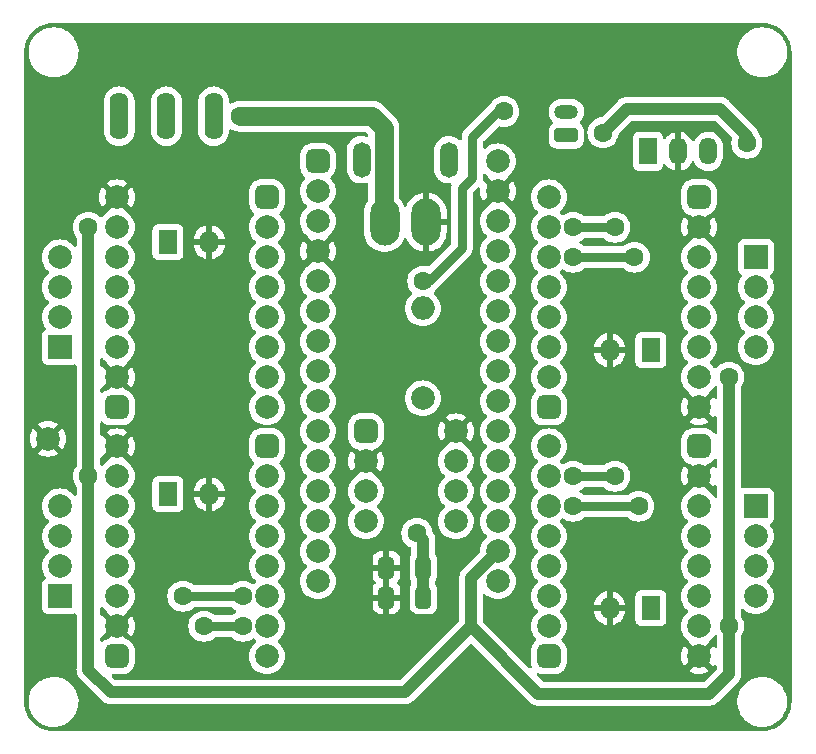
<source format=gbr>
%TF.GenerationSoftware,KiCad,Pcbnew,(6.0.0)*%
%TF.CreationDate,2022-05-13T11:51:57+02:00*%
%TF.ProjectId,Shield BR,53686965-6c64-4204-9252-2e6b69636164,rev?*%
%TF.SameCoordinates,Original*%
%TF.FileFunction,Copper,L1,Top*%
%TF.FilePolarity,Positive*%
%FSLAX46Y46*%
G04 Gerber Fmt 4.6, Leading zero omitted, Abs format (unit mm)*
G04 Created by KiCad (PCBNEW (6.0.0)) date 2022-05-13 11:51:57*
%MOMM*%
%LPD*%
G01*
G04 APERTURE LIST*
G04 Aperture macros list*
%AMRoundRect*
0 Rectangle with rounded corners*
0 $1 Rounding radius*
0 $2 $3 $4 $5 $6 $7 $8 $9 X,Y pos of 4 corners*
0 Add a 4 corners polygon primitive as box body*
4,1,4,$2,$3,$4,$5,$6,$7,$8,$9,$2,$3,0*
0 Add four circle primitives for the rounded corners*
1,1,$1+$1,$2,$3*
1,1,$1+$1,$4,$5*
1,1,$1+$1,$6,$7*
1,1,$1+$1,$8,$9*
0 Add four rect primitives between the rounded corners*
20,1,$1+$1,$2,$3,$4,$5,0*
20,1,$1+$1,$4,$5,$6,$7,0*
20,1,$1+$1,$6,$7,$8,$9,0*
20,1,$1+$1,$8,$9,$2,$3,0*%
G04 Aperture macros list end*
%TA.AperFunction,ComponentPad*%
%ADD10RoundRect,0.500000X-0.500000X-0.500000X0.500000X-0.500000X0.500000X0.500000X-0.500000X0.500000X0*%
%TD*%
%TA.AperFunction,ComponentPad*%
%ADD11C,2.000000*%
%TD*%
%TA.AperFunction,ComponentPad*%
%ADD12R,2.000000X2.000000*%
%TD*%
%TA.AperFunction,ComponentPad*%
%ADD13RoundRect,0.500000X0.500000X0.500000X-0.500000X0.500000X-0.500000X-0.500000X0.500000X-0.500000X0*%
%TD*%
%TA.AperFunction,ComponentPad*%
%ADD14R,1.500000X2.300000*%
%TD*%
%TA.AperFunction,ComponentPad*%
%ADD15O,1.500000X2.300000*%
%TD*%
%TA.AperFunction,ComponentPad*%
%ADD16O,1.600000X4.000000*%
%TD*%
%TA.AperFunction,WasherPad*%
%ADD17O,1.500000X3.000000*%
%TD*%
%TA.AperFunction,SMDPad,CuDef*%
%ADD18O,2.500000X4.000000*%
%TD*%
%TA.AperFunction,ComponentPad*%
%ADD19O,2.000000X2.000000*%
%TD*%
%TA.AperFunction,ComponentPad*%
%ADD20R,1.600000X2.000000*%
%TD*%
%TA.AperFunction,ComponentPad*%
%ADD21O,1.600000X1.900000*%
%TD*%
%TA.AperFunction,SMDPad,CuDef*%
%ADD22C,2.000000*%
%TD*%
%TA.AperFunction,SMDPad,CuDef*%
%ADD23RoundRect,0.250000X0.412500X0.650000X-0.412500X0.650000X-0.412500X-0.650000X0.412500X-0.650000X0*%
%TD*%
%TA.AperFunction,ComponentPad*%
%ADD24RoundRect,0.250000X0.750000X-0.350000X0.750000X0.350000X-0.750000X0.350000X-0.750000X-0.350000X0*%
%TD*%
%TA.AperFunction,ComponentPad*%
%ADD25O,2.000000X1.200000*%
%TD*%
%TA.AperFunction,ViaPad*%
%ADD26C,0.400000*%
%TD*%
%TA.AperFunction,ViaPad*%
%ADD27C,1.600000*%
%TD*%
%TA.AperFunction,Conductor*%
%ADD28C,0.800000*%
%TD*%
%TA.AperFunction,Conductor*%
%ADD29C,1.000000*%
%TD*%
%TA.AperFunction,Conductor*%
%ADD30C,1.600000*%
%TD*%
G04 APERTURE END LIST*
D10*
%TO.P,NUCLEO-F303K8T1,3.1,PA9*%
%TO.N,Dir0*%
X103631500Y-75946000D03*
D11*
%TO.P,NUCLEO-F303K8T1,3.2,PA10*%
%TO.N,Stp0*%
X103631500Y-78486000D03*
%TO.P,NUCLEO-F303K8T1,3.3,NRST*%
%TO.N,unconnected-(NUCLEO-F303K8T1-Pad3.3)*%
X103631500Y-81026000D03*
%TO.P,NUCLEO-F303K8T1,3.4,GND*%
%TO.N,GND*%
X103631500Y-83566000D03*
%TO.P,NUCLEO-F303K8T1,3.5,PA12*%
%TO.N,CAN_Tx*%
X103631500Y-86106000D03*
%TO.P,NUCLEO-F303K8T1,3.6,PB0*%
%TO.N,unconnected-(NUCLEO-F303K8T1-Pad3.6)*%
X103631500Y-88646000D03*
%TO.P,NUCLEO-F303K8T1,3.7,PB7*%
%TO.N,unconnected-(NUCLEO-F303K8T1-Pad3.7)*%
X103631500Y-91186000D03*
%TO.P,NUCLEO-F303K8T1,3.8,PB6*%
%TO.N,Dir3*%
X103631500Y-93726000D03*
%TO.P,NUCLEO-F303K8T1,3.9,PB1*%
%TO.N,Stp3*%
X103631500Y-96266000D03*
%TO.P,NUCLEO-F303K8T1,3.10,PF0*%
%TO.N,unconnected-(NUCLEO-F303K8T1-Pad3.10)*%
X103631500Y-98806000D03*
%TO.P,NUCLEO-F303K8T1,3.11,PF1*%
%TO.N,unconnected-(NUCLEO-F303K8T1-Pad3.11)*%
X103631500Y-101346000D03*
%TO.P,NUCLEO-F303K8T1,3.12,PA8*%
%TO.N,unconnected-(NUCLEO-F303K8T1-Pad3.12)*%
X103631500Y-103886000D03*
%TO.P,NUCLEO-F303K8T1,3.13,PA11*%
%TO.N,CAN_Rx*%
X103631500Y-106426000D03*
%TO.P,NUCLEO-F303K8T1,3.14,PB5*%
%TO.N,M2*%
X103631500Y-108966000D03*
%TO.P,NUCLEO-F303K8T1,3.15,PB4*%
%TO.N,M1*%
X103631500Y-111506000D03*
%TO.P,NUCLEO-F303K8T1,4.1,VIN*%
%TO.N,unconnected-(NUCLEO-F303K8T1-Pad4.1)*%
X118871500Y-75946000D03*
%TO.P,NUCLEO-F303K8T1,4.2,GND*%
%TO.N,GND*%
X118871500Y-78486000D03*
%TO.P,NUCLEO-F303K8T1,4.3,NRST*%
%TO.N,unconnected-(NUCLEO-F303K8T1-Pad4.3)*%
X118871500Y-81026000D03*
%TO.P,NUCLEO-F303K8T1,4.4,+5V*%
%TO.N,+5V*%
X118871500Y-83566000D03*
%TO.P,NUCLEO-F303K8T1,4.5,PA2*%
%TO.N,Stp1*%
X118871500Y-86106000D03*
%TO.P,NUCLEO-F303K8T1,4.6,PA7*%
%TO.N,Dir1*%
X118871500Y-88646000D03*
%TO.P,NUCLEO-F303K8T1,4.7,PA6*%
%TO.N,unconnected-(NUCLEO-F303K8T1-Pad4.7)*%
X118871500Y-91186000D03*
%TO.P,NUCLEO-F303K8T1,4.8,PA5*%
%TO.N,unconnected-(NUCLEO-F303K8T1-Pad4.8)*%
X118871500Y-93726000D03*
%TO.P,NUCLEO-F303K8T1,4.9,PA4*%
%TO.N,unconnected-(NUCLEO-F303K8T1-Pad4.9)*%
X118871500Y-96266000D03*
%TO.P,NUCLEO-F303K8T1,4.10,PA3*%
%TO.N,Stp2*%
X118871500Y-98806000D03*
%TO.P,NUCLEO-F303K8T1,4.11,PA1*%
%TO.N,Dir2*%
X118871500Y-101346000D03*
%TO.P,NUCLEO-F303K8T1,4.12,PA0*%
%TO.N,unconnected-(NUCLEO-F303K8T1-Pad4.12)*%
X118871500Y-103886000D03*
%TO.P,NUCLEO-F303K8T1,4.13,AREF*%
%TO.N,unconnected-(NUCLEO-F303K8T1-Pad4.13)*%
X118871500Y-106426000D03*
%TO.P,NUCLEO-F303K8T1,4.14,+3V3*%
%TO.N,Vio*%
X118871500Y-108966000D03*
%TO.P,NUCLEO-F303K8T1,4.15,PB3*%
%TO.N,EN*%
X118871500Y-111506000D03*
%TD*%
D12*
%TO.P,J2,1,Pin_1*%
%TO.N,Net-(Driver1-Pad6)*%
X81788000Y-91694000D03*
D11*
%TO.P,J2,2,Pin_2*%
%TO.N,Net-(Driver1-Pad5)*%
X81788000Y-89154000D03*
%TO.P,J2,3,Pin_3*%
%TO.N,Net-(Driver1-Pad4)*%
X81788000Y-86614000D03*
%TO.P,J2,4,Pin_4*%
%TO.N,Net-(Driver1-Pad3)*%
X81788000Y-84074000D03*
%TD*%
D12*
%TO.P,J3,1,Pin_1*%
%TO.N,Net-(Driver2-Pad6)*%
X140716000Y-84074000D03*
D11*
%TO.P,J3,2,Pin_2*%
%TO.N,Net-(Driver2-Pad5)*%
X140716000Y-86614000D03*
%TO.P,J3,3,Pin_3*%
%TO.N,Net-(Driver2-Pad4)*%
X140716000Y-89154000D03*
%TO.P,J3,4,Pin_4*%
%TO.N,Net-(Driver2-Pad3)*%
X140716000Y-91694000D03*
%TD*%
D12*
%TO.P,J5,1,Pin_1*%
%TO.N,Net-(Driver4-Pad6)*%
X140716000Y-105156000D03*
D11*
%TO.P,J5,2,Pin_2*%
%TO.N,Net-(Driver4-Pad5)*%
X140716000Y-107696000D03*
%TO.P,J5,3,Pin_3*%
%TO.N,Net-(Driver4-Pad4)*%
X140716000Y-110236000D03*
%TO.P,J5,4,Pin_4*%
%TO.N,Net-(Driver4-Pad3)*%
X140716000Y-112776000D03*
%TD*%
D12*
%TO.P,J4,1,Pin_1*%
%TO.N,Net-(Driver3-Pad6)*%
X81788000Y-112776000D03*
D11*
%TO.P,J4,2,Pin_2*%
%TO.N,Net-(Driver3-Pad5)*%
X81788000Y-110236000D03*
%TO.P,J4,3,Pin_3*%
%TO.N,Net-(Driver3-Pad4)*%
X81788000Y-107696000D03*
%TO.P,J4,4,Pin_4*%
%TO.N,Net-(Driver3-Pad3)*%
X81788000Y-105156000D03*
%TD*%
%TO.P,Driver1,1,GND*%
%TO.N,GND*%
X86614000Y-78994000D03*
%TO.P,Driver1,2,VIO*%
%TO.N,Vio*%
X86614000Y-81534000D03*
%TO.P,Driver1,3,M2B*%
%TO.N,Net-(Driver1-Pad3)*%
X86614000Y-84074000D03*
%TO.P,Driver1,4,M2A*%
%TO.N,Net-(Driver1-Pad4)*%
X86614000Y-86614000D03*
%TO.P,Driver1,5,M1A*%
%TO.N,Net-(Driver1-Pad5)*%
X86614000Y-89154000D03*
%TO.P,Driver1,6,M1B*%
%TO.N,Net-(Driver1-Pad6)*%
X86614000Y-91694000D03*
%TO.P,Driver1,7,GND*%
%TO.N,GND*%
X86614000Y-94234000D03*
D10*
%TO.P,Driver1,8,VM*%
%TO.N,+BATT*%
X86614000Y-96774000D03*
%TO.P,Driver1,9,DIR*%
%TO.N,Dir0*%
X99314000Y-78994000D03*
D11*
%TO.P,Driver1,10,STEP*%
%TO.N,Stp0*%
X99314000Y-81534000D03*
%TO.P,Driver1,11,CLK*%
%TO.N,unconnected-(Driver1-Pad11)*%
X99314000Y-84074000D03*
%TO.P,Driver1,12,PDN*%
%TO.N,unconnected-(Driver1-Pad12)*%
X99314000Y-86614000D03*
%TO.P,Driver1,13,NC*%
%TO.N,unconnected-(Driver1-Pad13)*%
X99314000Y-89154000D03*
%TO.P,Driver1,14,MS2*%
%TO.N,M2*%
X99314000Y-91694000D03*
%TO.P,Driver1,15,MS1*%
%TO.N,M1*%
X99314000Y-94234000D03*
%TO.P,Driver1,16,EN*%
%TO.N,EN*%
X99314000Y-96774000D03*
%TD*%
%TO.P,Driver2,1,GND*%
%TO.N,GND*%
X135890000Y-96774000D03*
%TO.P,Driver2,2,VIO*%
%TO.N,Vio*%
X135890000Y-94234000D03*
%TO.P,Driver2,3,M2B*%
%TO.N,Net-(Driver2-Pad3)*%
X135890000Y-91694000D03*
%TO.P,Driver2,4,M2A*%
%TO.N,Net-(Driver2-Pad4)*%
X135890000Y-89154000D03*
%TO.P,Driver2,5,M1A*%
%TO.N,Net-(Driver2-Pad5)*%
X135890000Y-86614000D03*
%TO.P,Driver2,6,M1B*%
%TO.N,Net-(Driver2-Pad6)*%
X135890000Y-84074000D03*
%TO.P,Driver2,7,GND*%
%TO.N,GND*%
X135890000Y-81534000D03*
D13*
%TO.P,Driver2,8,VM*%
%TO.N,+BATT*%
X135890000Y-78994000D03*
%TO.P,Driver2,9,DIR*%
%TO.N,Dir1*%
X123190000Y-96774000D03*
D11*
%TO.P,Driver2,10,STEP*%
%TO.N,Stp1*%
X123190000Y-94234000D03*
%TO.P,Driver2,11,CLK*%
%TO.N,unconnected-(Driver2-Pad11)*%
X123190000Y-91694000D03*
%TO.P,Driver2,12,PDN*%
%TO.N,unconnected-(Driver2-Pad12)*%
X123190000Y-89154000D03*
%TO.P,Driver2,13,NC*%
%TO.N,unconnected-(Driver2-Pad13)*%
X123190000Y-86614000D03*
%TO.P,Driver2,14,MS2*%
%TO.N,M2*%
X123190000Y-84074000D03*
%TO.P,Driver2,15,MS1*%
%TO.N,M1*%
X123190000Y-81534000D03*
%TO.P,Driver2,16,EN*%
%TO.N,EN*%
X123190000Y-78994000D03*
%TD*%
%TO.P,Driver4,1,GND*%
%TO.N,GND*%
X135890000Y-117856000D03*
%TO.P,Driver4,2,VIO*%
%TO.N,Vio*%
X135890000Y-115316000D03*
%TO.P,Driver4,3,M2B*%
%TO.N,Net-(Driver4-Pad3)*%
X135890000Y-112776000D03*
%TO.P,Driver4,4,M2A*%
%TO.N,Net-(Driver4-Pad4)*%
X135890000Y-110236000D03*
%TO.P,Driver4,5,M1A*%
%TO.N,Net-(Driver4-Pad5)*%
X135890000Y-107696000D03*
%TO.P,Driver4,6,M1B*%
%TO.N,Net-(Driver4-Pad6)*%
X135890000Y-105156000D03*
%TO.P,Driver4,7,GND*%
%TO.N,GND*%
X135890000Y-102616000D03*
D13*
%TO.P,Driver4,8,VM*%
%TO.N,+BATT*%
X135890000Y-100076000D03*
%TO.P,Driver4,9,DIR*%
%TO.N,Dir2*%
X123190000Y-117856000D03*
D11*
%TO.P,Driver4,10,STEP*%
%TO.N,Stp2*%
X123190000Y-115316000D03*
%TO.P,Driver4,11,CLK*%
%TO.N,unconnected-(Driver4-Pad11)*%
X123190000Y-112776000D03*
%TO.P,Driver4,12,PDN*%
%TO.N,unconnected-(Driver4-Pad12)*%
X123190000Y-110236000D03*
%TO.P,Driver4,13,NC*%
%TO.N,unconnected-(Driver4-Pad13)*%
X123190000Y-107696000D03*
%TO.P,Driver4,14,MS2*%
%TO.N,M2*%
X123190000Y-105156000D03*
%TO.P,Driver4,15,MS1*%
%TO.N,M1*%
X123190000Y-102616000D03*
%TO.P,Driver4,16,EN*%
%TO.N,EN*%
X123190000Y-100076000D03*
%TD*%
%TO.P,Driver3,1,GND*%
%TO.N,GND*%
X86614000Y-100076000D03*
%TO.P,Driver3,2,VIO*%
%TO.N,Vio*%
X86614000Y-102616000D03*
%TO.P,Driver3,3,M2B*%
%TO.N,Net-(Driver3-Pad3)*%
X86614000Y-105156000D03*
%TO.P,Driver3,4,M2A*%
%TO.N,Net-(Driver3-Pad4)*%
X86614000Y-107696000D03*
%TO.P,Driver3,5,M1A*%
%TO.N,Net-(Driver3-Pad5)*%
X86614000Y-110236000D03*
%TO.P,Driver3,6,M1B*%
%TO.N,Net-(Driver3-Pad6)*%
X86614000Y-112776000D03*
%TO.P,Driver3,7,GND*%
%TO.N,GND*%
X86614000Y-115316000D03*
D10*
%TO.P,Driver3,8,VM*%
%TO.N,+BATT*%
X86614000Y-117856000D03*
%TO.P,Driver3,9,DIR*%
%TO.N,Dir3*%
X99314000Y-100076000D03*
D11*
%TO.P,Driver3,10,STEP*%
%TO.N,Stp3*%
X99314000Y-102616000D03*
%TO.P,Driver3,11,CLK*%
%TO.N,unconnected-(Driver3-Pad11)*%
X99314000Y-105156000D03*
%TO.P,Driver3,12,PDN*%
%TO.N,unconnected-(Driver3-Pad12)*%
X99314000Y-107696000D03*
%TO.P,Driver3,13,NC*%
%TO.N,unconnected-(Driver3-Pad13)*%
X99314000Y-110236000D03*
%TO.P,Driver3,14,MS2*%
%TO.N,M2*%
X99314000Y-112776000D03*
%TO.P,Driver3,15,MS1*%
%TO.N,M1*%
X99314000Y-115316000D03*
%TO.P,Driver3,16,EN*%
%TO.N,EN*%
X99314000Y-117856000D03*
%TD*%
D14*
%TO.P,U1,1,IN*%
%TO.N,+BATT*%
X131571500Y-75105500D03*
D15*
%TO.P,U1,2,GND*%
%TO.N,GND*%
X134111500Y-75105500D03*
%TO.P,U1,3,OUT*%
%TO.N,+5V*%
X136651500Y-75105500D03*
%TD*%
D16*
%TO.P,SW1,1,A*%
%TO.N,Net-(J1-Pad1)*%
X94804500Y-72136000D03*
%TO.P,SW1,2,B*%
%TO.N,+BATT*%
X90804500Y-72136000D03*
%TO.P,SW1,3,C*%
%TO.N,unconnected-(SW1-Pad3)*%
X86804500Y-72136000D03*
%TD*%
D17*
%TO.P,J1,*%
%TO.N,*%
X114725500Y-75815301D03*
X107325500Y-75815301D03*
D18*
%TO.P,J1,1,Pin_1*%
%TO.N,Net-(J1-Pad1)*%
X109275500Y-81115301D03*
%TO.P,J1,2,Pin_2*%
%TO.N,GND*%
X112775500Y-81115301D03*
%TD*%
D11*
%TO.P,R_CAN1,1*%
%TO.N,Net-(J5-CAN1-Pad1)*%
X112521500Y-96012000D03*
D19*
%TO.P,R_CAN1,2*%
%TO.N,Net-(J5-CAN1-Pad2)*%
X112521500Y-88392000D03*
%TD*%
D20*
%TO.P,C8,1*%
%TO.N,+BATT*%
X131825500Y-91948000D03*
D21*
%TO.P,C8,2*%
%TO.N,GND*%
X128325500Y-91948000D03*
%TD*%
D20*
%TO.P,C6,1*%
%TO.N,+BATT*%
X131825500Y-113792000D03*
D21*
%TO.P,C6,2*%
%TO.N,GND*%
X128325500Y-113792000D03*
%TD*%
D20*
%TO.P,C9,1*%
%TO.N,+BATT*%
X90931500Y-104140000D03*
D21*
%TO.P,C9,2*%
%TO.N,GND*%
X94431500Y-104140000D03*
%TD*%
D22*
%TO.P,TP11,1,1*%
%TO.N,GND*%
X80771500Y-99441000D03*
%TD*%
D23*
%TO.P,C2,1*%
%TO.N,+5V*%
X112560000Y-110363000D03*
%TO.P,C2,2*%
%TO.N,GND*%
X109435000Y-110363000D03*
%TD*%
D24*
%TO.P,J5-CAN1,1,Pin_1*%
%TO.N,Net-(J5-CAN1-Pad1)*%
X124671500Y-73771000D03*
D25*
%TO.P,J5-CAN1,2,Pin_2*%
%TO.N,Net-(J5-CAN1-Pad2)*%
X124671500Y-71771000D03*
%TD*%
D20*
%TO.P,C7,1*%
%TO.N,+BATT*%
X90931500Y-82804000D03*
D21*
%TO.P,C7,2*%
%TO.N,GND*%
X94431500Y-82804000D03*
%TD*%
D10*
%TO.P,U2,1,TXD*%
%TO.N,CAN_Tx*%
X107695500Y-98806000D03*
D11*
%TO.P,U2,2,VSS*%
%TO.N,GND*%
X107695500Y-101346000D03*
%TO.P,U2,3,VDD*%
%TO.N,+5V*%
X107695500Y-103886000D03*
%TO.P,U2,4,RXD*%
%TO.N,CAN_Rx*%
X107695500Y-106426000D03*
%TO.P,U2,5,Vref*%
%TO.N,unconnected-(U2-Pad5)*%
X115315500Y-106426000D03*
%TO.P,U2,6,CANL*%
%TO.N,Net-(J5-CAN1-Pad2)*%
X115315500Y-103886000D03*
%TO.P,U2,7,CANH*%
%TO.N,Net-(J5-CAN1-Pad1)*%
X115315500Y-101346000D03*
%TO.P,U2,8,Rs*%
%TO.N,GND*%
X115315500Y-98806000D03*
%TD*%
D23*
%TO.P,C1,1*%
%TO.N,+5V*%
X112560000Y-112903000D03*
%TO.P,C1,2*%
%TO.N,GND*%
X109435000Y-112903000D03*
%TD*%
D26*
%TO.N,GND*%
X111975500Y-82315301D03*
X113575500Y-80715301D03*
X113575500Y-79915301D03*
X111975500Y-81515301D03*
X112775500Y-80315301D03*
X111975500Y-80715301D03*
X112775500Y-79515301D03*
X111975500Y-79915301D03*
X113575500Y-81515301D03*
X112775500Y-81915301D03*
X113575500Y-82315301D03*
X112775500Y-82715301D03*
D27*
X86613500Y-66802000D03*
X108076500Y-86106000D03*
X129031500Y-96520000D03*
X81025500Y-74930000D03*
X128777500Y-88900000D03*
X141223500Y-117856000D03*
X112521500Y-73533000D03*
X114807500Y-96266000D03*
X128777500Y-110744000D03*
X135381500Y-66294000D03*
X81025500Y-117729000D03*
D26*
X112775500Y-81115301D03*
D27*
X99313500Y-75057000D03*
X105663500Y-114808000D03*
X133095500Y-118364000D03*
X141223500Y-78232000D03*
X94233500Y-107696000D03*
X94233500Y-101092000D03*
X128396500Y-117221000D03*
X94741500Y-88392000D03*
X111759500Y-65532000D03*
X81025500Y-95631000D03*
X116585500Y-118364000D03*
X141223500Y-97790000D03*
%TO.N,M2*%
X92201500Y-112776000D03*
X130788000Y-105156000D03*
X125221500Y-105156000D03*
X125221500Y-84074000D03*
X97281500Y-112776000D03*
X130428500Y-84074000D03*
%TO.N,M1*%
X93979500Y-115316000D03*
X97281500Y-115316000D03*
X128777500Y-81534000D03*
X125221500Y-102616000D03*
X128777500Y-102616000D03*
X125221500Y-81534000D03*
%TO.N,+5V*%
X139953500Y-74422000D03*
X127761500Y-73533000D03*
X112013500Y-107442000D03*
%TO.N,Vio*%
X84200500Y-81534000D03*
X84200500Y-102616000D03*
X138429500Y-115316000D03*
X138429500Y-94234000D03*
D26*
%TO.N,Net-(J1-Pad1)*%
X110075500Y-82315301D03*
X108475500Y-80715301D03*
X108475500Y-79915301D03*
X110075500Y-81515301D03*
X109275500Y-80315301D03*
X110075500Y-80715301D03*
X109275500Y-79515301D03*
X110075500Y-79915301D03*
X108475500Y-81515301D03*
X109275500Y-81915301D03*
X108475500Y-82315301D03*
X109275500Y-82715301D03*
X109275500Y-81115301D03*
D27*
X97027500Y-72136000D03*
%TO.N,Net-(J5-CAN1-Pad2)*%
X112521500Y-86106000D03*
X119379500Y-71730500D03*
%TD*%
D28*
%TO.N,M2*%
X130788000Y-105156000D02*
X125221500Y-105156000D01*
X125221500Y-84074000D02*
X130428500Y-84074000D01*
X97281500Y-112776000D02*
X92201500Y-112776000D01*
%TO.N,M1*%
X128777500Y-81534000D02*
X125221500Y-81534000D01*
X128777500Y-102616000D02*
X125221500Y-102616000D01*
X93979500Y-115316000D02*
X97281500Y-115316000D01*
D29*
%TO.N,+5V*%
X112560000Y-107988500D02*
X112560000Y-110363000D01*
X137667500Y-71501000D02*
X129793500Y-71501000D01*
X139953500Y-73787000D02*
X137667500Y-71501000D01*
X139953500Y-74422000D02*
X139953500Y-73787000D01*
X129793500Y-71501000D02*
X127761500Y-73533000D01*
X112560000Y-110363000D02*
X112560000Y-112903000D01*
X112013500Y-107442000D02*
X112560000Y-107988500D01*
%TO.N,Vio*%
X84200500Y-81534000D02*
X84200500Y-102616000D01*
X110997500Y-120904000D02*
X115823500Y-116078000D01*
X138429500Y-94234000D02*
X138429500Y-115316000D01*
X122300500Y-121031000D02*
X116585500Y-115316000D01*
X116585500Y-115316000D02*
X116077500Y-115824000D01*
X116585500Y-111252000D02*
X116585500Y-115316000D01*
X84200500Y-102616000D02*
X84200500Y-118999000D01*
X86105500Y-120904000D02*
X110997500Y-120904000D01*
X136778500Y-121031000D02*
X122300500Y-121031000D01*
X116077500Y-115824000D02*
X115823500Y-116078000D01*
X138429500Y-115316000D02*
X138429500Y-119380000D01*
X84200500Y-118999000D02*
X86105500Y-120904000D01*
X118871500Y-108966000D02*
X116585500Y-111252000D01*
X138429500Y-119380000D02*
X136778500Y-121031000D01*
D30*
%TO.N,Net-(J1-Pad1)*%
X108203500Y-72136000D02*
X109219500Y-73152000D01*
X109219500Y-81059301D02*
X109275500Y-81115301D01*
X97027500Y-72136000D02*
X108203500Y-72136000D01*
X109219500Y-73152000D02*
X109219500Y-81059301D01*
D28*
%TO.N,Net-(J5-CAN1-Pad2)*%
X116712500Y-73914000D02*
X118896000Y-71730500D01*
X112521500Y-86106000D02*
X113029500Y-86106000D01*
X115823500Y-78232000D02*
X116712500Y-77343000D01*
X118896000Y-71730500D02*
X119379500Y-71730500D01*
X115823500Y-83312000D02*
X115823500Y-78232000D01*
X113029500Y-86106000D02*
X115823500Y-83312000D01*
X116712500Y-77343000D02*
X116712500Y-73914000D01*
%TD*%
%TA.AperFunction,Conductor*%
%TO.N,GND*%
G36*
X141221557Y-64235500D02*
G01*
X141236358Y-64237805D01*
X141236361Y-64237805D01*
X141245230Y-64239186D01*
X141262399Y-64236941D01*
X141286339Y-64236108D01*
X141544270Y-64251710D01*
X141559374Y-64253544D01*
X141630148Y-64266514D01*
X141840379Y-64305040D01*
X141855141Y-64308678D01*
X142127908Y-64393675D01*
X142142127Y-64399069D01*
X142402640Y-64516316D01*
X142416109Y-64523385D01*
X142660595Y-64671182D01*
X142673117Y-64679825D01*
X142898007Y-64856016D01*
X142909395Y-64866106D01*
X143111394Y-65068105D01*
X143121484Y-65079493D01*
X143297675Y-65304383D01*
X143306318Y-65316905D01*
X143454115Y-65561391D01*
X143461184Y-65574860D01*
X143578430Y-65835370D01*
X143583825Y-65849592D01*
X143641633Y-66035103D01*
X143668821Y-66122353D01*
X143672460Y-66137121D01*
X143703065Y-66304124D01*
X143723956Y-66418126D01*
X143725790Y-66433230D01*
X143740955Y-66683929D01*
X143739698Y-66710639D01*
X143739695Y-66710859D01*
X143738314Y-66719730D01*
X143739478Y-66728632D01*
X143739478Y-66728635D01*
X143742436Y-66751251D01*
X143743500Y-66767589D01*
X143743500Y-121676672D01*
X143742000Y-121696056D01*
X143738314Y-121719730D01*
X143740467Y-121736195D01*
X143740559Y-121736897D01*
X143741392Y-121760839D01*
X143725790Y-122018770D01*
X143723956Y-122033874D01*
X143722138Y-122043794D01*
X143700631Y-122161159D01*
X143672462Y-122314873D01*
X143668822Y-122329641D01*
X143583826Y-122602404D01*
X143578431Y-122616627D01*
X143540365Y-122701208D01*
X143461186Y-122877136D01*
X143454115Y-122890609D01*
X143306318Y-123135095D01*
X143297675Y-123147617D01*
X143121484Y-123372507D01*
X143111394Y-123383895D01*
X142909395Y-123585894D01*
X142898007Y-123595984D01*
X142673117Y-123772175D01*
X142660595Y-123780818D01*
X142416109Y-123928615D01*
X142402640Y-123935684D01*
X142142130Y-124052930D01*
X142127908Y-124058325D01*
X141855141Y-124143322D01*
X141840379Y-124146960D01*
X141630148Y-124185486D01*
X141559374Y-124198456D01*
X141544270Y-124200290D01*
X141293571Y-124215455D01*
X141266861Y-124214198D01*
X141266641Y-124214195D01*
X141257770Y-124212814D01*
X141248868Y-124213978D01*
X141248865Y-124213978D01*
X141226249Y-124216936D01*
X141209911Y-124218000D01*
X81300828Y-124218000D01*
X81281443Y-124216500D01*
X81266642Y-124214195D01*
X81266639Y-124214195D01*
X81257770Y-124212814D01*
X81240601Y-124215059D01*
X81216661Y-124215892D01*
X80958730Y-124200290D01*
X80943626Y-124198456D01*
X80872852Y-124185486D01*
X80662621Y-124146960D01*
X80647859Y-124143322D01*
X80375092Y-124058325D01*
X80360870Y-124052930D01*
X80100360Y-123935684D01*
X80086891Y-123928615D01*
X79842405Y-123780818D01*
X79829883Y-123772175D01*
X79604993Y-123595984D01*
X79593605Y-123585894D01*
X79391606Y-123383895D01*
X79381516Y-123372507D01*
X79205325Y-123147617D01*
X79196682Y-123135095D01*
X79048885Y-122890609D01*
X79041814Y-122877136D01*
X78962636Y-122701208D01*
X78924569Y-122616627D01*
X78919174Y-122602404D01*
X78834178Y-122329641D01*
X78830538Y-122314873D01*
X78802370Y-122161159D01*
X78780862Y-122043794D01*
X78779044Y-122033874D01*
X78777210Y-122018770D01*
X78767527Y-121858703D01*
X79142243Y-121858703D01*
X79142802Y-121862947D01*
X79142802Y-121862951D01*
X79156240Y-121965022D01*
X79179768Y-122143734D01*
X79255629Y-122421036D01*
X79257313Y-122424984D01*
X79332990Y-122602404D01*
X79368423Y-122685476D01*
X79380193Y-122705142D01*
X79491193Y-122890609D01*
X79516061Y-122932161D01*
X79695813Y-123156528D01*
X79904351Y-123354423D01*
X80137817Y-123522186D01*
X80141612Y-123524195D01*
X80141613Y-123524196D01*
X80163369Y-123535715D01*
X80391892Y-123656712D01*
X80661873Y-123755511D01*
X80942764Y-123816755D01*
X80971341Y-123819004D01*
X81165782Y-123834307D01*
X81165791Y-123834307D01*
X81168239Y-123834500D01*
X81323771Y-123834500D01*
X81325907Y-123834354D01*
X81325918Y-123834354D01*
X81534048Y-123820165D01*
X81534054Y-123820164D01*
X81538325Y-123819873D01*
X81542520Y-123819004D01*
X81542522Y-123819004D01*
X81679083Y-123790724D01*
X81819842Y-123761574D01*
X82090843Y-123665607D01*
X82178862Y-123620177D01*
X82342505Y-123535715D01*
X82342506Y-123535715D01*
X82346312Y-123533750D01*
X82349813Y-123531289D01*
X82349817Y-123531287D01*
X82559534Y-123383895D01*
X82581523Y-123368441D01*
X82792122Y-123172740D01*
X82974213Y-122950268D01*
X83124427Y-122705142D01*
X83239983Y-122441898D01*
X83318744Y-122165406D01*
X83354658Y-121913059D01*
X83358646Y-121885036D01*
X83358646Y-121885034D01*
X83359251Y-121880784D01*
X83359292Y-121873103D01*
X83360735Y-121597583D01*
X83360735Y-121597576D01*
X83360757Y-121593297D01*
X83323232Y-121308266D01*
X83247371Y-121030964D01*
X83134577Y-120766524D01*
X82986939Y-120519839D01*
X82807187Y-120295472D01*
X82683789Y-120178372D01*
X82601758Y-120100527D01*
X82601755Y-120100525D01*
X82598649Y-120097577D01*
X82403360Y-119957247D01*
X82368672Y-119932321D01*
X82368671Y-119932320D01*
X82365183Y-119929814D01*
X82343343Y-119918250D01*
X82262598Y-119875498D01*
X82111108Y-119795288D01*
X81966276Y-119742287D01*
X81845158Y-119697964D01*
X81845156Y-119697963D01*
X81841127Y-119696489D01*
X81560236Y-119635245D01*
X81523311Y-119632339D01*
X81337218Y-119617693D01*
X81337209Y-119617693D01*
X81334761Y-119617500D01*
X81179229Y-119617500D01*
X81177093Y-119617646D01*
X81177082Y-119617646D01*
X80968952Y-119631835D01*
X80968946Y-119631836D01*
X80964675Y-119632127D01*
X80960480Y-119632996D01*
X80960478Y-119632996D01*
X80823916Y-119661277D01*
X80683158Y-119690426D01*
X80412157Y-119786393D01*
X80156688Y-119918250D01*
X80153187Y-119920711D01*
X80153183Y-119920713D01*
X80108494Y-119952121D01*
X79921477Y-120083559D01*
X79710878Y-120279260D01*
X79528787Y-120501732D01*
X79378573Y-120746858D01*
X79263017Y-121010102D01*
X79184256Y-121286594D01*
X79143749Y-121571216D01*
X79143727Y-121575505D01*
X79143726Y-121575512D01*
X79142328Y-121842456D01*
X79142243Y-121858703D01*
X78767527Y-121858703D01*
X78762045Y-121768071D01*
X78763302Y-121741361D01*
X78763305Y-121741141D01*
X78764686Y-121732270D01*
X78763047Y-121719730D01*
X78760564Y-121700749D01*
X78759500Y-121684411D01*
X78759500Y-110236000D01*
X80274835Y-110236000D01*
X80293465Y-110472711D01*
X80294619Y-110477518D01*
X80294620Y-110477524D01*
X80325883Y-110607743D01*
X80348895Y-110703594D01*
X80350788Y-110708165D01*
X80350789Y-110708167D01*
X80417183Y-110868456D01*
X80439760Y-110922963D01*
X80442346Y-110927183D01*
X80561241Y-111121202D01*
X80561245Y-111121208D01*
X80563824Y-111125416D01*
X80567037Y-111129178D01*
X80567040Y-111129182D01*
X80573171Y-111136361D01*
X80602202Y-111201151D01*
X80591597Y-111271351D01*
X80545473Y-111323819D01*
X80541295Y-111325385D01*
X80424739Y-111412739D01*
X80337385Y-111529295D01*
X80286255Y-111665684D01*
X80279500Y-111727866D01*
X80279500Y-113824134D01*
X80286255Y-113886316D01*
X80337385Y-114022705D01*
X80424739Y-114139261D01*
X80541295Y-114226615D01*
X80677684Y-114277745D01*
X80739866Y-114284500D01*
X82836134Y-114284500D01*
X82898316Y-114277745D01*
X83021770Y-114231464D01*
X83092578Y-114226281D01*
X83154947Y-114260202D01*
X83189076Y-114322457D01*
X83192000Y-114349446D01*
X83192000Y-118937157D01*
X83191263Y-118950764D01*
X83190014Y-118962266D01*
X83187176Y-118988388D01*
X83188124Y-118999223D01*
X83191550Y-119038388D01*
X83191879Y-119043214D01*
X83192000Y-119045686D01*
X83192000Y-119048769D01*
X83192301Y-119051837D01*
X83196190Y-119091506D01*
X83196312Y-119092819D01*
X83196815Y-119098568D01*
X83204413Y-119185413D01*
X83205900Y-119190532D01*
X83206420Y-119195833D01*
X83233291Y-119284834D01*
X83233626Y-119285967D01*
X83257540Y-119368275D01*
X83259591Y-119375336D01*
X83262044Y-119380068D01*
X83263584Y-119385169D01*
X83266478Y-119390612D01*
X83307231Y-119467260D01*
X83307843Y-119468426D01*
X83350608Y-119550926D01*
X83353931Y-119555089D01*
X83356434Y-119559796D01*
X83415255Y-119631918D01*
X83415946Y-119632774D01*
X83447238Y-119671973D01*
X83449742Y-119674477D01*
X83450384Y-119675195D01*
X83454085Y-119679528D01*
X83481435Y-119713062D01*
X83486182Y-119716989D01*
X83486184Y-119716991D01*
X83516762Y-119742287D01*
X83525542Y-119750277D01*
X85348645Y-121573379D01*
X85357747Y-121583522D01*
X85381468Y-121613025D01*
X85386196Y-121616992D01*
X85419921Y-121645291D01*
X85423569Y-121648472D01*
X85425381Y-121650115D01*
X85427575Y-121652309D01*
X85460849Y-121679642D01*
X85461647Y-121680304D01*
X85532974Y-121740154D01*
X85537644Y-121742722D01*
X85541761Y-121746103D01*
X85561579Y-121756729D01*
X85623586Y-121789977D01*
X85624745Y-121790606D01*
X85700881Y-121832462D01*
X85700889Y-121832465D01*
X85706287Y-121835433D01*
X85711369Y-121837045D01*
X85716063Y-121839562D01*
X85764649Y-121854417D01*
X85804977Y-121866747D01*
X85806235Y-121867139D01*
X85827687Y-121873944D01*
X85894806Y-121895235D01*
X85900097Y-121895829D01*
X85905198Y-121897388D01*
X85997763Y-121906790D01*
X85998950Y-121906916D01*
X86028338Y-121910213D01*
X86045230Y-121912108D01*
X86045235Y-121912108D01*
X86048727Y-121912500D01*
X86052252Y-121912500D01*
X86053237Y-121912555D01*
X86058932Y-121913003D01*
X86070842Y-121914213D01*
X86095834Y-121916752D01*
X86095839Y-121916752D01*
X86101962Y-121917374D01*
X86147608Y-121913059D01*
X86159467Y-121912500D01*
X110935657Y-121912500D01*
X110949264Y-121913237D01*
X110980762Y-121916659D01*
X110980767Y-121916659D01*
X110986888Y-121917324D01*
X111013138Y-121915027D01*
X111036888Y-121912950D01*
X111041714Y-121912621D01*
X111044186Y-121912500D01*
X111047269Y-121912500D01*
X111059238Y-121911326D01*
X111090006Y-121908310D01*
X111091319Y-121908188D01*
X111135584Y-121904315D01*
X111183913Y-121900087D01*
X111189032Y-121898600D01*
X111194333Y-121898080D01*
X111283334Y-121871209D01*
X111284467Y-121870874D01*
X111367914Y-121846630D01*
X111367918Y-121846628D01*
X111373836Y-121844909D01*
X111378568Y-121842456D01*
X111383669Y-121840916D01*
X111390667Y-121837195D01*
X111465760Y-121797269D01*
X111466926Y-121796657D01*
X111543953Y-121756729D01*
X111549426Y-121753892D01*
X111553589Y-121750569D01*
X111558296Y-121748066D01*
X111630418Y-121689245D01*
X111631274Y-121688554D01*
X111670473Y-121657262D01*
X111672977Y-121654758D01*
X111673695Y-121654116D01*
X111678028Y-121650415D01*
X111711562Y-121623065D01*
X111740788Y-121587737D01*
X111748777Y-121578958D01*
X116496405Y-116831330D01*
X116558717Y-116797304D01*
X116629532Y-116802369D01*
X116674595Y-116831330D01*
X121543649Y-121700384D01*
X121552751Y-121710527D01*
X121576468Y-121740025D01*
X121614950Y-121772315D01*
X121618562Y-121775467D01*
X121620388Y-121777123D01*
X121622575Y-121779310D01*
X121624958Y-121781267D01*
X121624963Y-121781272D01*
X121655768Y-121806576D01*
X121656752Y-121807393D01*
X121727974Y-121867154D01*
X121732647Y-121869723D01*
X121736762Y-121873103D01*
X121742191Y-121876014D01*
X121742194Y-121876016D01*
X121818671Y-121917023D01*
X121819829Y-121917652D01*
X121831866Y-121924269D01*
X121901287Y-121962433D01*
X121906365Y-121964044D01*
X121911063Y-121966563D01*
X121999998Y-121993753D01*
X122001202Y-121994128D01*
X122089806Y-122022235D01*
X122095097Y-122022828D01*
X122100198Y-122024388D01*
X122192811Y-122033795D01*
X122193931Y-122033915D01*
X122243727Y-122039500D01*
X122247256Y-122039500D01*
X122248239Y-122039555D01*
X122253926Y-122040003D01*
X122274183Y-122042060D01*
X122290836Y-122043752D01*
X122290839Y-122043752D01*
X122296963Y-122044374D01*
X122342612Y-122040059D01*
X122354469Y-122039500D01*
X136716657Y-122039500D01*
X136730264Y-122040237D01*
X136761762Y-122043659D01*
X136761767Y-122043659D01*
X136767888Y-122044324D01*
X136794138Y-122042027D01*
X136817888Y-122039950D01*
X136822714Y-122039621D01*
X136825186Y-122039500D01*
X136828269Y-122039500D01*
X136840238Y-122038326D01*
X136871006Y-122035310D01*
X136872319Y-122035188D01*
X136916584Y-122031315D01*
X136964913Y-122027087D01*
X136970032Y-122025600D01*
X136975333Y-122025080D01*
X137064334Y-121998209D01*
X137065467Y-121997874D01*
X137148914Y-121973630D01*
X137148918Y-121973628D01*
X137154836Y-121971909D01*
X137159568Y-121969456D01*
X137164669Y-121967916D01*
X137176860Y-121961434D01*
X137246760Y-121924269D01*
X137247926Y-121923657D01*
X137324953Y-121883729D01*
X137330426Y-121880892D01*
X137334589Y-121877569D01*
X137339296Y-121875066D01*
X137344239Y-121871035D01*
X137359359Y-121858703D01*
X139142243Y-121858703D01*
X139142802Y-121862947D01*
X139142802Y-121862951D01*
X139156240Y-121965022D01*
X139179768Y-122143734D01*
X139255629Y-122421036D01*
X139257313Y-122424984D01*
X139332990Y-122602404D01*
X139368423Y-122685476D01*
X139380193Y-122705142D01*
X139491193Y-122890609D01*
X139516061Y-122932161D01*
X139695813Y-123156528D01*
X139904351Y-123354423D01*
X140137817Y-123522186D01*
X140141612Y-123524195D01*
X140141613Y-123524196D01*
X140163369Y-123535715D01*
X140391892Y-123656712D01*
X140661873Y-123755511D01*
X140942764Y-123816755D01*
X140971341Y-123819004D01*
X141165782Y-123834307D01*
X141165791Y-123834307D01*
X141168239Y-123834500D01*
X141323771Y-123834500D01*
X141325907Y-123834354D01*
X141325918Y-123834354D01*
X141534048Y-123820165D01*
X141534054Y-123820164D01*
X141538325Y-123819873D01*
X141542520Y-123819004D01*
X141542522Y-123819004D01*
X141679083Y-123790724D01*
X141819842Y-123761574D01*
X142090843Y-123665607D01*
X142178862Y-123620177D01*
X142342505Y-123535715D01*
X142342506Y-123535715D01*
X142346312Y-123533750D01*
X142349813Y-123531289D01*
X142349817Y-123531287D01*
X142559534Y-123383895D01*
X142581523Y-123368441D01*
X142792122Y-123172740D01*
X142974213Y-122950268D01*
X143124427Y-122705142D01*
X143239983Y-122441898D01*
X143318744Y-122165406D01*
X143354658Y-121913059D01*
X143358646Y-121885036D01*
X143358646Y-121885034D01*
X143359251Y-121880784D01*
X143359292Y-121873103D01*
X143360735Y-121597583D01*
X143360735Y-121597576D01*
X143360757Y-121593297D01*
X143323232Y-121308266D01*
X143247371Y-121030964D01*
X143134577Y-120766524D01*
X142986939Y-120519839D01*
X142807187Y-120295472D01*
X142683789Y-120178372D01*
X142601758Y-120100527D01*
X142601755Y-120100525D01*
X142598649Y-120097577D01*
X142403360Y-119957247D01*
X142368672Y-119932321D01*
X142368671Y-119932320D01*
X142365183Y-119929814D01*
X142343343Y-119918250D01*
X142262598Y-119875498D01*
X142111108Y-119795288D01*
X141966276Y-119742287D01*
X141845158Y-119697964D01*
X141845156Y-119697963D01*
X141841127Y-119696489D01*
X141560236Y-119635245D01*
X141523311Y-119632339D01*
X141337218Y-119617693D01*
X141337209Y-119617693D01*
X141334761Y-119617500D01*
X141179229Y-119617500D01*
X141177093Y-119617646D01*
X141177082Y-119617646D01*
X140968952Y-119631835D01*
X140968946Y-119631836D01*
X140964675Y-119632127D01*
X140960480Y-119632996D01*
X140960478Y-119632996D01*
X140823916Y-119661277D01*
X140683158Y-119690426D01*
X140412157Y-119786393D01*
X140156688Y-119918250D01*
X140153187Y-119920711D01*
X140153183Y-119920713D01*
X140108494Y-119952121D01*
X139921477Y-120083559D01*
X139710878Y-120279260D01*
X139528787Y-120501732D01*
X139378573Y-120746858D01*
X139263017Y-121010102D01*
X139184256Y-121286594D01*
X139143749Y-121571216D01*
X139143727Y-121575505D01*
X139143726Y-121575512D01*
X139142328Y-121842456D01*
X139142243Y-121858703D01*
X137359359Y-121858703D01*
X137364614Y-121854417D01*
X137411418Y-121816245D01*
X137412274Y-121815554D01*
X137451473Y-121784262D01*
X137453977Y-121781758D01*
X137454695Y-121781116D01*
X137459028Y-121777415D01*
X137492562Y-121750065D01*
X137498394Y-121743016D01*
X137521787Y-121714738D01*
X137529777Y-121705958D01*
X139098879Y-120136855D01*
X139109022Y-120127753D01*
X139133718Y-120107897D01*
X139138525Y-120104032D01*
X139170792Y-120065578D01*
X139173973Y-120061930D01*
X139175617Y-120060117D01*
X139177809Y-120057925D01*
X139205080Y-120024724D01*
X139205862Y-120023782D01*
X139261693Y-119957247D01*
X139261695Y-119957244D01*
X139265654Y-119952526D01*
X139268223Y-119947853D01*
X139271603Y-119943738D01*
X139286324Y-119916285D01*
X139315528Y-119861820D01*
X139316157Y-119860662D01*
X139357965Y-119784612D01*
X139357965Y-119784611D01*
X139360933Y-119779213D01*
X139362544Y-119774135D01*
X139365063Y-119769437D01*
X139392253Y-119680502D01*
X139392636Y-119679272D01*
X139394952Y-119671973D01*
X139420735Y-119590694D01*
X139421328Y-119585403D01*
X139422888Y-119580302D01*
X139432295Y-119487689D01*
X139432415Y-119486569D01*
X139438000Y-119436773D01*
X139438000Y-119433244D01*
X139438055Y-119432261D01*
X139438504Y-119426556D01*
X139442252Y-119389664D01*
X139442252Y-119389661D01*
X139442874Y-119383537D01*
X139438559Y-119337888D01*
X139438000Y-119326031D01*
X139438000Y-116196740D01*
X139460787Y-116124469D01*
X139492870Y-116078650D01*
X139567023Y-115972749D01*
X139569346Y-115967767D01*
X139569349Y-115967762D01*
X139661461Y-115770225D01*
X139661461Y-115770224D01*
X139663784Y-115765243D01*
X139684476Y-115688022D01*
X139721619Y-115549402D01*
X139721619Y-115549400D01*
X139723043Y-115544087D01*
X139742998Y-115316000D01*
X139723043Y-115087913D01*
X139720732Y-115079289D01*
X139665207Y-114872067D01*
X139665206Y-114872065D01*
X139663784Y-114866757D01*
X139655227Y-114848406D01*
X139569349Y-114664238D01*
X139569346Y-114664233D01*
X139567023Y-114659251D01*
X139460786Y-114507529D01*
X139438000Y-114435260D01*
X139438000Y-113941580D01*
X139458002Y-113873459D01*
X139511658Y-113826966D01*
X139581932Y-113816862D01*
X139645928Y-113846089D01*
X139646031Y-113845969D01*
X139646452Y-113846329D01*
X139646453Y-113846329D01*
X139646817Y-113846641D01*
X139646821Y-113846644D01*
X139680886Y-113875738D01*
X139826584Y-114000176D01*
X139830792Y-114002755D01*
X139830798Y-114002759D01*
X140011149Y-114113278D01*
X140029037Y-114124240D01*
X140033607Y-114126133D01*
X140033611Y-114126135D01*
X140167599Y-114181634D01*
X140248406Y-114215105D01*
X140296349Y-114226615D01*
X140474476Y-114269380D01*
X140474482Y-114269381D01*
X140479289Y-114270535D01*
X140716000Y-114289165D01*
X140952711Y-114270535D01*
X140957518Y-114269381D01*
X140957524Y-114269380D01*
X141135651Y-114226615D01*
X141183594Y-114215105D01*
X141264401Y-114181634D01*
X141398389Y-114126135D01*
X141398393Y-114126133D01*
X141402963Y-114124240D01*
X141420851Y-114113278D01*
X141601202Y-114002759D01*
X141601208Y-114002755D01*
X141605416Y-114000176D01*
X141785969Y-113845969D01*
X141940176Y-113665416D01*
X141942755Y-113661208D01*
X141942759Y-113661202D01*
X142061654Y-113467183D01*
X142064240Y-113462963D01*
X142086722Y-113408688D01*
X142153211Y-113248167D01*
X142153212Y-113248165D01*
X142155105Y-113243594D01*
X142210535Y-113012711D01*
X142229165Y-112776000D01*
X142210535Y-112539289D01*
X142201724Y-112502586D01*
X142167317Y-112359273D01*
X142155105Y-112308406D01*
X142147587Y-112290255D01*
X142066135Y-112093611D01*
X142066133Y-112093607D01*
X142064240Y-112089037D01*
X142014968Y-112008633D01*
X141942759Y-111890798D01*
X141942755Y-111890792D01*
X141940176Y-111886584D01*
X141785969Y-111706031D01*
X141782213Y-111702823D01*
X141782208Y-111702818D01*
X141663944Y-111601811D01*
X141625134Y-111542361D01*
X141624628Y-111471366D01*
X141663944Y-111410189D01*
X141782208Y-111309182D01*
X141782213Y-111309177D01*
X141785969Y-111305969D01*
X141940176Y-111125416D01*
X141942755Y-111121208D01*
X141942759Y-111121202D01*
X142061654Y-110927183D01*
X142064240Y-110922963D01*
X142086818Y-110868456D01*
X142153211Y-110708167D01*
X142153212Y-110708165D01*
X142155105Y-110703594D01*
X142178117Y-110607743D01*
X142209380Y-110477524D01*
X142209381Y-110477518D01*
X142210535Y-110472711D01*
X142229165Y-110236000D01*
X142210535Y-109999289D01*
X142155105Y-109768406D01*
X142112632Y-109665866D01*
X142066135Y-109553611D01*
X142066133Y-109553607D01*
X142064240Y-109549037D01*
X142014968Y-109468633D01*
X141942759Y-109350798D01*
X141942755Y-109350792D01*
X141940176Y-109346584D01*
X141785969Y-109166031D01*
X141782213Y-109162823D01*
X141782208Y-109162818D01*
X141663944Y-109061811D01*
X141625134Y-109002361D01*
X141624628Y-108931366D01*
X141663944Y-108870189D01*
X141782208Y-108769182D01*
X141782213Y-108769177D01*
X141785969Y-108765969D01*
X141940176Y-108585416D01*
X141942755Y-108581208D01*
X141942759Y-108581202D01*
X142061654Y-108387183D01*
X142064240Y-108382963D01*
X142106148Y-108281789D01*
X142153211Y-108168167D01*
X142153212Y-108168165D01*
X142155105Y-108163594D01*
X142176897Y-108072825D01*
X142209380Y-107937524D01*
X142209381Y-107937518D01*
X142210535Y-107932711D01*
X142229165Y-107696000D01*
X142210535Y-107459289D01*
X142206385Y-107442000D01*
X142174360Y-107308609D01*
X142155105Y-107228406D01*
X142149102Y-107213913D01*
X142066135Y-107013611D01*
X142066133Y-107013607D01*
X142064240Y-107009037D01*
X142014968Y-106928633D01*
X141942759Y-106810798D01*
X141942755Y-106810792D01*
X141940176Y-106806584D01*
X141936960Y-106802818D01*
X141930829Y-106795639D01*
X141901798Y-106730849D01*
X141912403Y-106660649D01*
X141958527Y-106608181D01*
X141962705Y-106606615D01*
X142079261Y-106519261D01*
X142166615Y-106402705D01*
X142217745Y-106266316D01*
X142224500Y-106204134D01*
X142224500Y-104107866D01*
X142217745Y-104045684D01*
X142166615Y-103909295D01*
X142079261Y-103792739D01*
X141962705Y-103705385D01*
X141826316Y-103654255D01*
X141764134Y-103647500D01*
X139667866Y-103647500D01*
X139664469Y-103647869D01*
X139613536Y-103653402D01*
X139605684Y-103654255D01*
X139598287Y-103657028D01*
X139593148Y-103658250D01*
X139522248Y-103654549D01*
X139464604Y-103613104D01*
X139438517Y-103547074D01*
X139438000Y-103535668D01*
X139438000Y-95114740D01*
X139460787Y-95042469D01*
X139493325Y-94996000D01*
X139567023Y-94890749D01*
X139569346Y-94885767D01*
X139569349Y-94885762D01*
X139661461Y-94688225D01*
X139661461Y-94688224D01*
X139663784Y-94683243D01*
X139669005Y-94663760D01*
X139721619Y-94467402D01*
X139721619Y-94467400D01*
X139723043Y-94462087D01*
X139742998Y-94234000D01*
X139723043Y-94005913D01*
X139720732Y-93997289D01*
X139665207Y-93790067D01*
X139665206Y-93790065D01*
X139663784Y-93784757D01*
X139653167Y-93761988D01*
X139569349Y-93582238D01*
X139569346Y-93582233D01*
X139567023Y-93577251D01*
X139471069Y-93440215D01*
X139438857Y-93394211D01*
X139438855Y-93394208D01*
X139435698Y-93389700D01*
X139273800Y-93227802D01*
X139269292Y-93224645D01*
X139269289Y-93224643D01*
X139161922Y-93149464D01*
X139086249Y-93096477D01*
X139081267Y-93094154D01*
X139081262Y-93094151D01*
X138883725Y-93002039D01*
X138883724Y-93002039D01*
X138878743Y-92999716D01*
X138873435Y-92998294D01*
X138873433Y-92998293D01*
X138662902Y-92941881D01*
X138662900Y-92941881D01*
X138657587Y-92940457D01*
X138429500Y-92920502D01*
X138201413Y-92940457D01*
X138196100Y-92941881D01*
X138196098Y-92941881D01*
X137985567Y-92998293D01*
X137985565Y-92998294D01*
X137980257Y-92999716D01*
X137975276Y-93002039D01*
X137975275Y-93002039D01*
X137777738Y-93094151D01*
X137777733Y-93094154D01*
X137772751Y-93096477D01*
X137697078Y-93149464D01*
X137589711Y-93224643D01*
X137589708Y-93224645D01*
X137585200Y-93227802D01*
X137423302Y-93389700D01*
X137420145Y-93394208D01*
X137420143Y-93394211D01*
X137383425Y-93446650D01*
X137327968Y-93490978D01*
X137257348Y-93498287D01*
X137193988Y-93466256D01*
X137172780Y-93440215D01*
X137116761Y-93348802D01*
X137116758Y-93348798D01*
X137114176Y-93344584D01*
X136959969Y-93164031D01*
X136956213Y-93160823D01*
X136956208Y-93160818D01*
X136837944Y-93059811D01*
X136799134Y-93000361D01*
X136798628Y-92929366D01*
X136837944Y-92868189D01*
X136956208Y-92767182D01*
X136956213Y-92767177D01*
X136959969Y-92763969D01*
X137114176Y-92583416D01*
X137116755Y-92579208D01*
X137116759Y-92579202D01*
X137235654Y-92385183D01*
X137238240Y-92380963D01*
X137305629Y-92218272D01*
X137327211Y-92166167D01*
X137327212Y-92166165D01*
X137329105Y-92161594D01*
X137384535Y-91930711D01*
X137403165Y-91694000D01*
X139202835Y-91694000D01*
X139221465Y-91930711D01*
X139276895Y-92161594D01*
X139278788Y-92166165D01*
X139278789Y-92166167D01*
X139300372Y-92218272D01*
X139367760Y-92380963D01*
X139370346Y-92385183D01*
X139489241Y-92579202D01*
X139489245Y-92579208D01*
X139491824Y-92583416D01*
X139646031Y-92763969D01*
X139826584Y-92918176D01*
X139830792Y-92920755D01*
X139830798Y-92920759D01*
X140016924Y-93034817D01*
X140029037Y-93042240D01*
X140033607Y-93044133D01*
X140033611Y-93044135D01*
X140243833Y-93131211D01*
X140248406Y-93133105D01*
X140296349Y-93144615D01*
X140474476Y-93187380D01*
X140474482Y-93187381D01*
X140479289Y-93188535D01*
X140716000Y-93207165D01*
X140952711Y-93188535D01*
X140957518Y-93187381D01*
X140957524Y-93187380D01*
X141135651Y-93144615D01*
X141183594Y-93133105D01*
X141188167Y-93131211D01*
X141398389Y-93044135D01*
X141398393Y-93044133D01*
X141402963Y-93042240D01*
X141415076Y-93034817D01*
X141601202Y-92920759D01*
X141601208Y-92920755D01*
X141605416Y-92918176D01*
X141785969Y-92763969D01*
X141940176Y-92583416D01*
X141942755Y-92579208D01*
X141942759Y-92579202D01*
X142061654Y-92385183D01*
X142064240Y-92380963D01*
X142131629Y-92218272D01*
X142153211Y-92166167D01*
X142153212Y-92166165D01*
X142155105Y-92161594D01*
X142210535Y-91930711D01*
X142229165Y-91694000D01*
X142210535Y-91457289D01*
X142155105Y-91226406D01*
X142153211Y-91221833D01*
X142066135Y-91011611D01*
X142066133Y-91011607D01*
X142064240Y-91007037D01*
X142034517Y-90958533D01*
X141942759Y-90808798D01*
X141942755Y-90808792D01*
X141940176Y-90804584D01*
X141785969Y-90624031D01*
X141782213Y-90620823D01*
X141782208Y-90620818D01*
X141663944Y-90519811D01*
X141625134Y-90460361D01*
X141624628Y-90389366D01*
X141663944Y-90328189D01*
X141782208Y-90227182D01*
X141782213Y-90227177D01*
X141785969Y-90223969D01*
X141940176Y-90043416D01*
X141942755Y-90039208D01*
X141942759Y-90039202D01*
X142061654Y-89845183D01*
X142064240Y-89840963D01*
X142068324Y-89831105D01*
X142153211Y-89626167D01*
X142153212Y-89626165D01*
X142155105Y-89621594D01*
X142176806Y-89531202D01*
X142209380Y-89395524D01*
X142209381Y-89395518D01*
X142210535Y-89390711D01*
X142229165Y-89154000D01*
X142210535Y-88917289D01*
X142195529Y-88854782D01*
X142156260Y-88691218D01*
X142155105Y-88686406D01*
X142153211Y-88681833D01*
X142066135Y-88471611D01*
X142066133Y-88471607D01*
X142064240Y-88467037D01*
X142061654Y-88462817D01*
X141942759Y-88268798D01*
X141942755Y-88268792D01*
X141940176Y-88264584D01*
X141785969Y-88084031D01*
X141782213Y-88080823D01*
X141782208Y-88080818D01*
X141663944Y-87979811D01*
X141625134Y-87920361D01*
X141624628Y-87849366D01*
X141663944Y-87788189D01*
X141782208Y-87687182D01*
X141782213Y-87687177D01*
X141785969Y-87683969D01*
X141940176Y-87503416D01*
X141942755Y-87499208D01*
X141942759Y-87499202D01*
X142061654Y-87305183D01*
X142064240Y-87300963D01*
X142142429Y-87112198D01*
X142153211Y-87086167D01*
X142153212Y-87086165D01*
X142155105Y-87081594D01*
X142210535Y-86850711D01*
X142229165Y-86614000D01*
X142210535Y-86377289D01*
X142201440Y-86339402D01*
X142156260Y-86151218D01*
X142155105Y-86146406D01*
X142140636Y-86111475D01*
X142066135Y-85931611D01*
X142066133Y-85931607D01*
X142064240Y-85927037D01*
X142034137Y-85877913D01*
X141942759Y-85728798D01*
X141942755Y-85728792D01*
X141940176Y-85724584D01*
X141936960Y-85720818D01*
X141930829Y-85713639D01*
X141901798Y-85648849D01*
X141912403Y-85578649D01*
X141958527Y-85526181D01*
X141962705Y-85524615D01*
X142079261Y-85437261D01*
X142166615Y-85320705D01*
X142217745Y-85184316D01*
X142224500Y-85122134D01*
X142224500Y-83025866D01*
X142217745Y-82963684D01*
X142166615Y-82827295D01*
X142079261Y-82710739D01*
X141962705Y-82623385D01*
X141826316Y-82572255D01*
X141764134Y-82565500D01*
X139667866Y-82565500D01*
X139605684Y-82572255D01*
X139469295Y-82623385D01*
X139352739Y-82710739D01*
X139265385Y-82827295D01*
X139214255Y-82963684D01*
X139207500Y-83025866D01*
X139207500Y-85122134D01*
X139214255Y-85184316D01*
X139265385Y-85320705D01*
X139352739Y-85437261D01*
X139468876Y-85524301D01*
X139469295Y-85524615D01*
X139469250Y-85524675D01*
X139516018Y-85571552D01*
X139531028Y-85640944D01*
X139506140Y-85707435D01*
X139501171Y-85713639D01*
X139495040Y-85720818D01*
X139491824Y-85724584D01*
X139489245Y-85728792D01*
X139489241Y-85728798D01*
X139397863Y-85877913D01*
X139367760Y-85927037D01*
X139365867Y-85931607D01*
X139365865Y-85931611D01*
X139291364Y-86111475D01*
X139276895Y-86146406D01*
X139275740Y-86151218D01*
X139230561Y-86339402D01*
X139221465Y-86377289D01*
X139202835Y-86614000D01*
X139221465Y-86850711D01*
X139276895Y-87081594D01*
X139278788Y-87086165D01*
X139278789Y-87086167D01*
X139289572Y-87112198D01*
X139367760Y-87300963D01*
X139370346Y-87305183D01*
X139489241Y-87499202D01*
X139489245Y-87499208D01*
X139491824Y-87503416D01*
X139646031Y-87683969D01*
X139649787Y-87687177D01*
X139649792Y-87687182D01*
X139768056Y-87788189D01*
X139806866Y-87847639D01*
X139807372Y-87918634D01*
X139768056Y-87979811D01*
X139649792Y-88080818D01*
X139649787Y-88080823D01*
X139646031Y-88084031D01*
X139491824Y-88264584D01*
X139489245Y-88268792D01*
X139489241Y-88268798D01*
X139370346Y-88462817D01*
X139367760Y-88467037D01*
X139365867Y-88471607D01*
X139365865Y-88471611D01*
X139278789Y-88681833D01*
X139276895Y-88686406D01*
X139275740Y-88691218D01*
X139236472Y-88854782D01*
X139221465Y-88917289D01*
X139202835Y-89154000D01*
X139221465Y-89390711D01*
X139222619Y-89395518D01*
X139222620Y-89395524D01*
X139255194Y-89531202D01*
X139276895Y-89621594D01*
X139278788Y-89626165D01*
X139278789Y-89626167D01*
X139363677Y-89831105D01*
X139367760Y-89840963D01*
X139370346Y-89845183D01*
X139489241Y-90039202D01*
X139489245Y-90039208D01*
X139491824Y-90043416D01*
X139646031Y-90223969D01*
X139649787Y-90227177D01*
X139649792Y-90227182D01*
X139768056Y-90328189D01*
X139806866Y-90387639D01*
X139807372Y-90458634D01*
X139768056Y-90519811D01*
X139649792Y-90620818D01*
X139649787Y-90620823D01*
X139646031Y-90624031D01*
X139491824Y-90804584D01*
X139489245Y-90808792D01*
X139489241Y-90808798D01*
X139397483Y-90958533D01*
X139367760Y-91007037D01*
X139365867Y-91011607D01*
X139365865Y-91011611D01*
X139278789Y-91221833D01*
X139276895Y-91226406D01*
X139221465Y-91457289D01*
X139202835Y-91694000D01*
X137403165Y-91694000D01*
X137384535Y-91457289D01*
X137329105Y-91226406D01*
X137327211Y-91221833D01*
X137240135Y-91011611D01*
X137240133Y-91011607D01*
X137238240Y-91007037D01*
X137208517Y-90958533D01*
X137116759Y-90808798D01*
X137116755Y-90808792D01*
X137114176Y-90804584D01*
X136959969Y-90624031D01*
X136956213Y-90620823D01*
X136956208Y-90620818D01*
X136837944Y-90519811D01*
X136799134Y-90460361D01*
X136798628Y-90389366D01*
X136837944Y-90328189D01*
X136956208Y-90227182D01*
X136956213Y-90227177D01*
X136959969Y-90223969D01*
X137114176Y-90043416D01*
X137116755Y-90039208D01*
X137116759Y-90039202D01*
X137235654Y-89845183D01*
X137238240Y-89840963D01*
X137242324Y-89831105D01*
X137327211Y-89626167D01*
X137327212Y-89626165D01*
X137329105Y-89621594D01*
X137350806Y-89531202D01*
X137383380Y-89395524D01*
X137383381Y-89395518D01*
X137384535Y-89390711D01*
X137403165Y-89154000D01*
X137384535Y-88917289D01*
X137369529Y-88854782D01*
X137330260Y-88691218D01*
X137329105Y-88686406D01*
X137327211Y-88681833D01*
X137240135Y-88471611D01*
X137240133Y-88471607D01*
X137238240Y-88467037D01*
X137235654Y-88462817D01*
X137116759Y-88268798D01*
X137116755Y-88268792D01*
X137114176Y-88264584D01*
X136959969Y-88084031D01*
X136956213Y-88080823D01*
X136956208Y-88080818D01*
X136837944Y-87979811D01*
X136799134Y-87920361D01*
X136798628Y-87849366D01*
X136837944Y-87788189D01*
X136956208Y-87687182D01*
X136956213Y-87687177D01*
X136959969Y-87683969D01*
X137114176Y-87503416D01*
X137116755Y-87499208D01*
X137116759Y-87499202D01*
X137235654Y-87305183D01*
X137238240Y-87300963D01*
X137316429Y-87112198D01*
X137327211Y-87086167D01*
X137327212Y-87086165D01*
X137329105Y-87081594D01*
X137384535Y-86850711D01*
X137403165Y-86614000D01*
X137384535Y-86377289D01*
X137375440Y-86339402D01*
X137330260Y-86151218D01*
X137329105Y-86146406D01*
X137314636Y-86111475D01*
X137240135Y-85931611D01*
X137240133Y-85931607D01*
X137238240Y-85927037D01*
X137208137Y-85877913D01*
X137116759Y-85728798D01*
X137116755Y-85728792D01*
X137114176Y-85724584D01*
X136959969Y-85544031D01*
X136956213Y-85540823D01*
X136956208Y-85540818D01*
X136837944Y-85439811D01*
X136799134Y-85380361D01*
X136798628Y-85309366D01*
X136837944Y-85248189D01*
X136956208Y-85147182D01*
X136956213Y-85147177D01*
X136959969Y-85143969D01*
X137114176Y-84963416D01*
X137116755Y-84959208D01*
X137116759Y-84959202D01*
X137235654Y-84765183D01*
X137238240Y-84760963D01*
X137307881Y-84592835D01*
X137327211Y-84546167D01*
X137327212Y-84546165D01*
X137329105Y-84541594D01*
X137384535Y-84310711D01*
X137403165Y-84074000D01*
X137384535Y-83837289D01*
X137382347Y-83828173D01*
X137333524Y-83624812D01*
X137329105Y-83606406D01*
X137327211Y-83601833D01*
X137240135Y-83391611D01*
X137240133Y-83391607D01*
X137238240Y-83387037D01*
X137205923Y-83334301D01*
X137116759Y-83188798D01*
X137116755Y-83188792D01*
X137114176Y-83184584D01*
X136959969Y-83004031D01*
X136956213Y-83000823D01*
X136956208Y-83000818D01*
X136803384Y-82870294D01*
X136764574Y-82810844D01*
X136762360Y-82776442D01*
X136754123Y-82757333D01*
X135902812Y-81906022D01*
X135888868Y-81898408D01*
X135887035Y-81898539D01*
X135880420Y-81902790D01*
X135028920Y-82754290D01*
X135019740Y-82771102D01*
X135005980Y-82834350D01*
X134977224Y-82869775D01*
X134875934Y-82956285D01*
X134820031Y-83004031D01*
X134665824Y-83184584D01*
X134663245Y-83188792D01*
X134663241Y-83188798D01*
X134574077Y-83334301D01*
X134541760Y-83387037D01*
X134539867Y-83391607D01*
X134539865Y-83391611D01*
X134452789Y-83601833D01*
X134450895Y-83606406D01*
X134446476Y-83624812D01*
X134397654Y-83828173D01*
X134395465Y-83837289D01*
X134376835Y-84074000D01*
X134395465Y-84310711D01*
X134450895Y-84541594D01*
X134452788Y-84546165D01*
X134452789Y-84546167D01*
X134472120Y-84592835D01*
X134541760Y-84760963D01*
X134544346Y-84765183D01*
X134663241Y-84959202D01*
X134663245Y-84959208D01*
X134665824Y-84963416D01*
X134820031Y-85143969D01*
X134823787Y-85147177D01*
X134823792Y-85147182D01*
X134942056Y-85248189D01*
X134980866Y-85307639D01*
X134981372Y-85378634D01*
X134942056Y-85439811D01*
X134823792Y-85540818D01*
X134823787Y-85540823D01*
X134820031Y-85544031D01*
X134665824Y-85724584D01*
X134663245Y-85728792D01*
X134663241Y-85728798D01*
X134571863Y-85877913D01*
X134541760Y-85927037D01*
X134539867Y-85931607D01*
X134539865Y-85931611D01*
X134465364Y-86111475D01*
X134450895Y-86146406D01*
X134449740Y-86151218D01*
X134404561Y-86339402D01*
X134395465Y-86377289D01*
X134376835Y-86614000D01*
X134395465Y-86850711D01*
X134450895Y-87081594D01*
X134452788Y-87086165D01*
X134452789Y-87086167D01*
X134463572Y-87112198D01*
X134541760Y-87300963D01*
X134544346Y-87305183D01*
X134663241Y-87499202D01*
X134663245Y-87499208D01*
X134665824Y-87503416D01*
X134820031Y-87683969D01*
X134823787Y-87687177D01*
X134823792Y-87687182D01*
X134942056Y-87788189D01*
X134980866Y-87847639D01*
X134981372Y-87918634D01*
X134942056Y-87979811D01*
X134823792Y-88080818D01*
X134823787Y-88080823D01*
X134820031Y-88084031D01*
X134665824Y-88264584D01*
X134663245Y-88268792D01*
X134663241Y-88268798D01*
X134544346Y-88462817D01*
X134541760Y-88467037D01*
X134539867Y-88471607D01*
X134539865Y-88471611D01*
X134452789Y-88681833D01*
X134450895Y-88686406D01*
X134449740Y-88691218D01*
X134410472Y-88854782D01*
X134395465Y-88917289D01*
X134376835Y-89154000D01*
X134395465Y-89390711D01*
X134396619Y-89395518D01*
X134396620Y-89395524D01*
X134429194Y-89531202D01*
X134450895Y-89621594D01*
X134452788Y-89626165D01*
X134452789Y-89626167D01*
X134537677Y-89831105D01*
X134541760Y-89840963D01*
X134544346Y-89845183D01*
X134663241Y-90039202D01*
X134663245Y-90039208D01*
X134665824Y-90043416D01*
X134820031Y-90223969D01*
X134823787Y-90227177D01*
X134823792Y-90227182D01*
X134942056Y-90328189D01*
X134980866Y-90387639D01*
X134981372Y-90458634D01*
X134942056Y-90519811D01*
X134823792Y-90620818D01*
X134823787Y-90620823D01*
X134820031Y-90624031D01*
X134665824Y-90804584D01*
X134663245Y-90808792D01*
X134663241Y-90808798D01*
X134571483Y-90958533D01*
X134541760Y-91007037D01*
X134539867Y-91011607D01*
X134539865Y-91011611D01*
X134452789Y-91221833D01*
X134450895Y-91226406D01*
X134395465Y-91457289D01*
X134376835Y-91694000D01*
X134395465Y-91930711D01*
X134450895Y-92161594D01*
X134452788Y-92166165D01*
X134452789Y-92166167D01*
X134474372Y-92218272D01*
X134541760Y-92380963D01*
X134544346Y-92385183D01*
X134663241Y-92579202D01*
X134663245Y-92579208D01*
X134665824Y-92583416D01*
X134820031Y-92763969D01*
X134823787Y-92767177D01*
X134823792Y-92767182D01*
X134942056Y-92868189D01*
X134980866Y-92927639D01*
X134981372Y-92998634D01*
X134942056Y-93059811D01*
X134823792Y-93160818D01*
X134823787Y-93160823D01*
X134820031Y-93164031D01*
X134665824Y-93344584D01*
X134663245Y-93348792D01*
X134663241Y-93348798D01*
X134571634Y-93498287D01*
X134541760Y-93547037D01*
X134539867Y-93551607D01*
X134539865Y-93551611D01*
X134452789Y-93761833D01*
X134450895Y-93766406D01*
X134395465Y-93997289D01*
X134376835Y-94234000D01*
X134395465Y-94470711D01*
X134396619Y-94475518D01*
X134396620Y-94475524D01*
X134406967Y-94518620D01*
X134450895Y-94701594D01*
X134452788Y-94706165D01*
X134452789Y-94706167D01*
X134539772Y-94916163D01*
X134541760Y-94920963D01*
X134544346Y-94925183D01*
X134663241Y-95119202D01*
X134663245Y-95119208D01*
X134665824Y-95123416D01*
X134692552Y-95154710D01*
X134809001Y-95291054D01*
X134820031Y-95303969D01*
X134823787Y-95307177D01*
X134823792Y-95307182D01*
X134976616Y-95437706D01*
X135015426Y-95497156D01*
X135017640Y-95531558D01*
X135025877Y-95550667D01*
X135877188Y-96401978D01*
X135891132Y-96409592D01*
X135892965Y-96409461D01*
X135899580Y-96405210D01*
X136751080Y-95553710D01*
X136760260Y-95536898D01*
X136774020Y-95473650D01*
X136802776Y-95438225D01*
X136956213Y-95307177D01*
X136959969Y-95303969D01*
X136971000Y-95291054D01*
X137087448Y-95154710D01*
X137114176Y-95123416D01*
X137172779Y-95027785D01*
X137225427Y-94980154D01*
X137295469Y-94968547D01*
X137360666Y-94996650D01*
X137383426Y-95021351D01*
X137398214Y-95042471D01*
X137421000Y-95114740D01*
X137421000Y-95939471D01*
X137400998Y-96007592D01*
X137347342Y-96054085D01*
X137277068Y-96064189D01*
X137212488Y-96034695D01*
X137187568Y-96005306D01*
X137132568Y-95915555D01*
X137122110Y-95906093D01*
X137113334Y-95909876D01*
X136262022Y-96761188D01*
X136254408Y-96775132D01*
X136254539Y-96776965D01*
X136258790Y-96783580D01*
X137110290Y-97635080D01*
X137122670Y-97641840D01*
X137130320Y-97636113D01*
X137187568Y-97542694D01*
X137240215Y-97495063D01*
X137310257Y-97483456D01*
X137375454Y-97511559D01*
X137415108Y-97570450D01*
X137421000Y-97608529D01*
X137421000Y-98888412D01*
X137400998Y-98956533D01*
X137347342Y-99003026D01*
X137277068Y-99013130D01*
X137212488Y-98983636D01*
X137190298Y-98958507D01*
X137173073Y-98932777D01*
X137033223Y-98792927D01*
X137028104Y-98789500D01*
X137028099Y-98789496D01*
X136873996Y-98686334D01*
X136873992Y-98686332D01*
X136868873Y-98682905D01*
X136686284Y-98606900D01*
X136680248Y-98605683D01*
X136680245Y-98605682D01*
X136496996Y-98568733D01*
X136496995Y-98568733D01*
X136492408Y-98567808D01*
X136486328Y-98567500D01*
X135293672Y-98567500D01*
X135287592Y-98567808D01*
X135283005Y-98568733D01*
X135283004Y-98568733D01*
X135099755Y-98605682D01*
X135099752Y-98605683D01*
X135093716Y-98606900D01*
X134911127Y-98682905D01*
X134906008Y-98686332D01*
X134906004Y-98686334D01*
X134751901Y-98789496D01*
X134751896Y-98789500D01*
X134746777Y-98792927D01*
X134606927Y-98932777D01*
X134603500Y-98937896D01*
X134603496Y-98937901D01*
X134500334Y-99092004D01*
X134500332Y-99092008D01*
X134496905Y-99097127D01*
X134420900Y-99279716D01*
X134419683Y-99285752D01*
X134419682Y-99285755D01*
X134386448Y-99450580D01*
X134381808Y-99473592D01*
X134381500Y-99479672D01*
X134381500Y-100672328D01*
X134381808Y-100678408D01*
X134382733Y-100682995D01*
X134382733Y-100682996D01*
X134403544Y-100786205D01*
X134420900Y-100872284D01*
X134496905Y-101054873D01*
X134500332Y-101059992D01*
X134500334Y-101059996D01*
X134603496Y-101214099D01*
X134603498Y-101214101D01*
X134606927Y-101219223D01*
X134746777Y-101359073D01*
X134751896Y-101362500D01*
X134751901Y-101362504D01*
X134906004Y-101465666D01*
X134906008Y-101465668D01*
X134911127Y-101469095D01*
X135093716Y-101545100D01*
X135099752Y-101546317D01*
X135099755Y-101546318D01*
X135162385Y-101558946D01*
X135226575Y-101593365D01*
X135877188Y-102243978D01*
X135891132Y-102251592D01*
X135892965Y-102251461D01*
X135899580Y-102247210D01*
X136553425Y-101593365D01*
X136617615Y-101558946D01*
X136680245Y-101546318D01*
X136680248Y-101546317D01*
X136686284Y-101545100D01*
X136868873Y-101469095D01*
X136873992Y-101465668D01*
X136873996Y-101465666D01*
X137028099Y-101362504D01*
X137028104Y-101362500D01*
X137033223Y-101359073D01*
X137173073Y-101219223D01*
X137190296Y-101193495D01*
X137244811Y-101148015D01*
X137315262Y-101139228D01*
X137379280Y-101169924D01*
X137416539Y-101230358D01*
X137421000Y-101263588D01*
X137421000Y-101781471D01*
X137400998Y-101849592D01*
X137347342Y-101896085D01*
X137277068Y-101906189D01*
X137212488Y-101876695D01*
X137187568Y-101847306D01*
X137132568Y-101757555D01*
X137122110Y-101748093D01*
X137113334Y-101751876D01*
X136262022Y-102603188D01*
X136254408Y-102617132D01*
X136254539Y-102618965D01*
X136258790Y-102625580D01*
X137110290Y-103477080D01*
X137122670Y-103483840D01*
X137130320Y-103478113D01*
X137187568Y-103384694D01*
X137240215Y-103337063D01*
X137310257Y-103325456D01*
X137375454Y-103353559D01*
X137415108Y-103412450D01*
X137421000Y-103450529D01*
X137421000Y-104320512D01*
X137400998Y-104388633D01*
X137347342Y-104435126D01*
X137277068Y-104445230D01*
X137212488Y-104415736D01*
X137187567Y-104386347D01*
X137147223Y-104320512D01*
X137114176Y-104266584D01*
X136959969Y-104086031D01*
X136956213Y-104082823D01*
X136956208Y-104082818D01*
X136803384Y-103952294D01*
X136764574Y-103892844D01*
X136762360Y-103858442D01*
X136754123Y-103839333D01*
X135902812Y-102988022D01*
X135888868Y-102980408D01*
X135887035Y-102980539D01*
X135880420Y-102984790D01*
X135028920Y-103836290D01*
X135019740Y-103853102D01*
X135005980Y-103916350D01*
X134977224Y-103951775D01*
X134920532Y-104000195D01*
X134820031Y-104086031D01*
X134665824Y-104266584D01*
X134663245Y-104270792D01*
X134663241Y-104270798D01*
X134577771Y-104410272D01*
X134541760Y-104469037D01*
X134539867Y-104473607D01*
X134539865Y-104473611D01*
X134486000Y-104603654D01*
X134450895Y-104688406D01*
X134395465Y-104919289D01*
X134376835Y-105156000D01*
X134395465Y-105392711D01*
X134396619Y-105397518D01*
X134396620Y-105397524D01*
X134426382Y-105521490D01*
X134450895Y-105623594D01*
X134452788Y-105628165D01*
X134452789Y-105628167D01*
X134498713Y-105739037D01*
X134541760Y-105842963D01*
X134544346Y-105847183D01*
X134663241Y-106041202D01*
X134663245Y-106041208D01*
X134665824Y-106045416D01*
X134820031Y-106225969D01*
X134823787Y-106229177D01*
X134823792Y-106229182D01*
X134942056Y-106330189D01*
X134980866Y-106389639D01*
X134981372Y-106460634D01*
X134942056Y-106521811D01*
X134823792Y-106622818D01*
X134823787Y-106622823D01*
X134820031Y-106626031D01*
X134665824Y-106806584D01*
X134663245Y-106810792D01*
X134663241Y-106810798D01*
X134591032Y-106928633D01*
X134541760Y-107009037D01*
X134539867Y-107013607D01*
X134539865Y-107013611D01*
X134456898Y-107213913D01*
X134450895Y-107228406D01*
X134431640Y-107308609D01*
X134399616Y-107442000D01*
X134395465Y-107459289D01*
X134376835Y-107696000D01*
X134395465Y-107932711D01*
X134396619Y-107937518D01*
X134396620Y-107937524D01*
X134429103Y-108072825D01*
X134450895Y-108163594D01*
X134452788Y-108168165D01*
X134452789Y-108168167D01*
X134499853Y-108281789D01*
X134541760Y-108382963D01*
X134544346Y-108387183D01*
X134663241Y-108581202D01*
X134663245Y-108581208D01*
X134665824Y-108585416D01*
X134820031Y-108765969D01*
X134823787Y-108769177D01*
X134823792Y-108769182D01*
X134942056Y-108870189D01*
X134980866Y-108929639D01*
X134981372Y-109000634D01*
X134942056Y-109061811D01*
X134823792Y-109162818D01*
X134823787Y-109162823D01*
X134820031Y-109166031D01*
X134665824Y-109346584D01*
X134663245Y-109350792D01*
X134663241Y-109350798D01*
X134591032Y-109468633D01*
X134541760Y-109549037D01*
X134539867Y-109553607D01*
X134539865Y-109553611D01*
X134493368Y-109665866D01*
X134450895Y-109768406D01*
X134395465Y-109999289D01*
X134376835Y-110236000D01*
X134395465Y-110472711D01*
X134396619Y-110477518D01*
X134396620Y-110477524D01*
X134427883Y-110607743D01*
X134450895Y-110703594D01*
X134452788Y-110708165D01*
X134452789Y-110708167D01*
X134519183Y-110868456D01*
X134541760Y-110922963D01*
X134544346Y-110927183D01*
X134663241Y-111121202D01*
X134663245Y-111121208D01*
X134665824Y-111125416D01*
X134820031Y-111305969D01*
X134823787Y-111309177D01*
X134823792Y-111309182D01*
X134942056Y-111410189D01*
X134980866Y-111469639D01*
X134981372Y-111540634D01*
X134942056Y-111601811D01*
X134823792Y-111702818D01*
X134823787Y-111702823D01*
X134820031Y-111706031D01*
X134665824Y-111886584D01*
X134663245Y-111890792D01*
X134663241Y-111890798D01*
X134591032Y-112008633D01*
X134541760Y-112089037D01*
X134539867Y-112093607D01*
X134539865Y-112093611D01*
X134458413Y-112290255D01*
X134450895Y-112308406D01*
X134438683Y-112359273D01*
X134404277Y-112502586D01*
X134395465Y-112539289D01*
X134376835Y-112776000D01*
X134395465Y-113012711D01*
X134450895Y-113243594D01*
X134452788Y-113248165D01*
X134452789Y-113248167D01*
X134519279Y-113408688D01*
X134541760Y-113462963D01*
X134544346Y-113467183D01*
X134663241Y-113661202D01*
X134663245Y-113661208D01*
X134665824Y-113665416D01*
X134820031Y-113845969D01*
X134823787Y-113849177D01*
X134823792Y-113849182D01*
X134942056Y-113950189D01*
X134980866Y-114009639D01*
X134981372Y-114080634D01*
X134942056Y-114141811D01*
X134823792Y-114242818D01*
X134823787Y-114242823D01*
X134820031Y-114246031D01*
X134665824Y-114426584D01*
X134663245Y-114430792D01*
X134663241Y-114430798D01*
X134571633Y-114580289D01*
X134541760Y-114629037D01*
X134539867Y-114633607D01*
X134539865Y-114633611D01*
X134531112Y-114654743D01*
X134450895Y-114848406D01*
X134438925Y-114898266D01*
X134397518Y-115070738D01*
X134395465Y-115079289D01*
X134376835Y-115316000D01*
X134395465Y-115552711D01*
X134450895Y-115783594D01*
X134452788Y-115788165D01*
X134452789Y-115788167D01*
X134539772Y-115998163D01*
X134541760Y-116002963D01*
X134544346Y-116007183D01*
X134663241Y-116201202D01*
X134663245Y-116201208D01*
X134665824Y-116205416D01*
X134778392Y-116337216D01*
X134809001Y-116373054D01*
X134820031Y-116385969D01*
X134823787Y-116389177D01*
X134823792Y-116389182D01*
X134976616Y-116519706D01*
X135015426Y-116579156D01*
X135017640Y-116613558D01*
X135025877Y-116632667D01*
X135877188Y-117483978D01*
X135891132Y-117491592D01*
X135892965Y-117491461D01*
X135899580Y-117487210D01*
X136751080Y-116635710D01*
X136760260Y-116618898D01*
X136774020Y-116555650D01*
X136802776Y-116520225D01*
X136956213Y-116389177D01*
X136959969Y-116385969D01*
X136971000Y-116373054D01*
X137001608Y-116337216D01*
X137114176Y-116205416D01*
X137172779Y-116109785D01*
X137225427Y-116062154D01*
X137295469Y-116050547D01*
X137360666Y-116078650D01*
X137383426Y-116103351D01*
X137398214Y-116124471D01*
X137421000Y-116196740D01*
X137421000Y-117021471D01*
X137400998Y-117089592D01*
X137347342Y-117136085D01*
X137277068Y-117146189D01*
X137212488Y-117116695D01*
X137187568Y-117087306D01*
X137132568Y-116997555D01*
X137122110Y-116988093D01*
X137113334Y-116991876D01*
X136262022Y-117843188D01*
X136254408Y-117857132D01*
X136254539Y-117858965D01*
X136258790Y-117865580D01*
X137110290Y-118717080D01*
X137122670Y-118723840D01*
X137130320Y-118718113D01*
X137187568Y-118624694D01*
X137240215Y-118577063D01*
X137310257Y-118565456D01*
X137375454Y-118593559D01*
X137415108Y-118652450D01*
X137421000Y-118690529D01*
X137421000Y-118910076D01*
X137400998Y-118978197D01*
X137384095Y-118999171D01*
X136397671Y-119985595D01*
X136335359Y-120019621D01*
X136308576Y-120022500D01*
X122770424Y-120022500D01*
X122702303Y-120002498D01*
X122681329Y-119985595D01*
X122204899Y-119509165D01*
X122170873Y-119446853D01*
X122175938Y-119376038D01*
X122218485Y-119319202D01*
X122285005Y-119294391D01*
X122342414Y-119303745D01*
X122393716Y-119325100D01*
X122399752Y-119326317D01*
X122399755Y-119326318D01*
X122562958Y-119359225D01*
X122587592Y-119364192D01*
X122593672Y-119364500D01*
X123786328Y-119364500D01*
X123792408Y-119364192D01*
X123817042Y-119359225D01*
X123980245Y-119326318D01*
X123980248Y-119326317D01*
X123986284Y-119325100D01*
X124168873Y-119249095D01*
X124173992Y-119245668D01*
X124173996Y-119245666D01*
X124328099Y-119142504D01*
X124328104Y-119142500D01*
X124333223Y-119139073D01*
X124383626Y-119088670D01*
X135022160Y-119088670D01*
X135027887Y-119096320D01*
X135199042Y-119201205D01*
X135207837Y-119205687D01*
X135417988Y-119292734D01*
X135427373Y-119295783D01*
X135648554Y-119348885D01*
X135658301Y-119350428D01*
X135885070Y-119368275D01*
X135894930Y-119368275D01*
X136121699Y-119350428D01*
X136131446Y-119348885D01*
X136352627Y-119295783D01*
X136362012Y-119292734D01*
X136572163Y-119205687D01*
X136580958Y-119201205D01*
X136748445Y-119098568D01*
X136757907Y-119088110D01*
X136754124Y-119079334D01*
X135902812Y-118228022D01*
X135888868Y-118220408D01*
X135887035Y-118220539D01*
X135880420Y-118224790D01*
X135028920Y-119076290D01*
X135022160Y-119088670D01*
X124383626Y-119088670D01*
X124473073Y-118999223D01*
X124476500Y-118994104D01*
X124476504Y-118994099D01*
X124579666Y-118839996D01*
X124579668Y-118839992D01*
X124583095Y-118834873D01*
X124659100Y-118652284D01*
X124676608Y-118565456D01*
X124697267Y-118462996D01*
X124697267Y-118462995D01*
X124698192Y-118458408D01*
X124698500Y-118452328D01*
X124698500Y-117860930D01*
X134377725Y-117860930D01*
X134395572Y-118087699D01*
X134397115Y-118097446D01*
X134450217Y-118318627D01*
X134453266Y-118328012D01*
X134540313Y-118538163D01*
X134544795Y-118546958D01*
X134647432Y-118714445D01*
X134657890Y-118723907D01*
X134666666Y-118720124D01*
X135517978Y-117868812D01*
X135525592Y-117854868D01*
X135525461Y-117853035D01*
X135521210Y-117846420D01*
X134669710Y-116994920D01*
X134657330Y-116988160D01*
X134649680Y-116993887D01*
X134544795Y-117165042D01*
X134540313Y-117173837D01*
X134453266Y-117383988D01*
X134450217Y-117393373D01*
X134397115Y-117614554D01*
X134395572Y-117624301D01*
X134377725Y-117851070D01*
X134377725Y-117860930D01*
X124698500Y-117860930D01*
X124698500Y-117259672D01*
X124698192Y-117253592D01*
X124681143Y-117169037D01*
X124660318Y-117065755D01*
X124660317Y-117065752D01*
X124659100Y-117059716D01*
X124583095Y-116877127D01*
X124579668Y-116872008D01*
X124579666Y-116872004D01*
X124476504Y-116717901D01*
X124476500Y-116717896D01*
X124473073Y-116712777D01*
X124333223Y-116572927D01*
X124302749Y-116552526D01*
X124257269Y-116498012D01*
X124248482Y-116427561D01*
X124277031Y-116365992D01*
X124301608Y-116337216D01*
X124414176Y-116205416D01*
X124416755Y-116201208D01*
X124416759Y-116201202D01*
X124535654Y-116007183D01*
X124538240Y-116002963D01*
X124540229Y-115998163D01*
X124627211Y-115788167D01*
X124627212Y-115788165D01*
X124629105Y-115783594D01*
X124684535Y-115552711D01*
X124703165Y-115316000D01*
X124684535Y-115079289D01*
X124682483Y-115070738D01*
X124641075Y-114898266D01*
X124629105Y-114848406D01*
X124548888Y-114654743D01*
X124540135Y-114633611D01*
X124540133Y-114633607D01*
X124538240Y-114629037D01*
X124508367Y-114580289D01*
X124416759Y-114430798D01*
X124416755Y-114430792D01*
X124414176Y-114426584D01*
X124259969Y-114246031D01*
X124256213Y-114242823D01*
X124256208Y-114242818D01*
X124137944Y-114141811D01*
X124099134Y-114082361D01*
X124098991Y-114062272D01*
X127023027Y-114062272D01*
X127031972Y-114164520D01*
X127033875Y-114175312D01*
X127090264Y-114385761D01*
X127094010Y-114396053D01*
X127186086Y-114593511D01*
X127191569Y-114603007D01*
X127316528Y-114781467D01*
X127323584Y-114789875D01*
X127477625Y-114943916D01*
X127486033Y-114950972D01*
X127664493Y-115075931D01*
X127673989Y-115081414D01*
X127871447Y-115173490D01*
X127881739Y-115177236D01*
X128054003Y-115223394D01*
X128068099Y-115223058D01*
X128071500Y-115215116D01*
X128071500Y-115209967D01*
X128579500Y-115209967D01*
X128583473Y-115223498D01*
X128592022Y-115224727D01*
X128769261Y-115177236D01*
X128779553Y-115173490D01*
X128977011Y-115081414D01*
X128986507Y-115075931D01*
X129164967Y-114950972D01*
X129173375Y-114943916D01*
X129277157Y-114840134D01*
X130517000Y-114840134D01*
X130523755Y-114902316D01*
X130574885Y-115038705D01*
X130662239Y-115155261D01*
X130778795Y-115242615D01*
X130915184Y-115293745D01*
X130977366Y-115300500D01*
X132673634Y-115300500D01*
X132735816Y-115293745D01*
X132872205Y-115242615D01*
X132988761Y-115155261D01*
X133076115Y-115038705D01*
X133127245Y-114902316D01*
X133134000Y-114840134D01*
X133134000Y-112743866D01*
X133127245Y-112681684D01*
X133076115Y-112545295D01*
X132988761Y-112428739D01*
X132872205Y-112341385D01*
X132735816Y-112290255D01*
X132673634Y-112283500D01*
X130977366Y-112283500D01*
X130915184Y-112290255D01*
X130778795Y-112341385D01*
X130662239Y-112428739D01*
X130574885Y-112545295D01*
X130523755Y-112681684D01*
X130517000Y-112743866D01*
X130517000Y-114840134D01*
X129277157Y-114840134D01*
X129327416Y-114789875D01*
X129334472Y-114781467D01*
X129459431Y-114603007D01*
X129464914Y-114593511D01*
X129556990Y-114396053D01*
X129560736Y-114385761D01*
X129617125Y-114175312D01*
X129619028Y-114164520D01*
X129627818Y-114064048D01*
X129624813Y-114049098D01*
X129613064Y-114046000D01*
X128597615Y-114046000D01*
X128582376Y-114050475D01*
X128581171Y-114051865D01*
X128579500Y-114059548D01*
X128579500Y-115209967D01*
X128071500Y-115209967D01*
X128071500Y-114064115D01*
X128067025Y-114048876D01*
X128065635Y-114047671D01*
X128057952Y-114046000D01*
X127039718Y-114046000D01*
X127025090Y-114050295D01*
X127023027Y-114062272D01*
X124098991Y-114062272D01*
X124098628Y-114011366D01*
X124137944Y-113950189D01*
X124256208Y-113849182D01*
X124256213Y-113849177D01*
X124259969Y-113845969D01*
X124414176Y-113665416D01*
X124416755Y-113661208D01*
X124416759Y-113661202D01*
X124503317Y-113519952D01*
X127023182Y-113519952D01*
X127026187Y-113534902D01*
X127037936Y-113538000D01*
X128053385Y-113538000D01*
X128068624Y-113533525D01*
X128069829Y-113532135D01*
X128071500Y-113524452D01*
X128071500Y-113519885D01*
X128579500Y-113519885D01*
X128583975Y-113535124D01*
X128585365Y-113536329D01*
X128593048Y-113538000D01*
X129611282Y-113538000D01*
X129625910Y-113533705D01*
X129627973Y-113521728D01*
X129619028Y-113419480D01*
X129617125Y-113408688D01*
X129560736Y-113198239D01*
X129556990Y-113187947D01*
X129464914Y-112990489D01*
X129459431Y-112980993D01*
X129334472Y-112802533D01*
X129327416Y-112794125D01*
X129173375Y-112640084D01*
X129164967Y-112633028D01*
X128986507Y-112508069D01*
X128977011Y-112502586D01*
X128779553Y-112410510D01*
X128769261Y-112406764D01*
X128596997Y-112360606D01*
X128582901Y-112360942D01*
X128579500Y-112368884D01*
X128579500Y-113519885D01*
X128071500Y-113519885D01*
X128071500Y-112374033D01*
X128067527Y-112360502D01*
X128058978Y-112359273D01*
X127881739Y-112406764D01*
X127871447Y-112410510D01*
X127673989Y-112502586D01*
X127664493Y-112508069D01*
X127486033Y-112633028D01*
X127477625Y-112640084D01*
X127323584Y-112794125D01*
X127316528Y-112802533D01*
X127191569Y-112980993D01*
X127186086Y-112990489D01*
X127094010Y-113187947D01*
X127090264Y-113198239D01*
X127033875Y-113408688D01*
X127031972Y-113419480D01*
X127023182Y-113519952D01*
X124503317Y-113519952D01*
X124535654Y-113467183D01*
X124538240Y-113462963D01*
X124560722Y-113408688D01*
X124627211Y-113248167D01*
X124627212Y-113248165D01*
X124629105Y-113243594D01*
X124684535Y-113012711D01*
X124703165Y-112776000D01*
X124684535Y-112539289D01*
X124675724Y-112502586D01*
X124641317Y-112359273D01*
X124629105Y-112308406D01*
X124621587Y-112290255D01*
X124540135Y-112093611D01*
X124540133Y-112093607D01*
X124538240Y-112089037D01*
X124488968Y-112008633D01*
X124416759Y-111890798D01*
X124416755Y-111890792D01*
X124414176Y-111886584D01*
X124259969Y-111706031D01*
X124256213Y-111702823D01*
X124256208Y-111702818D01*
X124137944Y-111601811D01*
X124099134Y-111542361D01*
X124098628Y-111471366D01*
X124137944Y-111410189D01*
X124256208Y-111309182D01*
X124256213Y-111309177D01*
X124259969Y-111305969D01*
X124414176Y-111125416D01*
X124416755Y-111121208D01*
X124416759Y-111121202D01*
X124535654Y-110927183D01*
X124538240Y-110922963D01*
X124560818Y-110868456D01*
X124627211Y-110708167D01*
X124627212Y-110708165D01*
X124629105Y-110703594D01*
X124652117Y-110607743D01*
X124683380Y-110477524D01*
X124683381Y-110477518D01*
X124684535Y-110472711D01*
X124703165Y-110236000D01*
X124684535Y-109999289D01*
X124629105Y-109768406D01*
X124586632Y-109665866D01*
X124540135Y-109553611D01*
X124540133Y-109553607D01*
X124538240Y-109549037D01*
X124488968Y-109468633D01*
X124416759Y-109350798D01*
X124416755Y-109350792D01*
X124414176Y-109346584D01*
X124259969Y-109166031D01*
X124256213Y-109162823D01*
X124256208Y-109162818D01*
X124137944Y-109061811D01*
X124099134Y-109002361D01*
X124098628Y-108931366D01*
X124137944Y-108870189D01*
X124256208Y-108769182D01*
X124256213Y-108769177D01*
X124259969Y-108765969D01*
X124414176Y-108585416D01*
X124416755Y-108581208D01*
X124416759Y-108581202D01*
X124535654Y-108387183D01*
X124538240Y-108382963D01*
X124580148Y-108281789D01*
X124627211Y-108168167D01*
X124627212Y-108168165D01*
X124629105Y-108163594D01*
X124650897Y-108072825D01*
X124683380Y-107937524D01*
X124683381Y-107937518D01*
X124684535Y-107932711D01*
X124703165Y-107696000D01*
X124684535Y-107459289D01*
X124680385Y-107442000D01*
X124648360Y-107308609D01*
X124629105Y-107228406D01*
X124623102Y-107213913D01*
X124540135Y-107013611D01*
X124540133Y-107013607D01*
X124538240Y-107009037D01*
X124488968Y-106928633D01*
X124416759Y-106810798D01*
X124416755Y-106810792D01*
X124414176Y-106806584D01*
X124259969Y-106626031D01*
X124256213Y-106622823D01*
X124256208Y-106622818D01*
X124137944Y-106521811D01*
X124099134Y-106462361D01*
X124098628Y-106391366D01*
X124137944Y-106330189D01*
X124256208Y-106229182D01*
X124256213Y-106229177D01*
X124259969Y-106225969D01*
X124263179Y-106222211D01*
X124263595Y-106221724D01*
X124263799Y-106221591D01*
X124266686Y-106218704D01*
X124267292Y-106219310D01*
X124323047Y-106182916D01*
X124394041Y-106182410D01*
X124431676Y-106200343D01*
X124514676Y-106258460D01*
X124564751Y-106293523D01*
X124569733Y-106295846D01*
X124569738Y-106295849D01*
X124750580Y-106380176D01*
X124772257Y-106390284D01*
X124777565Y-106391706D01*
X124777567Y-106391707D01*
X124988098Y-106448119D01*
X124988100Y-106448119D01*
X124993413Y-106449543D01*
X125221500Y-106469498D01*
X125449587Y-106449543D01*
X125454900Y-106448119D01*
X125454902Y-106448119D01*
X125665433Y-106391707D01*
X125665435Y-106391706D01*
X125670743Y-106390284D01*
X125692420Y-106380176D01*
X125873262Y-106295849D01*
X125873267Y-106295846D01*
X125878249Y-106293523D01*
X126002826Y-106206293D01*
X126061289Y-106165357D01*
X126061292Y-106165355D01*
X126065800Y-106162198D01*
X126126593Y-106101405D01*
X126188905Y-106067379D01*
X126215688Y-106064500D01*
X129793812Y-106064500D01*
X129861933Y-106084502D01*
X129882907Y-106101405D01*
X129943700Y-106162198D01*
X129948208Y-106165355D01*
X129948211Y-106165357D01*
X130006674Y-106206293D01*
X130131251Y-106293523D01*
X130136233Y-106295846D01*
X130136238Y-106295849D01*
X130317080Y-106380176D01*
X130338757Y-106390284D01*
X130344065Y-106391706D01*
X130344067Y-106391707D01*
X130554598Y-106448119D01*
X130554600Y-106448119D01*
X130559913Y-106449543D01*
X130788000Y-106469498D01*
X131016087Y-106449543D01*
X131021400Y-106448119D01*
X131021402Y-106448119D01*
X131231933Y-106391707D01*
X131231935Y-106391706D01*
X131237243Y-106390284D01*
X131258920Y-106380176D01*
X131439762Y-106295849D01*
X131439767Y-106295846D01*
X131444749Y-106293523D01*
X131569326Y-106206293D01*
X131627789Y-106165357D01*
X131627792Y-106165355D01*
X131632300Y-106162198D01*
X131794198Y-106000300D01*
X131800369Y-105991488D01*
X131852098Y-105917611D01*
X131925523Y-105812749D01*
X131927846Y-105807767D01*
X131927849Y-105807762D01*
X132019961Y-105610225D01*
X132019961Y-105610224D01*
X132022284Y-105605243D01*
X132041689Y-105532825D01*
X132080119Y-105389402D01*
X132080119Y-105389400D01*
X132081543Y-105384087D01*
X132101498Y-105156000D01*
X132081543Y-104927913D01*
X132077943Y-104914476D01*
X132023707Y-104712067D01*
X132023706Y-104712065D01*
X132022284Y-104706757D01*
X132013727Y-104688406D01*
X131927849Y-104504238D01*
X131927846Y-104504233D01*
X131925523Y-104499251D01*
X131820163Y-104348782D01*
X131797357Y-104316211D01*
X131797355Y-104316208D01*
X131794198Y-104311700D01*
X131632300Y-104149802D01*
X131627792Y-104146645D01*
X131627789Y-104146643D01*
X131494824Y-104053540D01*
X131444749Y-104018477D01*
X131439767Y-104016154D01*
X131439762Y-104016151D01*
X131242225Y-103924039D01*
X131242224Y-103924039D01*
X131237243Y-103921716D01*
X131231935Y-103920294D01*
X131231933Y-103920293D01*
X131021402Y-103863881D01*
X131021400Y-103863881D01*
X131016087Y-103862457D01*
X130788000Y-103842502D01*
X130559913Y-103862457D01*
X130554600Y-103863881D01*
X130554598Y-103863881D01*
X130344067Y-103920293D01*
X130344065Y-103920294D01*
X130338757Y-103921716D01*
X130333776Y-103924039D01*
X130333775Y-103924039D01*
X130136238Y-104016151D01*
X130136233Y-104016154D01*
X130131251Y-104018477D01*
X130081176Y-104053540D01*
X129948211Y-104146643D01*
X129948208Y-104146645D01*
X129943700Y-104149802D01*
X129882907Y-104210595D01*
X129820595Y-104244621D01*
X129793812Y-104247500D01*
X126215688Y-104247500D01*
X126147567Y-104227498D01*
X126126593Y-104210595D01*
X126065800Y-104149802D01*
X126061292Y-104146645D01*
X126061289Y-104146643D01*
X125928324Y-104053540D01*
X125878249Y-104018477D01*
X125873267Y-104016154D01*
X125873262Y-104016151D01*
X125839043Y-104000195D01*
X125785758Y-103953278D01*
X125766297Y-103885001D01*
X125786839Y-103817041D01*
X125839043Y-103771805D01*
X125873262Y-103755849D01*
X125873267Y-103755846D01*
X125878249Y-103753523D01*
X126010275Y-103661077D01*
X126061289Y-103625357D01*
X126061292Y-103625355D01*
X126065800Y-103622198D01*
X126126593Y-103561405D01*
X126188905Y-103527379D01*
X126215688Y-103524500D01*
X127783312Y-103524500D01*
X127851433Y-103544502D01*
X127872407Y-103561405D01*
X127933200Y-103622198D01*
X127937708Y-103625355D01*
X127937711Y-103625357D01*
X127988725Y-103661077D01*
X128120751Y-103753523D01*
X128125733Y-103755846D01*
X128125738Y-103755849D01*
X128323275Y-103847961D01*
X128328257Y-103850284D01*
X128333565Y-103851706D01*
X128333567Y-103851707D01*
X128544098Y-103908119D01*
X128544100Y-103908119D01*
X128549413Y-103909543D01*
X128777500Y-103929498D01*
X129005587Y-103909543D01*
X129010900Y-103908119D01*
X129010902Y-103908119D01*
X129221433Y-103851707D01*
X129221435Y-103851706D01*
X129226743Y-103850284D01*
X129231725Y-103847961D01*
X129429262Y-103755849D01*
X129429267Y-103755846D01*
X129434249Y-103753523D01*
X129566275Y-103661077D01*
X129617289Y-103625357D01*
X129617292Y-103625355D01*
X129621800Y-103622198D01*
X129783698Y-103460300D01*
X129915023Y-103272749D01*
X129917346Y-103267767D01*
X129917349Y-103267762D01*
X130009461Y-103070225D01*
X130009461Y-103070224D01*
X130011784Y-103065243D01*
X130031189Y-102992825D01*
X130069619Y-102849402D01*
X130069619Y-102849400D01*
X130071043Y-102844087D01*
X130090567Y-102620930D01*
X134377725Y-102620930D01*
X134395572Y-102847699D01*
X134397115Y-102857446D01*
X134450217Y-103078627D01*
X134453266Y-103088012D01*
X134540313Y-103298163D01*
X134544795Y-103306958D01*
X134647432Y-103474445D01*
X134657890Y-103483907D01*
X134666666Y-103480124D01*
X135517978Y-102628812D01*
X135525592Y-102614868D01*
X135525461Y-102613035D01*
X135521210Y-102606420D01*
X134669710Y-101754920D01*
X134657330Y-101748160D01*
X134649680Y-101753887D01*
X134544795Y-101925042D01*
X134540313Y-101933837D01*
X134453266Y-102143988D01*
X134450217Y-102153373D01*
X134397115Y-102374554D01*
X134395572Y-102384301D01*
X134377725Y-102611070D01*
X134377725Y-102620930D01*
X130090567Y-102620930D01*
X130090998Y-102616000D01*
X130071043Y-102387913D01*
X130068732Y-102379289D01*
X130013207Y-102172067D01*
X130013206Y-102172065D01*
X130011784Y-102166757D01*
X130001167Y-102143988D01*
X129917349Y-101964238D01*
X129917346Y-101964233D01*
X129915023Y-101959251D01*
X129783698Y-101771700D01*
X129621800Y-101609802D01*
X129617292Y-101606645D01*
X129617289Y-101606643D01*
X129466726Y-101501218D01*
X129434249Y-101478477D01*
X129429267Y-101476154D01*
X129429262Y-101476151D01*
X129231725Y-101384039D01*
X129231724Y-101384039D01*
X129226743Y-101381716D01*
X129221435Y-101380294D01*
X129221433Y-101380293D01*
X129010902Y-101323881D01*
X129010900Y-101323881D01*
X129005587Y-101322457D01*
X128777500Y-101302502D01*
X128549413Y-101322457D01*
X128544100Y-101323881D01*
X128544098Y-101323881D01*
X128333567Y-101380293D01*
X128333565Y-101380294D01*
X128328257Y-101381716D01*
X128323276Y-101384039D01*
X128323275Y-101384039D01*
X128125738Y-101476151D01*
X128125733Y-101476154D01*
X128120751Y-101478477D01*
X128088274Y-101501218D01*
X127937711Y-101606643D01*
X127937708Y-101606645D01*
X127933200Y-101609802D01*
X127872407Y-101670595D01*
X127810095Y-101704621D01*
X127783312Y-101707500D01*
X126215688Y-101707500D01*
X126147567Y-101687498D01*
X126126593Y-101670595D01*
X126065800Y-101609802D01*
X126061292Y-101606645D01*
X126061289Y-101606643D01*
X125910726Y-101501218D01*
X125878249Y-101478477D01*
X125873267Y-101476154D01*
X125873262Y-101476151D01*
X125675725Y-101384039D01*
X125675724Y-101384039D01*
X125670743Y-101381716D01*
X125665435Y-101380294D01*
X125665433Y-101380293D01*
X125454902Y-101323881D01*
X125454900Y-101323881D01*
X125449587Y-101322457D01*
X125221500Y-101302502D01*
X124993413Y-101322457D01*
X124988100Y-101323881D01*
X124988098Y-101323881D01*
X124777567Y-101380293D01*
X124777565Y-101380294D01*
X124772257Y-101381716D01*
X124767276Y-101384039D01*
X124767275Y-101384039D01*
X124569738Y-101476151D01*
X124569733Y-101476154D01*
X124564751Y-101478477D01*
X124560244Y-101481633D01*
X124560242Y-101481634D01*
X124431676Y-101571657D01*
X124364402Y-101594345D01*
X124295541Y-101577060D01*
X124266919Y-101553063D01*
X124266686Y-101553296D01*
X124264034Y-101550644D01*
X124263595Y-101550276D01*
X124263179Y-101549789D01*
X124263176Y-101549786D01*
X124259969Y-101546031D01*
X124256213Y-101542823D01*
X124256208Y-101542818D01*
X124137944Y-101441811D01*
X124099134Y-101382361D01*
X124098628Y-101311366D01*
X124137944Y-101250189D01*
X124256208Y-101149182D01*
X124256213Y-101149177D01*
X124259969Y-101145969D01*
X124414176Y-100965416D01*
X124416755Y-100961208D01*
X124416759Y-100961202D01*
X124535654Y-100767183D01*
X124538240Y-100762963D01*
X124540229Y-100758163D01*
X124627211Y-100548167D01*
X124627212Y-100548165D01*
X124629105Y-100543594D01*
X124653878Y-100440408D01*
X124683380Y-100317524D01*
X124683381Y-100317518D01*
X124684535Y-100312711D01*
X124703165Y-100076000D01*
X124684535Y-99839289D01*
X124676433Y-99805539D01*
X124630260Y-99613218D01*
X124629105Y-99608406D01*
X124624068Y-99596245D01*
X124540135Y-99393611D01*
X124540133Y-99393607D01*
X124538240Y-99389037D01*
X124535654Y-99384817D01*
X124416759Y-99190798D01*
X124416755Y-99190792D01*
X124414176Y-99186584D01*
X124259969Y-99006031D01*
X124079416Y-98851824D01*
X124075208Y-98849245D01*
X124075202Y-98849241D01*
X123881183Y-98730346D01*
X123876963Y-98727760D01*
X123872393Y-98725867D01*
X123872389Y-98725865D01*
X123662167Y-98638789D01*
X123662165Y-98638788D01*
X123657594Y-98636895D01*
X123577391Y-98617640D01*
X123431524Y-98582620D01*
X123431518Y-98582619D01*
X123426711Y-98581465D01*
X123190000Y-98562835D01*
X122953289Y-98581465D01*
X122948482Y-98582619D01*
X122948476Y-98582620D01*
X122802609Y-98617640D01*
X122722406Y-98636895D01*
X122717835Y-98638788D01*
X122717833Y-98638789D01*
X122507611Y-98725865D01*
X122507607Y-98725867D01*
X122503037Y-98727760D01*
X122498817Y-98730346D01*
X122304798Y-98849241D01*
X122304792Y-98849245D01*
X122300584Y-98851824D01*
X122120031Y-99006031D01*
X121965824Y-99186584D01*
X121963245Y-99190792D01*
X121963241Y-99190798D01*
X121844346Y-99384817D01*
X121841760Y-99389037D01*
X121839867Y-99393607D01*
X121839865Y-99393611D01*
X121755932Y-99596245D01*
X121750895Y-99608406D01*
X121749740Y-99613218D01*
X121703568Y-99805539D01*
X121695465Y-99839289D01*
X121676835Y-100076000D01*
X121695465Y-100312711D01*
X121696619Y-100317518D01*
X121696620Y-100317524D01*
X121726122Y-100440408D01*
X121750895Y-100543594D01*
X121752788Y-100548165D01*
X121752789Y-100548167D01*
X121839772Y-100758163D01*
X121841760Y-100762963D01*
X121844346Y-100767183D01*
X121963241Y-100961202D01*
X121963245Y-100961208D01*
X121965824Y-100965416D01*
X122120031Y-101145969D01*
X122123787Y-101149177D01*
X122123792Y-101149182D01*
X122242056Y-101250189D01*
X122280866Y-101309639D01*
X122281372Y-101380634D01*
X122242056Y-101441811D01*
X122123792Y-101542818D01*
X122123787Y-101542823D01*
X122120031Y-101546031D01*
X122116823Y-101549787D01*
X122102969Y-101566008D01*
X121965824Y-101726584D01*
X121963245Y-101730792D01*
X121963241Y-101730798D01*
X121891845Y-101847306D01*
X121841760Y-101929037D01*
X121839867Y-101933607D01*
X121839865Y-101933611D01*
X121752789Y-102143833D01*
X121750895Y-102148406D01*
X121695465Y-102379289D01*
X121676835Y-102616000D01*
X121695465Y-102852711D01*
X121750895Y-103083594D01*
X121752788Y-103088165D01*
X121752789Y-103088167D01*
X121839772Y-103298163D01*
X121841760Y-103302963D01*
X121844346Y-103307183D01*
X121963241Y-103501202D01*
X121963245Y-103501208D01*
X121965824Y-103505416D01*
X122120031Y-103685969D01*
X122123787Y-103689177D01*
X122123792Y-103689182D01*
X122242056Y-103790189D01*
X122280866Y-103849639D01*
X122281372Y-103920634D01*
X122242056Y-103981811D01*
X122123792Y-104082818D01*
X122123787Y-104082823D01*
X122120031Y-104086031D01*
X121965824Y-104266584D01*
X121963245Y-104270792D01*
X121963241Y-104270798D01*
X121877771Y-104410272D01*
X121841760Y-104469037D01*
X121839867Y-104473607D01*
X121839865Y-104473611D01*
X121786000Y-104603654D01*
X121750895Y-104688406D01*
X121695465Y-104919289D01*
X121676835Y-105156000D01*
X121695465Y-105392711D01*
X121696619Y-105397518D01*
X121696620Y-105397524D01*
X121726382Y-105521490D01*
X121750895Y-105623594D01*
X121752788Y-105628165D01*
X121752789Y-105628167D01*
X121798713Y-105739037D01*
X121841760Y-105842963D01*
X121844346Y-105847183D01*
X121963241Y-106041202D01*
X121963245Y-106041208D01*
X121965824Y-106045416D01*
X122120031Y-106225969D01*
X122123787Y-106229177D01*
X122123792Y-106229182D01*
X122242056Y-106330189D01*
X122280866Y-106389639D01*
X122281372Y-106460634D01*
X122242056Y-106521811D01*
X122123792Y-106622818D01*
X122123787Y-106622823D01*
X122120031Y-106626031D01*
X121965824Y-106806584D01*
X121963245Y-106810792D01*
X121963241Y-106810798D01*
X121891032Y-106928633D01*
X121841760Y-107009037D01*
X121839867Y-107013607D01*
X121839865Y-107013611D01*
X121756898Y-107213913D01*
X121750895Y-107228406D01*
X121731640Y-107308609D01*
X121699616Y-107442000D01*
X121695465Y-107459289D01*
X121676835Y-107696000D01*
X121695465Y-107932711D01*
X121696619Y-107937518D01*
X121696620Y-107937524D01*
X121729103Y-108072825D01*
X121750895Y-108163594D01*
X121752788Y-108168165D01*
X121752789Y-108168167D01*
X121799853Y-108281789D01*
X121841760Y-108382963D01*
X121844346Y-108387183D01*
X121963241Y-108581202D01*
X121963245Y-108581208D01*
X121965824Y-108585416D01*
X122120031Y-108765969D01*
X122123787Y-108769177D01*
X122123792Y-108769182D01*
X122242056Y-108870189D01*
X122280866Y-108929639D01*
X122281372Y-109000634D01*
X122242056Y-109061811D01*
X122123792Y-109162818D01*
X122123787Y-109162823D01*
X122120031Y-109166031D01*
X121965824Y-109346584D01*
X121963245Y-109350792D01*
X121963241Y-109350798D01*
X121891032Y-109468633D01*
X121841760Y-109549037D01*
X121839867Y-109553607D01*
X121839865Y-109553611D01*
X121793368Y-109665866D01*
X121750895Y-109768406D01*
X121695465Y-109999289D01*
X121676835Y-110236000D01*
X121695465Y-110472711D01*
X121696619Y-110477518D01*
X121696620Y-110477524D01*
X121727883Y-110607743D01*
X121750895Y-110703594D01*
X121752788Y-110708165D01*
X121752789Y-110708167D01*
X121819183Y-110868456D01*
X121841760Y-110922963D01*
X121844346Y-110927183D01*
X121963241Y-111121202D01*
X121963245Y-111121208D01*
X121965824Y-111125416D01*
X122120031Y-111305969D01*
X122123787Y-111309177D01*
X122123792Y-111309182D01*
X122242056Y-111410189D01*
X122280866Y-111469639D01*
X122281372Y-111540634D01*
X122242056Y-111601811D01*
X122123792Y-111702818D01*
X122123787Y-111702823D01*
X122120031Y-111706031D01*
X121965824Y-111886584D01*
X121963245Y-111890792D01*
X121963241Y-111890798D01*
X121891032Y-112008633D01*
X121841760Y-112089037D01*
X121839867Y-112093607D01*
X121839865Y-112093611D01*
X121758413Y-112290255D01*
X121750895Y-112308406D01*
X121738683Y-112359273D01*
X121704277Y-112502586D01*
X121695465Y-112539289D01*
X121676835Y-112776000D01*
X121695465Y-113012711D01*
X121750895Y-113243594D01*
X121752788Y-113248165D01*
X121752789Y-113248167D01*
X121819279Y-113408688D01*
X121841760Y-113462963D01*
X121844346Y-113467183D01*
X121963241Y-113661202D01*
X121963245Y-113661208D01*
X121965824Y-113665416D01*
X122120031Y-113845969D01*
X122123787Y-113849177D01*
X122123792Y-113849182D01*
X122242056Y-113950189D01*
X122280866Y-114009639D01*
X122281372Y-114080634D01*
X122242056Y-114141811D01*
X122123792Y-114242818D01*
X122123787Y-114242823D01*
X122120031Y-114246031D01*
X121965824Y-114426584D01*
X121963245Y-114430792D01*
X121963241Y-114430798D01*
X121871633Y-114580289D01*
X121841760Y-114629037D01*
X121839867Y-114633607D01*
X121839865Y-114633611D01*
X121831112Y-114654743D01*
X121750895Y-114848406D01*
X121738925Y-114898266D01*
X121697518Y-115070738D01*
X121695465Y-115079289D01*
X121676835Y-115316000D01*
X121695465Y-115552711D01*
X121750895Y-115783594D01*
X121752788Y-115788165D01*
X121752789Y-115788167D01*
X121839772Y-115998163D01*
X121841760Y-116002963D01*
X121844346Y-116007183D01*
X121963241Y-116201202D01*
X121963245Y-116201208D01*
X121965824Y-116205416D01*
X122078392Y-116337216D01*
X122102969Y-116365992D01*
X122132000Y-116430782D01*
X122121395Y-116500982D01*
X122077251Y-116552526D01*
X122046777Y-116572927D01*
X121906927Y-116712777D01*
X121903500Y-116717896D01*
X121903496Y-116717901D01*
X121800334Y-116872004D01*
X121800332Y-116872008D01*
X121796905Y-116877127D01*
X121720900Y-117059716D01*
X121719683Y-117065752D01*
X121719682Y-117065755D01*
X121698857Y-117169037D01*
X121681808Y-117253592D01*
X121681500Y-117259672D01*
X121681500Y-118452328D01*
X121681808Y-118458408D01*
X121682733Y-118462995D01*
X121682733Y-118462996D01*
X121703393Y-118565456D01*
X121720900Y-118652284D01*
X121723266Y-118657967D01*
X121742255Y-118703585D01*
X121749967Y-118774162D01*
X121718298Y-118837704D01*
X121657303Y-118874038D01*
X121586348Y-118871627D01*
X121536835Y-118841101D01*
X117630905Y-114935171D01*
X117596879Y-114872859D01*
X117594000Y-114846076D01*
X117594000Y-112672036D01*
X117614002Y-112603915D01*
X117667658Y-112557422D01*
X117737932Y-112547318D01*
X117801830Y-112576225D01*
X117982084Y-112730176D01*
X117986292Y-112732755D01*
X117986298Y-112732759D01*
X118100159Y-112802533D01*
X118184537Y-112854240D01*
X118189107Y-112856133D01*
X118189111Y-112856135D01*
X118399333Y-112943211D01*
X118403906Y-112945105D01*
X118484109Y-112964360D01*
X118629976Y-112999380D01*
X118629982Y-112999381D01*
X118634789Y-113000535D01*
X118871500Y-113019165D01*
X119108211Y-113000535D01*
X119113018Y-112999381D01*
X119113024Y-112999380D01*
X119258891Y-112964360D01*
X119339094Y-112945105D01*
X119343667Y-112943211D01*
X119553889Y-112856135D01*
X119553893Y-112856133D01*
X119558463Y-112854240D01*
X119642841Y-112802533D01*
X119756702Y-112732759D01*
X119756708Y-112732755D01*
X119760916Y-112730176D01*
X119941469Y-112575969D01*
X120095676Y-112395416D01*
X120098255Y-112391208D01*
X120098259Y-112391202D01*
X120217154Y-112197183D01*
X120219740Y-112192963D01*
X120250273Y-112119251D01*
X120308711Y-111978167D01*
X120308712Y-111978165D01*
X120310605Y-111973594D01*
X120344936Y-111830595D01*
X120364880Y-111747524D01*
X120364881Y-111747518D01*
X120366035Y-111742711D01*
X120384665Y-111506000D01*
X120366035Y-111269289D01*
X120362662Y-111255237D01*
X120317373Y-111066598D01*
X120310605Y-111038406D01*
X120308535Y-111033409D01*
X120221635Y-110823611D01*
X120221633Y-110823607D01*
X120219740Y-110819037D01*
X120217154Y-110814817D01*
X120098259Y-110620798D01*
X120098255Y-110620792D01*
X120095676Y-110616584D01*
X119941469Y-110436031D01*
X119937713Y-110432823D01*
X119937708Y-110432818D01*
X119819444Y-110331811D01*
X119780634Y-110272361D01*
X119780128Y-110201366D01*
X119819444Y-110140189D01*
X119937708Y-110039182D01*
X119937713Y-110039177D01*
X119941469Y-110035969D01*
X120095676Y-109855416D01*
X120098255Y-109851208D01*
X120098259Y-109851202D01*
X120217154Y-109657183D01*
X120219740Y-109652963D01*
X120256185Y-109564978D01*
X120308711Y-109438167D01*
X120308712Y-109438165D01*
X120310605Y-109433594D01*
X120346588Y-109283714D01*
X120364880Y-109207524D01*
X120364881Y-109207518D01*
X120366035Y-109202711D01*
X120384665Y-108966000D01*
X120366035Y-108729289D01*
X120362943Y-108716407D01*
X120311760Y-108503218D01*
X120310605Y-108498406D01*
X120308535Y-108493409D01*
X120221635Y-108283611D01*
X120221633Y-108283607D01*
X120219740Y-108279037D01*
X120217154Y-108274817D01*
X120098259Y-108080798D01*
X120098255Y-108080792D01*
X120095676Y-108076584D01*
X119941469Y-107896031D01*
X119937713Y-107892823D01*
X119937708Y-107892818D01*
X119819444Y-107791811D01*
X119780634Y-107732361D01*
X119780128Y-107661366D01*
X119819444Y-107600189D01*
X119937708Y-107499182D01*
X119937713Y-107499177D01*
X119941469Y-107495969D01*
X120095676Y-107315416D01*
X120098255Y-107311208D01*
X120098259Y-107311202D01*
X120217154Y-107117183D01*
X120219740Y-107112963D01*
X120262788Y-107009037D01*
X120308711Y-106898167D01*
X120308712Y-106898165D01*
X120310605Y-106893594D01*
X120358143Y-106695584D01*
X120364880Y-106667524D01*
X120364881Y-106667518D01*
X120366035Y-106662711D01*
X120384665Y-106426000D01*
X120366035Y-106189289D01*
X120362943Y-106176407D01*
X120311760Y-105963218D01*
X120310605Y-105958406D01*
X120308535Y-105953409D01*
X120221635Y-105743611D01*
X120221633Y-105743607D01*
X120219740Y-105739037D01*
X120217154Y-105734817D01*
X120098259Y-105540798D01*
X120098255Y-105540792D01*
X120095676Y-105536584D01*
X119941469Y-105356031D01*
X119937713Y-105352823D01*
X119937708Y-105352818D01*
X119819444Y-105251811D01*
X119780634Y-105192361D01*
X119780128Y-105121366D01*
X119819444Y-105060189D01*
X119937708Y-104959182D01*
X119937713Y-104959177D01*
X119941469Y-104955969D01*
X120095676Y-104775416D01*
X120098255Y-104771208D01*
X120098259Y-104771202D01*
X120217154Y-104577183D01*
X120219740Y-104572963D01*
X120250273Y-104499251D01*
X120308711Y-104358167D01*
X120308712Y-104358165D01*
X120310605Y-104353594D01*
X120358143Y-104155584D01*
X120364880Y-104127524D01*
X120364881Y-104127518D01*
X120366035Y-104122711D01*
X120384665Y-103886000D01*
X120366035Y-103649289D01*
X120362662Y-103635237D01*
X120318317Y-103450529D01*
X120310605Y-103418406D01*
X120272104Y-103325456D01*
X120221635Y-103203611D01*
X120221633Y-103203607D01*
X120219740Y-103199037D01*
X120156159Y-103095283D01*
X120098259Y-103000798D01*
X120098255Y-103000792D01*
X120095676Y-102996584D01*
X119941469Y-102816031D01*
X119937713Y-102812823D01*
X119937708Y-102812818D01*
X119819444Y-102711811D01*
X119780634Y-102652361D01*
X119780128Y-102581366D01*
X119819444Y-102520189D01*
X119937708Y-102419182D01*
X119937713Y-102419177D01*
X119941469Y-102415969D01*
X120095676Y-102235416D01*
X120098255Y-102231208D01*
X120098259Y-102231202D01*
X120217154Y-102037183D01*
X120219740Y-102032963D01*
X120221729Y-102028163D01*
X120308711Y-101818167D01*
X120308712Y-101818165D01*
X120310605Y-101813594D01*
X120358143Y-101615584D01*
X120364880Y-101587524D01*
X120364881Y-101587518D01*
X120366035Y-101582711D01*
X120384665Y-101346000D01*
X120366035Y-101109289D01*
X120310605Y-100878406D01*
X120274271Y-100790687D01*
X120221635Y-100663611D01*
X120221633Y-100663607D01*
X120219740Y-100659037D01*
X120217154Y-100654817D01*
X120098259Y-100460798D01*
X120098255Y-100460792D01*
X120095676Y-100456584D01*
X119961466Y-100299445D01*
X119944677Y-100279787D01*
X119941469Y-100276031D01*
X119937713Y-100272823D01*
X119937708Y-100272818D01*
X119819444Y-100171811D01*
X119780634Y-100112361D01*
X119780128Y-100041366D01*
X119819444Y-99980189D01*
X119937708Y-99879182D01*
X119937713Y-99879177D01*
X119941469Y-99875969D01*
X120095676Y-99695416D01*
X120098255Y-99691208D01*
X120098259Y-99691202D01*
X120217154Y-99497183D01*
X120219740Y-99492963D01*
X120221729Y-99488163D01*
X120308711Y-99278167D01*
X120308712Y-99278165D01*
X120310605Y-99273594D01*
X120357901Y-99076592D01*
X120364880Y-99047524D01*
X120364881Y-99047518D01*
X120366035Y-99042711D01*
X120384665Y-98806000D01*
X120366035Y-98569289D01*
X120364700Y-98563725D01*
X120311760Y-98343218D01*
X120310605Y-98338406D01*
X120308711Y-98333833D01*
X120221635Y-98123611D01*
X120221633Y-98123607D01*
X120219740Y-98119037D01*
X120179095Y-98052711D01*
X120098259Y-97920798D01*
X120098255Y-97920792D01*
X120095676Y-97916584D01*
X119941469Y-97736031D01*
X119937713Y-97732823D01*
X119937708Y-97732818D01*
X119819444Y-97631811D01*
X119780634Y-97572361D01*
X119780128Y-97501366D01*
X119819444Y-97440189D01*
X119937708Y-97339182D01*
X119937713Y-97339177D01*
X119941469Y-97335969D01*
X120095676Y-97155416D01*
X120098255Y-97151208D01*
X120098259Y-97151202D01*
X120217154Y-96957183D01*
X120219740Y-96952963D01*
X120239535Y-96905175D01*
X120308711Y-96738167D01*
X120308712Y-96738165D01*
X120310605Y-96733594D01*
X120329860Y-96653391D01*
X120364880Y-96507524D01*
X120364881Y-96507518D01*
X120366035Y-96502711D01*
X120384665Y-96266000D01*
X120366035Y-96029289D01*
X120361885Y-96012000D01*
X120311760Y-95803218D01*
X120310605Y-95798406D01*
X120307125Y-95790004D01*
X120221635Y-95583611D01*
X120221633Y-95583607D01*
X120219740Y-95579037D01*
X120163645Y-95487499D01*
X120098259Y-95380798D01*
X120098255Y-95380792D01*
X120095676Y-95376584D01*
X119941469Y-95196031D01*
X119937713Y-95192823D01*
X119937708Y-95192818D01*
X119819444Y-95091811D01*
X119780634Y-95032361D01*
X119780128Y-94961366D01*
X119819444Y-94900189D01*
X119937708Y-94799182D01*
X119937713Y-94799177D01*
X119941469Y-94795969D01*
X119948426Y-94787824D01*
X120018167Y-94706167D01*
X120095676Y-94615416D01*
X120098255Y-94611208D01*
X120098259Y-94611202D01*
X120217154Y-94417183D01*
X120219740Y-94412963D01*
X120291827Y-94238930D01*
X120293869Y-94234000D01*
X121676835Y-94234000D01*
X121695465Y-94470711D01*
X121696619Y-94475518D01*
X121696620Y-94475524D01*
X121706967Y-94518620D01*
X121750895Y-94701594D01*
X121752788Y-94706165D01*
X121752789Y-94706167D01*
X121839772Y-94916163D01*
X121841760Y-94920963D01*
X121844346Y-94925183D01*
X121963241Y-95119202D01*
X121963245Y-95119208D01*
X121965824Y-95123416D01*
X121992552Y-95154710D01*
X122102969Y-95283992D01*
X122132000Y-95348782D01*
X122121395Y-95418982D01*
X122077251Y-95470526D01*
X122046777Y-95490927D01*
X121906927Y-95630777D01*
X121903500Y-95635896D01*
X121903496Y-95635901D01*
X121800334Y-95790004D01*
X121800332Y-95790008D01*
X121796905Y-95795127D01*
X121720900Y-95977716D01*
X121719683Y-95983752D01*
X121719682Y-95983755D01*
X121698857Y-96087037D01*
X121681808Y-96171592D01*
X121681500Y-96177672D01*
X121681500Y-97370328D01*
X121681808Y-97376408D01*
X121682733Y-97380995D01*
X121682733Y-97380996D01*
X121712231Y-97527289D01*
X121720900Y-97570284D01*
X121796905Y-97752873D01*
X121800332Y-97757992D01*
X121800334Y-97757996D01*
X121903496Y-97912099D01*
X121903500Y-97912104D01*
X121906927Y-97917223D01*
X122046777Y-98057073D01*
X122051896Y-98060500D01*
X122051901Y-98060504D01*
X122206004Y-98163666D01*
X122206008Y-98163668D01*
X122211127Y-98167095D01*
X122393716Y-98243100D01*
X122399752Y-98244317D01*
X122399755Y-98244318D01*
X122583004Y-98281267D01*
X122587592Y-98282192D01*
X122593672Y-98282500D01*
X123786328Y-98282500D01*
X123792408Y-98282192D01*
X123796996Y-98281267D01*
X123980245Y-98244318D01*
X123980248Y-98244317D01*
X123986284Y-98243100D01*
X124168873Y-98167095D01*
X124173992Y-98163668D01*
X124173996Y-98163666D01*
X124328099Y-98060504D01*
X124328104Y-98060500D01*
X124333223Y-98057073D01*
X124383626Y-98006670D01*
X135022160Y-98006670D01*
X135027887Y-98014320D01*
X135199042Y-98119205D01*
X135207837Y-98123687D01*
X135417988Y-98210734D01*
X135427373Y-98213783D01*
X135648554Y-98266885D01*
X135658301Y-98268428D01*
X135885070Y-98286275D01*
X135894930Y-98286275D01*
X136121699Y-98268428D01*
X136131446Y-98266885D01*
X136352627Y-98213783D01*
X136362012Y-98210734D01*
X136572163Y-98123687D01*
X136580958Y-98119205D01*
X136748445Y-98016568D01*
X136757907Y-98006110D01*
X136754124Y-97997334D01*
X135902812Y-97146022D01*
X135888868Y-97138408D01*
X135887035Y-97138539D01*
X135880420Y-97142790D01*
X135028920Y-97994290D01*
X135022160Y-98006670D01*
X124383626Y-98006670D01*
X124473073Y-97917223D01*
X124476500Y-97912104D01*
X124476504Y-97912099D01*
X124579666Y-97757996D01*
X124579668Y-97757992D01*
X124583095Y-97752873D01*
X124659100Y-97570284D01*
X124667770Y-97527289D01*
X124697267Y-97380996D01*
X124697267Y-97380995D01*
X124698192Y-97376408D01*
X124698500Y-97370328D01*
X124698500Y-96778930D01*
X134377725Y-96778930D01*
X134395572Y-97005699D01*
X134397115Y-97015446D01*
X134450217Y-97236627D01*
X134453266Y-97246012D01*
X134540313Y-97456163D01*
X134544795Y-97464958D01*
X134647432Y-97632445D01*
X134657890Y-97641907D01*
X134666666Y-97638124D01*
X135517978Y-96786812D01*
X135525592Y-96772868D01*
X135525461Y-96771035D01*
X135521210Y-96764420D01*
X134669710Y-95912920D01*
X134657330Y-95906160D01*
X134649680Y-95911887D01*
X134544795Y-96083042D01*
X134540313Y-96091837D01*
X134453266Y-96301988D01*
X134450217Y-96311373D01*
X134397115Y-96532554D01*
X134395572Y-96542301D01*
X134377725Y-96769070D01*
X134377725Y-96778930D01*
X124698500Y-96778930D01*
X124698500Y-96177672D01*
X124698192Y-96171592D01*
X124681143Y-96087037D01*
X124660318Y-95983755D01*
X124660317Y-95983752D01*
X124659100Y-95977716D01*
X124583095Y-95795127D01*
X124579668Y-95790008D01*
X124579666Y-95790004D01*
X124476504Y-95635901D01*
X124476500Y-95635896D01*
X124473073Y-95630777D01*
X124333223Y-95490927D01*
X124302749Y-95470526D01*
X124257269Y-95416012D01*
X124248482Y-95345561D01*
X124277031Y-95283992D01*
X124387448Y-95154710D01*
X124414176Y-95123416D01*
X124416755Y-95119208D01*
X124416759Y-95119202D01*
X124535654Y-94925183D01*
X124538240Y-94920963D01*
X124540229Y-94916163D01*
X124627211Y-94706167D01*
X124627212Y-94706165D01*
X124629105Y-94701594D01*
X124673033Y-94518620D01*
X124683380Y-94475524D01*
X124683381Y-94475518D01*
X124684535Y-94470711D01*
X124703165Y-94234000D01*
X124684535Y-93997289D01*
X124629105Y-93766406D01*
X124627211Y-93761833D01*
X124540135Y-93551611D01*
X124540133Y-93551607D01*
X124538240Y-93547037D01*
X124508366Y-93498287D01*
X124416759Y-93348798D01*
X124416755Y-93348792D01*
X124414176Y-93344584D01*
X124259969Y-93164031D01*
X124256213Y-93160823D01*
X124256208Y-93160818D01*
X124137944Y-93059811D01*
X124099134Y-93000361D01*
X124098628Y-92929366D01*
X124137944Y-92868189D01*
X124256208Y-92767182D01*
X124256213Y-92767177D01*
X124259969Y-92763969D01*
X124414176Y-92583416D01*
X124416755Y-92579208D01*
X124416759Y-92579202D01*
X124535654Y-92385183D01*
X124538240Y-92380963D01*
X124605629Y-92218272D01*
X127023027Y-92218272D01*
X127031972Y-92320520D01*
X127033875Y-92331312D01*
X127090264Y-92541761D01*
X127094010Y-92552053D01*
X127186086Y-92749511D01*
X127191569Y-92759007D01*
X127316528Y-92937467D01*
X127323584Y-92945875D01*
X127477625Y-93099916D01*
X127486033Y-93106972D01*
X127664493Y-93231931D01*
X127673989Y-93237414D01*
X127871447Y-93329490D01*
X127881739Y-93333236D01*
X128054003Y-93379394D01*
X128068099Y-93379058D01*
X128071500Y-93371116D01*
X128071500Y-93365967D01*
X128579500Y-93365967D01*
X128583473Y-93379498D01*
X128592022Y-93380727D01*
X128769261Y-93333236D01*
X128779553Y-93329490D01*
X128977011Y-93237414D01*
X128986507Y-93231931D01*
X129164967Y-93106972D01*
X129173375Y-93099916D01*
X129277157Y-92996134D01*
X130517000Y-92996134D01*
X130523755Y-93058316D01*
X130574885Y-93194705D01*
X130662239Y-93311261D01*
X130778795Y-93398615D01*
X130915184Y-93449745D01*
X130977366Y-93456500D01*
X132673634Y-93456500D01*
X132735816Y-93449745D01*
X132872205Y-93398615D01*
X132988761Y-93311261D01*
X133076115Y-93194705D01*
X133127245Y-93058316D01*
X133134000Y-92996134D01*
X133134000Y-90899866D01*
X133127245Y-90837684D01*
X133076115Y-90701295D01*
X132988761Y-90584739D01*
X132872205Y-90497385D01*
X132735816Y-90446255D01*
X132673634Y-90439500D01*
X130977366Y-90439500D01*
X130915184Y-90446255D01*
X130778795Y-90497385D01*
X130662239Y-90584739D01*
X130574885Y-90701295D01*
X130523755Y-90837684D01*
X130517000Y-90899866D01*
X130517000Y-92996134D01*
X129277157Y-92996134D01*
X129327416Y-92945875D01*
X129334472Y-92937467D01*
X129459431Y-92759007D01*
X129464914Y-92749511D01*
X129556990Y-92552053D01*
X129560736Y-92541761D01*
X129617125Y-92331312D01*
X129619028Y-92320520D01*
X129627818Y-92220048D01*
X129624813Y-92205098D01*
X129613064Y-92202000D01*
X128597615Y-92202000D01*
X128582376Y-92206475D01*
X128581171Y-92207865D01*
X128579500Y-92215548D01*
X128579500Y-93365967D01*
X128071500Y-93365967D01*
X128071500Y-92220115D01*
X128067025Y-92204876D01*
X128065635Y-92203671D01*
X128057952Y-92202000D01*
X127039718Y-92202000D01*
X127025090Y-92206295D01*
X127023027Y-92218272D01*
X124605629Y-92218272D01*
X124627211Y-92166167D01*
X124627212Y-92166165D01*
X124629105Y-92161594D01*
X124684535Y-91930711D01*
X124703165Y-91694000D01*
X124701745Y-91675952D01*
X127023182Y-91675952D01*
X127026187Y-91690902D01*
X127037936Y-91694000D01*
X128053385Y-91694000D01*
X128068624Y-91689525D01*
X128069829Y-91688135D01*
X128071500Y-91680452D01*
X128071500Y-91675885D01*
X128579500Y-91675885D01*
X128583975Y-91691124D01*
X128585365Y-91692329D01*
X128593048Y-91694000D01*
X129611282Y-91694000D01*
X129625910Y-91689705D01*
X129627973Y-91677728D01*
X129619028Y-91575480D01*
X129617125Y-91564688D01*
X129560736Y-91354239D01*
X129556990Y-91343947D01*
X129464914Y-91146489D01*
X129459431Y-91136993D01*
X129334472Y-90958533D01*
X129327416Y-90950125D01*
X129173375Y-90796084D01*
X129164967Y-90789028D01*
X128986507Y-90664069D01*
X128977011Y-90658586D01*
X128779553Y-90566510D01*
X128769261Y-90562764D01*
X128596997Y-90516606D01*
X128582901Y-90516942D01*
X128579500Y-90524884D01*
X128579500Y-91675885D01*
X128071500Y-91675885D01*
X128071500Y-90530033D01*
X128067527Y-90516502D01*
X128058978Y-90515273D01*
X127881739Y-90562764D01*
X127871447Y-90566510D01*
X127673989Y-90658586D01*
X127664493Y-90664069D01*
X127486033Y-90789028D01*
X127477625Y-90796084D01*
X127323584Y-90950125D01*
X127316528Y-90958533D01*
X127191569Y-91136993D01*
X127186086Y-91146489D01*
X127094010Y-91343947D01*
X127090264Y-91354239D01*
X127033875Y-91564688D01*
X127031972Y-91575480D01*
X127023182Y-91675952D01*
X124701745Y-91675952D01*
X124684535Y-91457289D01*
X124629105Y-91226406D01*
X124627211Y-91221833D01*
X124540135Y-91011611D01*
X124540133Y-91011607D01*
X124538240Y-91007037D01*
X124508517Y-90958533D01*
X124416759Y-90808798D01*
X124416755Y-90808792D01*
X124414176Y-90804584D01*
X124259969Y-90624031D01*
X124256213Y-90620823D01*
X124256208Y-90620818D01*
X124137944Y-90519811D01*
X124099134Y-90460361D01*
X124098628Y-90389366D01*
X124137944Y-90328189D01*
X124256208Y-90227182D01*
X124256213Y-90227177D01*
X124259969Y-90223969D01*
X124414176Y-90043416D01*
X124416755Y-90039208D01*
X124416759Y-90039202D01*
X124535654Y-89845183D01*
X124538240Y-89840963D01*
X124542324Y-89831105D01*
X124627211Y-89626167D01*
X124627212Y-89626165D01*
X124629105Y-89621594D01*
X124650806Y-89531202D01*
X124683380Y-89395524D01*
X124683381Y-89395518D01*
X124684535Y-89390711D01*
X124703165Y-89154000D01*
X124684535Y-88917289D01*
X124669529Y-88854782D01*
X124630260Y-88691218D01*
X124629105Y-88686406D01*
X124627211Y-88681833D01*
X124540135Y-88471611D01*
X124540133Y-88471607D01*
X124538240Y-88467037D01*
X124535654Y-88462817D01*
X124416759Y-88268798D01*
X124416755Y-88268792D01*
X124414176Y-88264584D01*
X124259969Y-88084031D01*
X124256213Y-88080823D01*
X124256208Y-88080818D01*
X124137944Y-87979811D01*
X124099134Y-87920361D01*
X124098628Y-87849366D01*
X124137944Y-87788189D01*
X124256208Y-87687182D01*
X124256213Y-87687177D01*
X124259969Y-87683969D01*
X124414176Y-87503416D01*
X124416755Y-87499208D01*
X124416759Y-87499202D01*
X124535654Y-87305183D01*
X124538240Y-87300963D01*
X124616429Y-87112198D01*
X124627211Y-87086167D01*
X124627212Y-87086165D01*
X124629105Y-87081594D01*
X124684535Y-86850711D01*
X124703165Y-86614000D01*
X124684535Y-86377289D01*
X124675440Y-86339402D01*
X124630260Y-86151218D01*
X124629105Y-86146406D01*
X124614636Y-86111475D01*
X124540135Y-85931611D01*
X124540133Y-85931607D01*
X124538240Y-85927037D01*
X124508137Y-85877913D01*
X124416759Y-85728798D01*
X124416755Y-85728792D01*
X124414176Y-85724584D01*
X124259969Y-85544031D01*
X124256213Y-85540823D01*
X124256208Y-85540818D01*
X124137944Y-85439811D01*
X124099134Y-85380361D01*
X124098628Y-85309366D01*
X124137944Y-85248189D01*
X124256208Y-85147182D01*
X124256213Y-85147177D01*
X124259969Y-85143969D01*
X124263179Y-85140211D01*
X124263595Y-85139724D01*
X124263799Y-85139591D01*
X124266686Y-85136704D01*
X124267292Y-85137310D01*
X124323047Y-85100916D01*
X124394041Y-85100410D01*
X124431676Y-85118343D01*
X124514676Y-85176460D01*
X124564751Y-85211523D01*
X124569733Y-85213846D01*
X124569738Y-85213849D01*
X124750580Y-85298176D01*
X124772257Y-85308284D01*
X124777565Y-85309706D01*
X124777567Y-85309707D01*
X124988098Y-85366119D01*
X124988100Y-85366119D01*
X124993413Y-85367543D01*
X125221500Y-85387498D01*
X125449587Y-85367543D01*
X125454900Y-85366119D01*
X125454902Y-85366119D01*
X125665433Y-85309707D01*
X125665435Y-85309706D01*
X125670743Y-85308284D01*
X125692420Y-85298176D01*
X125873262Y-85213849D01*
X125873267Y-85213846D01*
X125878249Y-85211523D01*
X126001058Y-85125531D01*
X126061289Y-85083357D01*
X126061292Y-85083355D01*
X126065800Y-85080198D01*
X126126593Y-85019405D01*
X126188905Y-84985379D01*
X126215688Y-84982500D01*
X129434312Y-84982500D01*
X129502433Y-85002502D01*
X129523407Y-85019405D01*
X129584200Y-85080198D01*
X129588708Y-85083355D01*
X129588711Y-85083357D01*
X129648942Y-85125531D01*
X129771751Y-85211523D01*
X129776733Y-85213846D01*
X129776738Y-85213849D01*
X129957580Y-85298176D01*
X129979257Y-85308284D01*
X129984565Y-85309706D01*
X129984567Y-85309707D01*
X130195098Y-85366119D01*
X130195100Y-85366119D01*
X130200413Y-85367543D01*
X130428500Y-85387498D01*
X130656587Y-85367543D01*
X130661900Y-85366119D01*
X130661902Y-85366119D01*
X130872433Y-85309707D01*
X130872435Y-85309706D01*
X130877743Y-85308284D01*
X130899420Y-85298176D01*
X131080262Y-85213849D01*
X131080267Y-85213846D01*
X131085249Y-85211523D01*
X131208058Y-85125531D01*
X131268289Y-85083357D01*
X131268292Y-85083355D01*
X131272800Y-85080198D01*
X131434698Y-84918300D01*
X131479283Y-84854627D01*
X131509146Y-84811978D01*
X131566023Y-84730749D01*
X131568346Y-84725767D01*
X131568349Y-84725762D01*
X131660461Y-84528225D01*
X131660461Y-84528224D01*
X131662784Y-84523243D01*
X131682088Y-84451202D01*
X131720619Y-84307402D01*
X131720619Y-84307400D01*
X131722043Y-84302087D01*
X131741998Y-84074000D01*
X131722043Y-83845913D01*
X131717290Y-83828173D01*
X131664207Y-83630067D01*
X131664206Y-83630065D01*
X131662784Y-83624757D01*
X131652458Y-83602612D01*
X131568349Y-83422238D01*
X131568346Y-83422233D01*
X131566023Y-83417251D01*
X131463464Y-83270782D01*
X131437857Y-83234211D01*
X131437855Y-83234208D01*
X131434698Y-83229700D01*
X131272800Y-83067802D01*
X131268292Y-83064645D01*
X131268289Y-83064643D01*
X131135324Y-82971540D01*
X131085249Y-82936477D01*
X131080267Y-82934154D01*
X131080262Y-82934151D01*
X130882725Y-82842039D01*
X130882724Y-82842039D01*
X130877743Y-82839716D01*
X130872435Y-82838294D01*
X130872433Y-82838293D01*
X130661902Y-82781881D01*
X130661900Y-82781881D01*
X130656587Y-82780457D01*
X130428500Y-82760502D01*
X130200413Y-82780457D01*
X130195100Y-82781881D01*
X130195098Y-82781881D01*
X129984567Y-82838293D01*
X129984565Y-82838294D01*
X129979257Y-82839716D01*
X129974276Y-82842039D01*
X129974275Y-82842039D01*
X129776738Y-82934151D01*
X129776733Y-82934154D01*
X129771751Y-82936477D01*
X129721676Y-82971540D01*
X129588711Y-83064643D01*
X129588708Y-83064645D01*
X129584200Y-83067802D01*
X129523407Y-83128595D01*
X129461095Y-83162621D01*
X129434312Y-83165500D01*
X126215688Y-83165500D01*
X126147567Y-83145498D01*
X126126593Y-83128595D01*
X126065800Y-83067802D01*
X126061292Y-83064645D01*
X126061289Y-83064643D01*
X125928324Y-82971540D01*
X125878249Y-82936477D01*
X125873267Y-82934154D01*
X125873262Y-82934151D01*
X125839043Y-82918195D01*
X125785758Y-82871278D01*
X125766297Y-82803001D01*
X125786839Y-82735041D01*
X125839043Y-82689805D01*
X125873262Y-82673849D01*
X125873267Y-82673846D01*
X125878249Y-82671523D01*
X126010275Y-82579077D01*
X126061289Y-82543357D01*
X126061292Y-82543355D01*
X126065800Y-82540198D01*
X126126593Y-82479405D01*
X126188905Y-82445379D01*
X126215688Y-82442500D01*
X127783312Y-82442500D01*
X127851433Y-82462502D01*
X127872407Y-82479405D01*
X127933200Y-82540198D01*
X127937708Y-82543355D01*
X127937711Y-82543357D01*
X127988725Y-82579077D01*
X128120751Y-82671523D01*
X128125733Y-82673846D01*
X128125738Y-82673849D01*
X128323275Y-82765961D01*
X128328257Y-82768284D01*
X128333565Y-82769706D01*
X128333567Y-82769707D01*
X128544098Y-82826119D01*
X128544100Y-82826119D01*
X128549413Y-82827543D01*
X128777500Y-82847498D01*
X129005587Y-82827543D01*
X129010900Y-82826119D01*
X129010902Y-82826119D01*
X129221433Y-82769707D01*
X129221435Y-82769706D01*
X129226743Y-82768284D01*
X129231725Y-82765961D01*
X129429262Y-82673849D01*
X129429267Y-82673846D01*
X129434249Y-82671523D01*
X129566275Y-82579077D01*
X129617289Y-82543357D01*
X129617292Y-82543355D01*
X129621800Y-82540198D01*
X129783698Y-82378300D01*
X129915023Y-82190749D01*
X129917346Y-82185767D01*
X129917349Y-82185762D01*
X130009461Y-81988225D01*
X130009461Y-81988224D01*
X130011784Y-81983243D01*
X130019504Y-81954434D01*
X130069619Y-81767402D01*
X130069619Y-81767400D01*
X130071043Y-81762087D01*
X130090567Y-81538930D01*
X134377725Y-81538930D01*
X134395572Y-81765699D01*
X134397115Y-81775446D01*
X134450217Y-81996627D01*
X134453266Y-82006012D01*
X134540313Y-82216163D01*
X134544795Y-82224958D01*
X134647432Y-82392445D01*
X134657890Y-82401907D01*
X134666666Y-82398124D01*
X135517978Y-81546812D01*
X135524356Y-81535132D01*
X136254408Y-81535132D01*
X136254539Y-81536965D01*
X136258790Y-81543580D01*
X137110290Y-82395080D01*
X137122670Y-82401840D01*
X137130320Y-82396113D01*
X137235205Y-82224958D01*
X137239687Y-82216163D01*
X137326734Y-82006012D01*
X137329783Y-81996627D01*
X137382885Y-81775446D01*
X137384428Y-81765699D01*
X137402275Y-81538930D01*
X137402275Y-81529070D01*
X137384428Y-81302301D01*
X137382885Y-81292554D01*
X137329783Y-81071373D01*
X137326734Y-81061988D01*
X137239687Y-80851837D01*
X137235205Y-80843042D01*
X137132568Y-80675555D01*
X137122110Y-80666093D01*
X137113334Y-80669876D01*
X136262022Y-81521188D01*
X136254408Y-81535132D01*
X135524356Y-81535132D01*
X135525592Y-81532868D01*
X135525461Y-81531035D01*
X135521210Y-81524420D01*
X134669710Y-80672920D01*
X134657330Y-80666160D01*
X134649680Y-80671887D01*
X134544795Y-80843042D01*
X134540313Y-80851837D01*
X134453266Y-81061988D01*
X134450217Y-81071373D01*
X134397115Y-81292554D01*
X134395572Y-81302301D01*
X134377725Y-81529070D01*
X134377725Y-81538930D01*
X130090567Y-81538930D01*
X130090998Y-81534000D01*
X130071043Y-81305913D01*
X130068253Y-81295500D01*
X130013207Y-81090067D01*
X130013206Y-81090065D01*
X130011784Y-81084757D01*
X130001167Y-81061988D01*
X129917349Y-80882238D01*
X129917346Y-80882233D01*
X129915023Y-80877251D01*
X129841598Y-80772389D01*
X129786857Y-80694211D01*
X129786855Y-80694208D01*
X129783698Y-80689700D01*
X129621800Y-80527802D01*
X129617292Y-80524645D01*
X129617289Y-80524643D01*
X129466726Y-80419218D01*
X129434249Y-80396477D01*
X129429267Y-80394154D01*
X129429262Y-80394151D01*
X129231725Y-80302039D01*
X129231724Y-80302039D01*
X129226743Y-80299716D01*
X129221435Y-80298294D01*
X129221433Y-80298293D01*
X129010902Y-80241881D01*
X129010900Y-80241881D01*
X129005587Y-80240457D01*
X128777500Y-80220502D01*
X128549413Y-80240457D01*
X128544100Y-80241881D01*
X128544098Y-80241881D01*
X128333567Y-80298293D01*
X128333565Y-80298294D01*
X128328257Y-80299716D01*
X128323276Y-80302039D01*
X128323275Y-80302039D01*
X128125738Y-80394151D01*
X128125733Y-80394154D01*
X128120751Y-80396477D01*
X128088274Y-80419218D01*
X127937711Y-80524643D01*
X127937708Y-80524645D01*
X127933200Y-80527802D01*
X127872407Y-80588595D01*
X127810095Y-80622621D01*
X127783312Y-80625500D01*
X126215688Y-80625500D01*
X126147567Y-80605498D01*
X126126593Y-80588595D01*
X126065800Y-80527802D01*
X126061292Y-80524645D01*
X126061289Y-80524643D01*
X125910726Y-80419218D01*
X125878249Y-80396477D01*
X125873267Y-80394154D01*
X125873262Y-80394151D01*
X125675725Y-80302039D01*
X125675724Y-80302039D01*
X125670743Y-80299716D01*
X125665435Y-80298294D01*
X125665433Y-80298293D01*
X125454902Y-80241881D01*
X125454900Y-80241881D01*
X125449587Y-80240457D01*
X125221500Y-80220502D01*
X124993413Y-80240457D01*
X124988100Y-80241881D01*
X124988098Y-80241881D01*
X124777567Y-80298293D01*
X124777565Y-80298294D01*
X124772257Y-80299716D01*
X124767276Y-80302039D01*
X124767275Y-80302039D01*
X124569738Y-80394151D01*
X124569733Y-80394154D01*
X124564751Y-80396477D01*
X124560244Y-80399633D01*
X124560242Y-80399634D01*
X124431676Y-80489657D01*
X124364402Y-80512345D01*
X124295541Y-80495060D01*
X124266919Y-80471063D01*
X124266686Y-80471296D01*
X124264034Y-80468644D01*
X124263595Y-80468276D01*
X124263179Y-80467789D01*
X124263176Y-80467786D01*
X124259969Y-80464031D01*
X124256213Y-80460823D01*
X124256208Y-80460818D01*
X124137944Y-80359811D01*
X124099134Y-80300361D01*
X124098628Y-80229366D01*
X124137944Y-80168189D01*
X124256208Y-80067182D01*
X124256213Y-80067177D01*
X124259969Y-80063969D01*
X124414176Y-79883416D01*
X124416755Y-79879208D01*
X124416759Y-79879202D01*
X124535654Y-79685183D01*
X124538240Y-79680963D01*
X124540229Y-79676163D01*
X124575783Y-79590328D01*
X134381500Y-79590328D01*
X134381808Y-79596408D01*
X134382733Y-79600995D01*
X134382733Y-79600996D01*
X134416795Y-79769924D01*
X134420900Y-79790284D01*
X134496905Y-79972873D01*
X134500332Y-79977992D01*
X134500334Y-79977996D01*
X134603496Y-80132099D01*
X134603500Y-80132104D01*
X134606927Y-80137223D01*
X134746777Y-80277073D01*
X134751896Y-80280500D01*
X134751901Y-80280504D01*
X134906004Y-80383666D01*
X134906008Y-80383668D01*
X134911127Y-80387095D01*
X135093716Y-80463100D01*
X135099752Y-80464317D01*
X135099755Y-80464318D01*
X135162385Y-80476946D01*
X135226575Y-80511365D01*
X135877188Y-81161978D01*
X135891132Y-81169592D01*
X135892965Y-81169461D01*
X135899580Y-81165210D01*
X136553425Y-80511365D01*
X136617615Y-80476946D01*
X136680245Y-80464318D01*
X136680248Y-80464317D01*
X136686284Y-80463100D01*
X136868873Y-80387095D01*
X136873992Y-80383668D01*
X136873996Y-80383666D01*
X137028099Y-80280504D01*
X137028104Y-80280500D01*
X137033223Y-80277073D01*
X137173073Y-80137223D01*
X137176500Y-80132104D01*
X137176504Y-80132099D01*
X137279666Y-79977996D01*
X137279668Y-79977992D01*
X137283095Y-79972873D01*
X137359100Y-79790284D01*
X137363206Y-79769924D01*
X137397267Y-79600996D01*
X137397267Y-79600995D01*
X137398192Y-79596408D01*
X137398500Y-79590328D01*
X137398500Y-78397672D01*
X137398192Y-78391592D01*
X137381143Y-78307037D01*
X137360318Y-78203755D01*
X137360317Y-78203752D01*
X137359100Y-78197716D01*
X137283095Y-78015127D01*
X137279668Y-78010008D01*
X137279666Y-78010004D01*
X137176504Y-77855901D01*
X137176500Y-77855896D01*
X137173073Y-77850777D01*
X137033223Y-77710927D01*
X137028104Y-77707500D01*
X137028099Y-77707496D01*
X136873996Y-77604334D01*
X136873992Y-77604332D01*
X136868873Y-77600905D01*
X136686284Y-77524900D01*
X136680248Y-77523683D01*
X136680245Y-77523682D01*
X136496996Y-77486733D01*
X136496995Y-77486733D01*
X136492408Y-77485808D01*
X136486328Y-77485500D01*
X135293672Y-77485500D01*
X135287592Y-77485808D01*
X135283005Y-77486733D01*
X135283004Y-77486733D01*
X135099755Y-77523682D01*
X135099752Y-77523683D01*
X135093716Y-77524900D01*
X134911127Y-77600905D01*
X134906008Y-77604332D01*
X134906004Y-77604334D01*
X134751901Y-77707496D01*
X134751896Y-77707500D01*
X134746777Y-77710927D01*
X134606927Y-77850777D01*
X134603500Y-77855896D01*
X134603496Y-77855901D01*
X134500334Y-78010004D01*
X134500332Y-78010008D01*
X134496905Y-78015127D01*
X134420900Y-78197716D01*
X134419683Y-78203752D01*
X134419682Y-78203755D01*
X134398857Y-78307037D01*
X134381808Y-78391592D01*
X134381500Y-78397672D01*
X134381500Y-79590328D01*
X124575783Y-79590328D01*
X124627211Y-79466167D01*
X124627212Y-79466165D01*
X124629105Y-79461594D01*
X124656597Y-79347080D01*
X124683380Y-79235524D01*
X124683381Y-79235518D01*
X124684535Y-79230711D01*
X124703165Y-78994000D01*
X124684535Y-78757289D01*
X124678658Y-78732806D01*
X124630260Y-78531218D01*
X124629105Y-78526406D01*
X124616337Y-78495580D01*
X124540135Y-78311611D01*
X124540133Y-78311607D01*
X124538240Y-78307037D01*
X124505923Y-78254301D01*
X124416759Y-78108798D01*
X124416755Y-78108792D01*
X124414176Y-78104584D01*
X124259969Y-77924031D01*
X124079416Y-77769824D01*
X124075208Y-77767245D01*
X124075202Y-77767241D01*
X123881183Y-77648346D01*
X123876963Y-77645760D01*
X123872393Y-77643867D01*
X123872389Y-77643865D01*
X123662167Y-77556789D01*
X123662165Y-77556788D01*
X123657594Y-77554895D01*
X123566095Y-77532928D01*
X123431524Y-77500620D01*
X123431518Y-77500619D01*
X123426711Y-77499465D01*
X123190000Y-77480835D01*
X122953289Y-77499465D01*
X122948482Y-77500619D01*
X122948476Y-77500620D01*
X122813905Y-77532928D01*
X122722406Y-77554895D01*
X122717835Y-77556788D01*
X122717833Y-77556789D01*
X122507611Y-77643865D01*
X122507607Y-77643867D01*
X122503037Y-77645760D01*
X122498817Y-77648346D01*
X122304798Y-77767241D01*
X122304792Y-77767245D01*
X122300584Y-77769824D01*
X122120031Y-77924031D01*
X121965824Y-78104584D01*
X121963245Y-78108792D01*
X121963241Y-78108798D01*
X121874077Y-78254301D01*
X121841760Y-78307037D01*
X121839867Y-78311607D01*
X121839865Y-78311611D01*
X121763663Y-78495580D01*
X121750895Y-78526406D01*
X121749740Y-78531218D01*
X121701343Y-78732806D01*
X121695465Y-78757289D01*
X121676835Y-78994000D01*
X121695465Y-79230711D01*
X121696619Y-79235518D01*
X121696620Y-79235524D01*
X121723403Y-79347080D01*
X121750895Y-79461594D01*
X121752788Y-79466165D01*
X121752789Y-79466167D01*
X121839772Y-79676163D01*
X121841760Y-79680963D01*
X121844346Y-79685183D01*
X121963241Y-79879202D01*
X121963245Y-79879208D01*
X121965824Y-79883416D01*
X122120031Y-80063969D01*
X122123787Y-80067177D01*
X122123792Y-80067182D01*
X122242056Y-80168189D01*
X122280866Y-80227639D01*
X122281372Y-80298634D01*
X122242056Y-80359811D01*
X122123792Y-80460818D01*
X122123787Y-80460823D01*
X122120031Y-80464031D01*
X122116823Y-80467787D01*
X122102969Y-80484008D01*
X121965824Y-80644584D01*
X121963245Y-80648792D01*
X121963241Y-80648798D01*
X121865612Y-80808114D01*
X121841760Y-80847037D01*
X121839867Y-80851607D01*
X121839865Y-80851611D01*
X121752789Y-81061833D01*
X121750895Y-81066406D01*
X121695465Y-81297289D01*
X121676835Y-81534000D01*
X121695465Y-81770711D01*
X121696619Y-81775518D01*
X121696620Y-81775524D01*
X121726122Y-81898408D01*
X121750895Y-82001594D01*
X121752788Y-82006165D01*
X121752789Y-82006167D01*
X121839772Y-82216163D01*
X121841760Y-82220963D01*
X121844346Y-82225183D01*
X121963241Y-82419202D01*
X121963245Y-82419208D01*
X121965824Y-82423416D01*
X122120031Y-82603969D01*
X122123787Y-82607177D01*
X122123792Y-82607182D01*
X122242056Y-82708189D01*
X122280866Y-82767639D01*
X122281372Y-82838634D01*
X122242056Y-82899811D01*
X122123792Y-83000818D01*
X122123787Y-83000823D01*
X122120031Y-83004031D01*
X121965824Y-83184584D01*
X121963245Y-83188792D01*
X121963241Y-83188798D01*
X121874077Y-83334301D01*
X121841760Y-83387037D01*
X121839867Y-83391607D01*
X121839865Y-83391611D01*
X121752789Y-83601833D01*
X121750895Y-83606406D01*
X121746476Y-83624812D01*
X121697654Y-83828173D01*
X121695465Y-83837289D01*
X121676835Y-84074000D01*
X121695465Y-84310711D01*
X121750895Y-84541594D01*
X121752788Y-84546165D01*
X121752789Y-84546167D01*
X121772120Y-84592835D01*
X121841760Y-84760963D01*
X121844346Y-84765183D01*
X121963241Y-84959202D01*
X121963245Y-84959208D01*
X121965824Y-84963416D01*
X122120031Y-85143969D01*
X122123787Y-85147177D01*
X122123792Y-85147182D01*
X122242056Y-85248189D01*
X122280866Y-85307639D01*
X122281372Y-85378634D01*
X122242056Y-85439811D01*
X122123792Y-85540818D01*
X122123787Y-85540823D01*
X122120031Y-85544031D01*
X121965824Y-85724584D01*
X121963245Y-85728792D01*
X121963241Y-85728798D01*
X121871863Y-85877913D01*
X121841760Y-85927037D01*
X121839867Y-85931607D01*
X121839865Y-85931611D01*
X121765364Y-86111475D01*
X121750895Y-86146406D01*
X121749740Y-86151218D01*
X121704561Y-86339402D01*
X121695465Y-86377289D01*
X121676835Y-86614000D01*
X121695465Y-86850711D01*
X121750895Y-87081594D01*
X121752788Y-87086165D01*
X121752789Y-87086167D01*
X121763572Y-87112198D01*
X121841760Y-87300963D01*
X121844346Y-87305183D01*
X121963241Y-87499202D01*
X121963245Y-87499208D01*
X121965824Y-87503416D01*
X122120031Y-87683969D01*
X122123787Y-87687177D01*
X122123792Y-87687182D01*
X122242056Y-87788189D01*
X122280866Y-87847639D01*
X122281372Y-87918634D01*
X122242056Y-87979811D01*
X122123792Y-88080818D01*
X122123787Y-88080823D01*
X122120031Y-88084031D01*
X121965824Y-88264584D01*
X121963245Y-88268792D01*
X121963241Y-88268798D01*
X121844346Y-88462817D01*
X121841760Y-88467037D01*
X121839867Y-88471607D01*
X121839865Y-88471611D01*
X121752789Y-88681833D01*
X121750895Y-88686406D01*
X121749740Y-88691218D01*
X121710472Y-88854782D01*
X121695465Y-88917289D01*
X121676835Y-89154000D01*
X121695465Y-89390711D01*
X121696619Y-89395518D01*
X121696620Y-89395524D01*
X121729194Y-89531202D01*
X121750895Y-89621594D01*
X121752788Y-89626165D01*
X121752789Y-89626167D01*
X121837677Y-89831105D01*
X121841760Y-89840963D01*
X121844346Y-89845183D01*
X121963241Y-90039202D01*
X121963245Y-90039208D01*
X121965824Y-90043416D01*
X122120031Y-90223969D01*
X122123787Y-90227177D01*
X122123792Y-90227182D01*
X122242056Y-90328189D01*
X122280866Y-90387639D01*
X122281372Y-90458634D01*
X122242056Y-90519811D01*
X122123792Y-90620818D01*
X122123787Y-90620823D01*
X122120031Y-90624031D01*
X121965824Y-90804584D01*
X121963245Y-90808792D01*
X121963241Y-90808798D01*
X121871483Y-90958533D01*
X121841760Y-91007037D01*
X121839867Y-91011607D01*
X121839865Y-91011611D01*
X121752789Y-91221833D01*
X121750895Y-91226406D01*
X121695465Y-91457289D01*
X121676835Y-91694000D01*
X121695465Y-91930711D01*
X121750895Y-92161594D01*
X121752788Y-92166165D01*
X121752789Y-92166167D01*
X121774372Y-92218272D01*
X121841760Y-92380963D01*
X121844346Y-92385183D01*
X121963241Y-92579202D01*
X121963245Y-92579208D01*
X121965824Y-92583416D01*
X122120031Y-92763969D01*
X122123787Y-92767177D01*
X122123792Y-92767182D01*
X122242056Y-92868189D01*
X122280866Y-92927639D01*
X122281372Y-92998634D01*
X122242056Y-93059811D01*
X122123792Y-93160818D01*
X122123787Y-93160823D01*
X122120031Y-93164031D01*
X121965824Y-93344584D01*
X121963245Y-93348792D01*
X121963241Y-93348798D01*
X121871634Y-93498287D01*
X121841760Y-93547037D01*
X121839867Y-93551607D01*
X121839865Y-93551611D01*
X121752789Y-93761833D01*
X121750895Y-93766406D01*
X121695465Y-93997289D01*
X121676835Y-94234000D01*
X120293869Y-94234000D01*
X120308711Y-94198167D01*
X120308712Y-94198165D01*
X120310605Y-94193594D01*
X120354348Y-94011393D01*
X120364880Y-93967524D01*
X120364881Y-93967518D01*
X120366035Y-93962711D01*
X120384665Y-93726000D01*
X120366035Y-93489289D01*
X120360506Y-93466256D01*
X120323294Y-93311261D01*
X120310605Y-93258406D01*
X120304410Y-93243449D01*
X120221635Y-93043611D01*
X120221633Y-93043607D01*
X120219740Y-93039037D01*
X120197597Y-93002903D01*
X120098259Y-92840798D01*
X120098255Y-92840792D01*
X120095676Y-92836584D01*
X119941469Y-92656031D01*
X119937713Y-92652823D01*
X119937708Y-92652818D01*
X119819444Y-92551811D01*
X119780634Y-92492361D01*
X119780128Y-92421366D01*
X119819444Y-92360189D01*
X119937708Y-92259182D01*
X119937713Y-92259177D01*
X119941469Y-92255969D01*
X120095676Y-92075416D01*
X120098255Y-92071208D01*
X120098259Y-92071202D01*
X120217154Y-91877183D01*
X120219740Y-91872963D01*
X120291827Y-91698930D01*
X120308711Y-91658167D01*
X120308712Y-91658165D01*
X120310605Y-91653594D01*
X120366035Y-91422711D01*
X120384665Y-91186000D01*
X120366035Y-90949289D01*
X120310605Y-90718406D01*
X120307000Y-90709703D01*
X120221635Y-90503611D01*
X120221633Y-90503607D01*
X120219740Y-90499037D01*
X120183482Y-90439869D01*
X120098259Y-90300798D01*
X120098255Y-90300792D01*
X120095676Y-90296584D01*
X119941469Y-90116031D01*
X119937713Y-90112823D01*
X119937708Y-90112818D01*
X119819444Y-90011811D01*
X119780634Y-89952361D01*
X119780128Y-89881366D01*
X119819444Y-89820189D01*
X119937708Y-89719182D01*
X119937713Y-89719177D01*
X119941469Y-89715969D01*
X120095676Y-89535416D01*
X120098255Y-89531208D01*
X120098259Y-89531202D01*
X120217154Y-89337183D01*
X120219740Y-89332963D01*
X120239535Y-89285175D01*
X120308711Y-89118167D01*
X120308712Y-89118165D01*
X120310605Y-89113594D01*
X120366035Y-88882711D01*
X120384665Y-88646000D01*
X120366035Y-88409289D01*
X120361885Y-88392000D01*
X120327363Y-88248207D01*
X120310605Y-88178406D01*
X120308711Y-88173833D01*
X120221635Y-87963611D01*
X120221633Y-87963607D01*
X120219740Y-87959037D01*
X120173757Y-87884000D01*
X120098259Y-87760798D01*
X120098255Y-87760792D01*
X120095676Y-87756584D01*
X119941469Y-87576031D01*
X119937713Y-87572823D01*
X119937708Y-87572818D01*
X119819444Y-87471811D01*
X119780634Y-87412361D01*
X119780128Y-87341366D01*
X119819444Y-87280189D01*
X119937708Y-87179182D01*
X119937713Y-87179177D01*
X119941469Y-87175969D01*
X119948426Y-87167824D01*
X120022073Y-87081594D01*
X120095676Y-86995416D01*
X120098255Y-86991208D01*
X120098259Y-86991202D01*
X120217154Y-86797183D01*
X120219740Y-86792963D01*
X120228582Y-86771618D01*
X120308711Y-86578167D01*
X120308712Y-86578165D01*
X120310605Y-86573594D01*
X120366035Y-86342711D01*
X120384665Y-86106000D01*
X120366035Y-85869289D01*
X120310605Y-85638406D01*
X120308711Y-85633833D01*
X120221635Y-85423611D01*
X120221633Y-85423607D01*
X120219740Y-85419037D01*
X120173757Y-85344000D01*
X120098259Y-85220798D01*
X120098255Y-85220792D01*
X120095676Y-85216584D01*
X119941469Y-85036031D01*
X119937713Y-85032823D01*
X119937708Y-85032818D01*
X119819444Y-84931811D01*
X119780634Y-84872361D01*
X119780128Y-84801366D01*
X119819444Y-84740189D01*
X119937708Y-84639182D01*
X119937713Y-84639177D01*
X119941469Y-84635969D01*
X120095676Y-84455416D01*
X120098255Y-84451208D01*
X120098259Y-84451202D01*
X120217154Y-84257183D01*
X120219740Y-84252963D01*
X120221729Y-84248163D01*
X120308711Y-84038167D01*
X120308712Y-84038165D01*
X120310605Y-84033594D01*
X120341127Y-83906460D01*
X120364880Y-83807524D01*
X120364881Y-83807518D01*
X120366035Y-83802711D01*
X120384665Y-83566000D01*
X120366035Y-83329289D01*
X120349691Y-83261208D01*
X120326022Y-83162621D01*
X120310605Y-83098406D01*
X120308531Y-83093398D01*
X120221635Y-82883611D01*
X120221633Y-82883607D01*
X120219740Y-82879037D01*
X120200119Y-82847019D01*
X120098259Y-82680798D01*
X120098255Y-82680792D01*
X120095676Y-82676584D01*
X119941469Y-82496031D01*
X119937713Y-82492823D01*
X119937708Y-82492818D01*
X119819444Y-82391811D01*
X119780634Y-82332361D01*
X119780128Y-82261366D01*
X119819444Y-82200189D01*
X119937708Y-82099182D01*
X119937713Y-82099177D01*
X119941469Y-82095969D01*
X120095676Y-81915416D01*
X120098255Y-81911208D01*
X120098259Y-81911202D01*
X120217154Y-81717183D01*
X120219740Y-81712963D01*
X120230791Y-81686285D01*
X120308711Y-81498167D01*
X120308712Y-81498165D01*
X120310605Y-81493594D01*
X120336428Y-81386033D01*
X120364880Y-81267524D01*
X120364881Y-81267518D01*
X120366035Y-81262711D01*
X120384665Y-81026000D01*
X120366035Y-80789289D01*
X120310605Y-80558406D01*
X120299543Y-80531699D01*
X120221635Y-80343611D01*
X120221633Y-80343607D01*
X120219740Y-80339037D01*
X120201838Y-80309824D01*
X120098259Y-80140798D01*
X120098255Y-80140792D01*
X120095676Y-80136584D01*
X119941469Y-79956031D01*
X119937713Y-79952823D01*
X119937708Y-79952818D01*
X119784884Y-79822294D01*
X119746074Y-79762844D01*
X119743860Y-79728442D01*
X119735623Y-79709333D01*
X118884312Y-78858022D01*
X118870368Y-78850408D01*
X118868535Y-78850539D01*
X118861920Y-78854790D01*
X118010420Y-79706290D01*
X118001240Y-79723102D01*
X117987480Y-79786350D01*
X117958724Y-79821775D01*
X117916165Y-79858124D01*
X117801531Y-79956031D01*
X117647324Y-80136584D01*
X117644745Y-80140792D01*
X117644741Y-80140798D01*
X117541162Y-80309824D01*
X117523260Y-80339037D01*
X117521367Y-80343607D01*
X117521365Y-80343611D01*
X117443457Y-80531699D01*
X117432395Y-80558406D01*
X117376965Y-80789289D01*
X117358335Y-81026000D01*
X117376965Y-81262711D01*
X117378119Y-81267518D01*
X117378120Y-81267524D01*
X117406572Y-81386033D01*
X117432395Y-81493594D01*
X117434288Y-81498165D01*
X117434289Y-81498167D01*
X117512210Y-81686285D01*
X117523260Y-81712963D01*
X117525846Y-81717183D01*
X117644741Y-81911202D01*
X117644745Y-81911208D01*
X117647324Y-81915416D01*
X117801531Y-82095969D01*
X117805287Y-82099177D01*
X117805292Y-82099182D01*
X117923556Y-82200189D01*
X117962366Y-82259639D01*
X117962872Y-82330634D01*
X117923556Y-82391811D01*
X117805292Y-82492818D01*
X117805287Y-82492823D01*
X117801531Y-82496031D01*
X117647324Y-82676584D01*
X117644745Y-82680792D01*
X117644741Y-82680798D01*
X117542881Y-82847019D01*
X117523260Y-82879037D01*
X117521367Y-82883607D01*
X117521365Y-82883611D01*
X117434469Y-83093398D01*
X117432395Y-83098406D01*
X117416978Y-83162621D01*
X117393310Y-83261208D01*
X117376965Y-83329289D01*
X117358335Y-83566000D01*
X117376965Y-83802711D01*
X117378119Y-83807518D01*
X117378120Y-83807524D01*
X117401873Y-83906460D01*
X117432395Y-84033594D01*
X117434288Y-84038165D01*
X117434289Y-84038167D01*
X117521272Y-84248163D01*
X117523260Y-84252963D01*
X117525846Y-84257183D01*
X117644741Y-84451202D01*
X117644745Y-84451208D01*
X117647324Y-84455416D01*
X117801531Y-84635969D01*
X117805287Y-84639177D01*
X117805292Y-84639182D01*
X117923556Y-84740189D01*
X117962366Y-84799639D01*
X117962872Y-84870634D01*
X117923556Y-84931811D01*
X117805292Y-85032818D01*
X117805287Y-85032823D01*
X117801531Y-85036031D01*
X117647324Y-85216584D01*
X117644745Y-85220792D01*
X117644741Y-85220798D01*
X117569243Y-85344000D01*
X117523260Y-85419037D01*
X117521367Y-85423607D01*
X117521365Y-85423611D01*
X117434289Y-85633833D01*
X117432395Y-85638406D01*
X117376965Y-85869289D01*
X117358335Y-86106000D01*
X117376965Y-86342711D01*
X117432395Y-86573594D01*
X117434288Y-86578165D01*
X117434289Y-86578167D01*
X117514419Y-86771618D01*
X117523260Y-86792963D01*
X117525846Y-86797183D01*
X117644741Y-86991202D01*
X117644745Y-86991208D01*
X117647324Y-86995416D01*
X117720927Y-87081594D01*
X117794575Y-87167824D01*
X117801531Y-87175969D01*
X117805287Y-87179177D01*
X117805292Y-87179182D01*
X117923556Y-87280189D01*
X117962366Y-87339639D01*
X117962872Y-87410634D01*
X117923556Y-87471811D01*
X117805292Y-87572818D01*
X117805287Y-87572823D01*
X117801531Y-87576031D01*
X117647324Y-87756584D01*
X117644745Y-87760792D01*
X117644741Y-87760798D01*
X117569243Y-87884000D01*
X117523260Y-87959037D01*
X117521367Y-87963607D01*
X117521365Y-87963611D01*
X117434289Y-88173833D01*
X117432395Y-88178406D01*
X117415637Y-88248207D01*
X117381116Y-88392000D01*
X117376965Y-88409289D01*
X117358335Y-88646000D01*
X117376965Y-88882711D01*
X117432395Y-89113594D01*
X117434288Y-89118165D01*
X117434289Y-89118167D01*
X117503466Y-89285175D01*
X117523260Y-89332963D01*
X117525846Y-89337183D01*
X117644741Y-89531202D01*
X117644745Y-89531208D01*
X117647324Y-89535416D01*
X117801531Y-89715969D01*
X117805287Y-89719177D01*
X117805292Y-89719182D01*
X117923556Y-89820189D01*
X117962366Y-89879639D01*
X117962872Y-89950634D01*
X117923556Y-90011811D01*
X117805292Y-90112818D01*
X117805287Y-90112823D01*
X117801531Y-90116031D01*
X117647324Y-90296584D01*
X117644745Y-90300792D01*
X117644741Y-90300798D01*
X117559518Y-90439869D01*
X117523260Y-90499037D01*
X117521367Y-90503607D01*
X117521365Y-90503611D01*
X117436000Y-90709703D01*
X117432395Y-90718406D01*
X117376965Y-90949289D01*
X117358335Y-91186000D01*
X117376965Y-91422711D01*
X117432395Y-91653594D01*
X117434288Y-91658165D01*
X117434289Y-91658167D01*
X117451174Y-91698930D01*
X117523260Y-91872963D01*
X117525846Y-91877183D01*
X117644741Y-92071202D01*
X117644745Y-92071208D01*
X117647324Y-92075416D01*
X117801531Y-92255969D01*
X117805287Y-92259177D01*
X117805292Y-92259182D01*
X117923556Y-92360189D01*
X117962366Y-92419639D01*
X117962872Y-92490634D01*
X117923556Y-92551811D01*
X117805292Y-92652818D01*
X117805287Y-92652823D01*
X117801531Y-92656031D01*
X117647324Y-92836584D01*
X117644745Y-92840792D01*
X117644741Y-92840798D01*
X117545403Y-93002903D01*
X117523260Y-93039037D01*
X117521367Y-93043607D01*
X117521365Y-93043611D01*
X117438590Y-93243449D01*
X117432395Y-93258406D01*
X117419706Y-93311261D01*
X117382495Y-93466256D01*
X117376965Y-93489289D01*
X117358335Y-93726000D01*
X117376965Y-93962711D01*
X117378119Y-93967518D01*
X117378120Y-93967524D01*
X117388652Y-94011393D01*
X117432395Y-94193594D01*
X117434288Y-94198165D01*
X117434289Y-94198167D01*
X117451174Y-94238930D01*
X117523260Y-94412963D01*
X117525846Y-94417183D01*
X117644741Y-94611202D01*
X117644745Y-94611208D01*
X117647324Y-94615416D01*
X117724833Y-94706167D01*
X117794575Y-94787824D01*
X117801531Y-94795969D01*
X117805287Y-94799177D01*
X117805292Y-94799182D01*
X117923556Y-94900189D01*
X117962366Y-94959639D01*
X117962872Y-95030634D01*
X117923556Y-95091811D01*
X117805292Y-95192818D01*
X117805287Y-95192823D01*
X117801531Y-95196031D01*
X117647324Y-95376584D01*
X117644745Y-95380792D01*
X117644741Y-95380798D01*
X117579355Y-95487499D01*
X117523260Y-95579037D01*
X117521367Y-95583607D01*
X117521365Y-95583611D01*
X117435875Y-95790004D01*
X117432395Y-95798406D01*
X117431240Y-95803218D01*
X117381116Y-96012000D01*
X117376965Y-96029289D01*
X117358335Y-96266000D01*
X117376965Y-96502711D01*
X117378119Y-96507518D01*
X117378120Y-96507524D01*
X117413140Y-96653391D01*
X117432395Y-96733594D01*
X117434288Y-96738165D01*
X117434289Y-96738167D01*
X117503466Y-96905175D01*
X117523260Y-96952963D01*
X117525846Y-96957183D01*
X117644741Y-97151202D01*
X117644745Y-97151208D01*
X117647324Y-97155416D01*
X117801531Y-97335969D01*
X117805287Y-97339177D01*
X117805292Y-97339182D01*
X117923556Y-97440189D01*
X117962366Y-97499639D01*
X117962872Y-97570634D01*
X117923556Y-97631811D01*
X117805292Y-97732818D01*
X117805287Y-97732823D01*
X117801531Y-97736031D01*
X117647324Y-97916584D01*
X117644745Y-97920792D01*
X117644741Y-97920798D01*
X117563905Y-98052711D01*
X117523260Y-98119037D01*
X117521367Y-98123607D01*
X117521365Y-98123611D01*
X117434289Y-98333833D01*
X117432395Y-98338406D01*
X117431240Y-98343218D01*
X117378301Y-98563725D01*
X117376965Y-98569289D01*
X117358335Y-98806000D01*
X117376965Y-99042711D01*
X117378119Y-99047518D01*
X117378120Y-99047524D01*
X117385099Y-99076592D01*
X117432395Y-99273594D01*
X117434288Y-99278165D01*
X117434289Y-99278167D01*
X117521272Y-99488163D01*
X117523260Y-99492963D01*
X117525846Y-99497183D01*
X117644741Y-99691202D01*
X117644745Y-99691208D01*
X117647324Y-99695416D01*
X117801531Y-99875969D01*
X117805287Y-99879177D01*
X117805292Y-99879182D01*
X117923556Y-99980189D01*
X117962366Y-100039639D01*
X117962872Y-100110634D01*
X117923556Y-100171811D01*
X117805292Y-100272818D01*
X117805287Y-100272823D01*
X117801531Y-100276031D01*
X117798323Y-100279787D01*
X117781534Y-100299445D01*
X117647324Y-100456584D01*
X117644745Y-100460792D01*
X117644741Y-100460798D01*
X117525846Y-100654817D01*
X117523260Y-100659037D01*
X117521367Y-100663607D01*
X117521365Y-100663611D01*
X117468729Y-100790687D01*
X117432395Y-100878406D01*
X117376965Y-101109289D01*
X117358335Y-101346000D01*
X117376965Y-101582711D01*
X117378119Y-101587518D01*
X117378120Y-101587524D01*
X117384857Y-101615584D01*
X117432395Y-101813594D01*
X117434288Y-101818165D01*
X117434289Y-101818167D01*
X117521272Y-102028163D01*
X117523260Y-102032963D01*
X117525846Y-102037183D01*
X117644741Y-102231202D01*
X117644745Y-102231208D01*
X117647324Y-102235416D01*
X117801531Y-102415969D01*
X117805287Y-102419177D01*
X117805292Y-102419182D01*
X117923556Y-102520189D01*
X117962366Y-102579639D01*
X117962872Y-102650634D01*
X117923556Y-102711811D01*
X117805292Y-102812818D01*
X117805287Y-102812823D01*
X117801531Y-102816031D01*
X117647324Y-102996584D01*
X117644745Y-103000792D01*
X117644741Y-103000798D01*
X117586841Y-103095283D01*
X117523260Y-103199037D01*
X117521367Y-103203607D01*
X117521365Y-103203611D01*
X117470896Y-103325456D01*
X117432395Y-103418406D01*
X117424683Y-103450529D01*
X117380339Y-103635237D01*
X117376965Y-103649289D01*
X117358335Y-103886000D01*
X117376965Y-104122711D01*
X117378119Y-104127518D01*
X117378120Y-104127524D01*
X117384857Y-104155584D01*
X117432395Y-104353594D01*
X117434288Y-104358165D01*
X117434289Y-104358167D01*
X117492728Y-104499251D01*
X117523260Y-104572963D01*
X117525846Y-104577183D01*
X117644741Y-104771202D01*
X117644745Y-104771208D01*
X117647324Y-104775416D01*
X117801531Y-104955969D01*
X117805287Y-104959177D01*
X117805292Y-104959182D01*
X117923556Y-105060189D01*
X117962366Y-105119639D01*
X117962872Y-105190634D01*
X117923556Y-105251811D01*
X117805292Y-105352818D01*
X117805287Y-105352823D01*
X117801531Y-105356031D01*
X117647324Y-105536584D01*
X117644745Y-105540792D01*
X117644741Y-105540798D01*
X117525846Y-105734817D01*
X117523260Y-105739037D01*
X117521367Y-105743607D01*
X117521365Y-105743611D01*
X117434465Y-105953409D01*
X117432395Y-105958406D01*
X117431240Y-105963218D01*
X117380058Y-106176407D01*
X117376965Y-106189289D01*
X117358335Y-106426000D01*
X117376965Y-106662711D01*
X117378119Y-106667518D01*
X117378120Y-106667524D01*
X117384857Y-106695584D01*
X117432395Y-106893594D01*
X117434288Y-106898165D01*
X117434289Y-106898167D01*
X117480213Y-107009037D01*
X117523260Y-107112963D01*
X117525846Y-107117183D01*
X117644741Y-107311202D01*
X117644745Y-107311208D01*
X117647324Y-107315416D01*
X117801531Y-107495969D01*
X117805287Y-107499177D01*
X117805292Y-107499182D01*
X117923556Y-107600189D01*
X117962366Y-107659639D01*
X117962872Y-107730634D01*
X117923556Y-107791811D01*
X117805292Y-107892818D01*
X117805287Y-107892823D01*
X117801531Y-107896031D01*
X117647324Y-108076584D01*
X117644745Y-108080792D01*
X117644741Y-108080798D01*
X117525846Y-108274817D01*
X117523260Y-108279037D01*
X117521367Y-108283607D01*
X117521365Y-108283611D01*
X117434465Y-108493409D01*
X117432395Y-108498406D01*
X117431240Y-108503218D01*
X117380058Y-108716407D01*
X117376965Y-108729289D01*
X117358335Y-108966000D01*
X117358723Y-108970930D01*
X117358723Y-108970931D01*
X117360120Y-108988682D01*
X117345524Y-109058162D01*
X117323603Y-109087663D01*
X115916121Y-110495145D01*
X115905978Y-110504247D01*
X115876475Y-110527968D01*
X115872508Y-110532696D01*
X115844209Y-110566421D01*
X115841028Y-110570069D01*
X115839385Y-110571881D01*
X115837191Y-110574075D01*
X115809858Y-110607349D01*
X115809196Y-110608147D01*
X115749346Y-110679474D01*
X115746778Y-110684144D01*
X115743397Y-110688261D01*
X115737756Y-110698782D01*
X115699523Y-110770086D01*
X115698894Y-110771245D01*
X115657038Y-110847381D01*
X115657035Y-110847389D01*
X115654067Y-110852787D01*
X115652455Y-110857869D01*
X115649938Y-110862563D01*
X115622738Y-110951531D01*
X115622418Y-110952559D01*
X115594265Y-111041306D01*
X115593671Y-111046602D01*
X115592113Y-111051698D01*
X115584625Y-111125416D01*
X115582718Y-111144187D01*
X115582589Y-111145393D01*
X115577000Y-111195227D01*
X115577000Y-111198754D01*
X115576945Y-111199739D01*
X115576498Y-111205419D01*
X115572126Y-111248462D01*
X115573640Y-111264476D01*
X115576441Y-111294109D01*
X115577000Y-111305967D01*
X115577000Y-114846076D01*
X115556998Y-114914197D01*
X115540095Y-114935171D01*
X115404545Y-115070721D01*
X115404527Y-115070738D01*
X115150528Y-115324738D01*
X110616671Y-119858595D01*
X110554358Y-119892620D01*
X110527575Y-119895500D01*
X86575424Y-119895500D01*
X86507303Y-119875498D01*
X86486329Y-119858595D01*
X86207329Y-119579595D01*
X86173303Y-119517283D01*
X86178368Y-119446468D01*
X86220915Y-119389632D01*
X86287435Y-119364821D01*
X86296424Y-119364500D01*
X87210328Y-119364500D01*
X87216408Y-119364192D01*
X87241042Y-119359225D01*
X87404245Y-119326318D01*
X87404248Y-119326317D01*
X87410284Y-119325100D01*
X87592873Y-119249095D01*
X87597992Y-119245668D01*
X87597996Y-119245666D01*
X87752099Y-119142504D01*
X87752104Y-119142500D01*
X87757223Y-119139073D01*
X87897073Y-118999223D01*
X87900500Y-118994104D01*
X87900504Y-118994099D01*
X88003666Y-118839996D01*
X88003668Y-118839992D01*
X88007095Y-118834873D01*
X88083100Y-118652284D01*
X88100608Y-118565456D01*
X88121267Y-118462996D01*
X88121267Y-118462995D01*
X88122192Y-118458408D01*
X88122500Y-118452328D01*
X88122500Y-117259672D01*
X88122192Y-117253592D01*
X88105143Y-117169037D01*
X88084318Y-117065755D01*
X88084317Y-117065752D01*
X88083100Y-117059716D01*
X88007095Y-116877127D01*
X88003668Y-116872008D01*
X88003666Y-116872004D01*
X87900504Y-116717901D01*
X87900500Y-116717896D01*
X87897073Y-116712777D01*
X87757223Y-116572927D01*
X87752104Y-116569500D01*
X87752099Y-116569496D01*
X87597996Y-116466334D01*
X87597992Y-116466332D01*
X87592873Y-116462905D01*
X87410284Y-116386900D01*
X87404248Y-116385683D01*
X87404245Y-116385682D01*
X87341615Y-116373054D01*
X87277425Y-116338635D01*
X86626812Y-115688022D01*
X86612868Y-115680408D01*
X86611035Y-115680539D01*
X86604420Y-115684790D01*
X85950575Y-116338635D01*
X85886385Y-116373054D01*
X85823755Y-116385682D01*
X85823752Y-116385683D01*
X85817716Y-116386900D01*
X85635127Y-116462905D01*
X85630008Y-116466332D01*
X85630004Y-116466334D01*
X85475901Y-116569496D01*
X85475896Y-116569500D01*
X85470777Y-116572927D01*
X85424095Y-116619609D01*
X85361783Y-116653635D01*
X85290968Y-116648570D01*
X85234132Y-116606023D01*
X85209321Y-116539503D01*
X85209000Y-116530514D01*
X85209000Y-116304831D01*
X85229002Y-116236710D01*
X85282658Y-116190217D01*
X85355599Y-116180526D01*
X85380255Y-116184612D01*
X85390666Y-116180124D01*
X86241978Y-115328812D01*
X86248356Y-115317132D01*
X86978408Y-115317132D01*
X86978539Y-115318965D01*
X86982790Y-115325580D01*
X87834290Y-116177080D01*
X87846670Y-116183840D01*
X87854320Y-116178113D01*
X87959205Y-116006958D01*
X87963687Y-115998163D01*
X88050734Y-115788012D01*
X88053783Y-115778627D01*
X88106885Y-115557446D01*
X88108428Y-115547699D01*
X88126275Y-115320930D01*
X88126275Y-115311070D01*
X88108428Y-115084301D01*
X88106885Y-115074554D01*
X88053783Y-114853373D01*
X88050734Y-114843988D01*
X87963687Y-114633837D01*
X87959205Y-114625042D01*
X87856568Y-114457555D01*
X87846110Y-114448093D01*
X87837334Y-114451876D01*
X86986022Y-115303188D01*
X86978408Y-115317132D01*
X86248356Y-115317132D01*
X86249592Y-115314868D01*
X86249461Y-115313035D01*
X86245210Y-115306420D01*
X85393710Y-114454920D01*
X85379766Y-114447306D01*
X85348186Y-114449564D01*
X85343994Y-114451128D01*
X85274620Y-114436039D01*
X85224415Y-114385839D01*
X85209000Y-114325449D01*
X85209000Y-113795237D01*
X85229002Y-113727116D01*
X85282658Y-113680623D01*
X85352932Y-113670519D01*
X85417512Y-113700013D01*
X85430811Y-113713406D01*
X85486237Y-113778301D01*
X85544031Y-113845969D01*
X85547787Y-113849177D01*
X85547792Y-113849182D01*
X85700616Y-113979706D01*
X85739426Y-114039156D01*
X85741640Y-114073558D01*
X85749877Y-114092667D01*
X86601188Y-114943978D01*
X86615132Y-114951592D01*
X86616965Y-114951461D01*
X86623580Y-114947210D01*
X87475080Y-114095710D01*
X87484260Y-114078898D01*
X87498020Y-114015650D01*
X87526776Y-113980225D01*
X87680213Y-113849177D01*
X87683969Y-113845969D01*
X87838176Y-113665416D01*
X87840755Y-113661208D01*
X87840759Y-113661202D01*
X87959654Y-113467183D01*
X87962240Y-113462963D01*
X87984722Y-113408688D01*
X88051211Y-113248167D01*
X88051212Y-113248165D01*
X88053105Y-113243594D01*
X88108535Y-113012711D01*
X88127165Y-112776000D01*
X90888002Y-112776000D01*
X90888481Y-112781475D01*
X90905937Y-112980993D01*
X90907957Y-113004087D01*
X90967216Y-113225243D01*
X90969539Y-113230224D01*
X90969539Y-113230225D01*
X91061651Y-113427762D01*
X91061654Y-113427767D01*
X91063977Y-113432749D01*
X91125037Y-113519952D01*
X91189132Y-113611488D01*
X91195302Y-113620300D01*
X91357200Y-113782198D01*
X91361708Y-113785355D01*
X91361711Y-113785357D01*
X91421135Y-113826966D01*
X91544751Y-113913523D01*
X91549733Y-113915846D01*
X91549738Y-113915849D01*
X91747275Y-114007961D01*
X91752257Y-114010284D01*
X91757565Y-114011706D01*
X91757567Y-114011707D01*
X91968098Y-114068119D01*
X91968100Y-114068119D01*
X91973413Y-114069543D01*
X92201500Y-114089498D01*
X92429587Y-114069543D01*
X92434900Y-114068119D01*
X92434902Y-114068119D01*
X92645433Y-114011707D01*
X92645435Y-114011706D01*
X92650743Y-114010284D01*
X92655725Y-114007961D01*
X92853262Y-113915849D01*
X92853267Y-113915846D01*
X92858249Y-113913523D01*
X92981865Y-113826966D01*
X93041289Y-113785357D01*
X93041292Y-113785355D01*
X93045800Y-113782198D01*
X93106593Y-113721405D01*
X93168905Y-113687379D01*
X93195688Y-113684500D01*
X96287312Y-113684500D01*
X96355433Y-113704502D01*
X96376407Y-113721405D01*
X96437200Y-113782198D01*
X96441708Y-113785355D01*
X96441711Y-113785357D01*
X96501135Y-113826966D01*
X96624751Y-113913523D01*
X96629733Y-113915846D01*
X96629738Y-113915849D01*
X96663957Y-113931805D01*
X96717242Y-113978722D01*
X96736703Y-114046999D01*
X96716161Y-114114959D01*
X96663957Y-114160195D01*
X96629738Y-114176151D01*
X96629733Y-114176154D01*
X96624751Y-114178477D01*
X96532874Y-114242810D01*
X96441711Y-114306643D01*
X96441708Y-114306645D01*
X96437200Y-114309802D01*
X96376407Y-114370595D01*
X96314095Y-114404621D01*
X96287312Y-114407500D01*
X94973688Y-114407500D01*
X94905567Y-114387498D01*
X94884593Y-114370595D01*
X94823800Y-114309802D01*
X94819292Y-114306645D01*
X94819289Y-114306643D01*
X94728126Y-114242810D01*
X94636249Y-114178477D01*
X94631267Y-114176154D01*
X94631262Y-114176151D01*
X94433725Y-114084039D01*
X94433724Y-114084039D01*
X94428743Y-114081716D01*
X94423435Y-114080294D01*
X94423433Y-114080293D01*
X94212902Y-114023881D01*
X94212900Y-114023881D01*
X94207587Y-114022457D01*
X93979500Y-114002502D01*
X93751413Y-114022457D01*
X93746100Y-114023881D01*
X93746098Y-114023881D01*
X93535567Y-114080293D01*
X93535565Y-114080294D01*
X93530257Y-114081716D01*
X93525276Y-114084039D01*
X93525275Y-114084039D01*
X93327738Y-114176151D01*
X93327733Y-114176154D01*
X93322751Y-114178477D01*
X93230874Y-114242810D01*
X93139711Y-114306643D01*
X93139708Y-114306645D01*
X93135200Y-114309802D01*
X92973302Y-114471700D01*
X92841977Y-114659251D01*
X92839654Y-114664233D01*
X92839651Y-114664238D01*
X92753773Y-114848406D01*
X92745216Y-114866757D01*
X92743794Y-114872065D01*
X92743793Y-114872067D01*
X92688268Y-115079289D01*
X92685957Y-115087913D01*
X92666002Y-115316000D01*
X92685957Y-115544087D01*
X92687381Y-115549400D01*
X92687381Y-115549402D01*
X92724525Y-115688022D01*
X92745216Y-115765243D01*
X92747539Y-115770224D01*
X92747539Y-115770225D01*
X92839651Y-115967762D01*
X92839654Y-115967767D01*
X92841977Y-115972749D01*
X92973302Y-116160300D01*
X93135200Y-116322198D01*
X93139708Y-116325355D01*
X93139711Y-116325357D01*
X93197744Y-116365992D01*
X93322751Y-116453523D01*
X93327733Y-116455846D01*
X93327738Y-116455849D01*
X93507137Y-116539503D01*
X93530257Y-116550284D01*
X93535565Y-116551706D01*
X93535567Y-116551707D01*
X93746098Y-116608119D01*
X93746100Y-116608119D01*
X93751413Y-116609543D01*
X93979500Y-116629498D01*
X94207587Y-116609543D01*
X94212900Y-116608119D01*
X94212902Y-116608119D01*
X94423433Y-116551707D01*
X94423435Y-116551706D01*
X94428743Y-116550284D01*
X94451863Y-116539503D01*
X94631262Y-116455849D01*
X94631267Y-116455846D01*
X94636249Y-116453523D01*
X94761256Y-116365992D01*
X94819289Y-116325357D01*
X94819292Y-116325355D01*
X94823800Y-116322198D01*
X94884593Y-116261405D01*
X94946905Y-116227379D01*
X94973688Y-116224500D01*
X96287312Y-116224500D01*
X96355433Y-116244502D01*
X96376407Y-116261405D01*
X96437200Y-116322198D01*
X96441708Y-116325355D01*
X96441711Y-116325357D01*
X96499744Y-116365992D01*
X96624751Y-116453523D01*
X96629733Y-116455846D01*
X96629738Y-116455849D01*
X96809137Y-116539503D01*
X96832257Y-116550284D01*
X96837565Y-116551706D01*
X96837567Y-116551707D01*
X97048098Y-116608119D01*
X97048100Y-116608119D01*
X97053413Y-116609543D01*
X97281500Y-116629498D01*
X97509587Y-116609543D01*
X97514900Y-116608119D01*
X97514902Y-116608119D01*
X97725433Y-116551707D01*
X97725435Y-116551706D01*
X97730743Y-116550284D01*
X97753863Y-116539503D01*
X97933262Y-116455849D01*
X97933267Y-116455846D01*
X97938249Y-116453523D01*
X98071951Y-116359904D01*
X98139224Y-116337216D01*
X98208084Y-116354501D01*
X98237154Y-116378872D01*
X98237319Y-116378707D01*
X98239200Y-116380588D01*
X98240029Y-116381283D01*
X98244031Y-116385969D01*
X98247793Y-116389182D01*
X98247801Y-116389190D01*
X98366056Y-116490189D01*
X98404866Y-116549639D01*
X98405372Y-116620634D01*
X98366056Y-116681811D01*
X98247792Y-116782818D01*
X98247787Y-116782823D01*
X98244031Y-116786031D01*
X98089824Y-116966584D01*
X98087245Y-116970792D01*
X98087241Y-116970798D01*
X98015845Y-117087306D01*
X97965760Y-117169037D01*
X97963867Y-117173607D01*
X97963865Y-117173611D01*
X97876789Y-117383833D01*
X97874895Y-117388406D01*
X97819465Y-117619289D01*
X97800835Y-117856000D01*
X97819465Y-118092711D01*
X97874895Y-118323594D01*
X97876788Y-118328165D01*
X97876789Y-118328167D01*
X97963772Y-118538163D01*
X97965760Y-118542963D01*
X97968346Y-118547183D01*
X98087241Y-118741202D01*
X98087245Y-118741208D01*
X98089824Y-118745416D01*
X98244031Y-118925969D01*
X98424584Y-119080176D01*
X98428792Y-119082755D01*
X98428798Y-119082759D01*
X98613318Y-119195833D01*
X98627037Y-119204240D01*
X98631607Y-119206133D01*
X98631611Y-119206135D01*
X98841833Y-119293211D01*
X98846406Y-119295105D01*
X98926609Y-119314360D01*
X99072476Y-119349380D01*
X99072482Y-119349381D01*
X99077289Y-119350535D01*
X99314000Y-119369165D01*
X99550711Y-119350535D01*
X99555518Y-119349381D01*
X99555524Y-119349380D01*
X99701391Y-119314360D01*
X99781594Y-119295105D01*
X99786167Y-119293211D01*
X99996389Y-119206135D01*
X99996393Y-119206133D01*
X100000963Y-119204240D01*
X100014682Y-119195833D01*
X100199202Y-119082759D01*
X100199208Y-119082755D01*
X100203416Y-119080176D01*
X100383969Y-118925969D01*
X100538176Y-118745416D01*
X100540755Y-118741208D01*
X100540759Y-118741202D01*
X100659654Y-118547183D01*
X100662240Y-118542963D01*
X100664229Y-118538163D01*
X100751211Y-118328167D01*
X100751212Y-118328165D01*
X100753105Y-118323594D01*
X100808535Y-118092711D01*
X100827165Y-117856000D01*
X100808535Y-117619289D01*
X100753105Y-117388406D01*
X100751211Y-117383833D01*
X100664135Y-117173611D01*
X100664133Y-117173607D01*
X100662240Y-117169037D01*
X100612155Y-117087306D01*
X100540759Y-116970798D01*
X100540755Y-116970792D01*
X100538176Y-116966584D01*
X100383969Y-116786031D01*
X100380213Y-116782823D01*
X100380208Y-116782818D01*
X100261944Y-116681811D01*
X100223134Y-116622361D01*
X100222628Y-116551366D01*
X100261944Y-116490189D01*
X100380208Y-116389182D01*
X100380213Y-116389177D01*
X100383969Y-116385969D01*
X100395000Y-116373054D01*
X100425608Y-116337216D01*
X100538176Y-116205416D01*
X100540755Y-116201208D01*
X100540759Y-116201202D01*
X100659654Y-116007183D01*
X100662240Y-116002963D01*
X100664229Y-115998163D01*
X100751211Y-115788167D01*
X100751212Y-115788165D01*
X100753105Y-115783594D01*
X100808535Y-115552711D01*
X100827165Y-115316000D01*
X100808535Y-115079289D01*
X100806483Y-115070738D01*
X100765075Y-114898266D01*
X100753105Y-114848406D01*
X100672888Y-114654743D01*
X100664135Y-114633611D01*
X100664133Y-114633607D01*
X100662240Y-114629037D01*
X100632367Y-114580289D01*
X100540759Y-114430798D01*
X100540755Y-114430792D01*
X100538176Y-114426584D01*
X100383969Y-114246031D01*
X100380213Y-114242823D01*
X100380208Y-114242818D01*
X100261944Y-114141811D01*
X100223134Y-114082361D01*
X100222628Y-114011366D01*
X100261944Y-113950189D01*
X100380208Y-113849182D01*
X100380213Y-113849177D01*
X100383969Y-113845969D01*
X100538176Y-113665416D01*
X100540755Y-113661208D01*
X100540759Y-113661202D01*
X100578205Y-113600095D01*
X108264501Y-113600095D01*
X108264838Y-113606614D01*
X108274757Y-113702206D01*
X108277649Y-113715600D01*
X108329088Y-113869784D01*
X108335261Y-113882962D01*
X108420563Y-114020807D01*
X108429599Y-114032208D01*
X108544329Y-114146739D01*
X108555740Y-114155751D01*
X108693743Y-114240816D01*
X108706924Y-114246963D01*
X108861210Y-114298138D01*
X108874586Y-114301005D01*
X108968938Y-114310672D01*
X108975354Y-114311000D01*
X109162885Y-114311000D01*
X109178124Y-114306525D01*
X109179329Y-114305135D01*
X109181000Y-114297452D01*
X109181000Y-114292884D01*
X109689000Y-114292884D01*
X109693475Y-114308123D01*
X109694865Y-114309328D01*
X109702548Y-114310999D01*
X109894595Y-114310999D01*
X109901114Y-114310662D01*
X109996706Y-114300743D01*
X110010100Y-114297851D01*
X110164284Y-114246412D01*
X110177462Y-114240239D01*
X110315307Y-114154937D01*
X110326708Y-114145901D01*
X110441239Y-114031171D01*
X110450251Y-114019760D01*
X110535316Y-113881757D01*
X110541463Y-113868576D01*
X110592638Y-113714290D01*
X110595505Y-113700914D01*
X110605172Y-113606562D01*
X110605500Y-113600146D01*
X110605500Y-113175115D01*
X110601025Y-113159876D01*
X110599635Y-113158671D01*
X110591952Y-113157000D01*
X109707115Y-113157000D01*
X109691876Y-113161475D01*
X109690671Y-113162865D01*
X109689000Y-113170548D01*
X109689000Y-114292884D01*
X109181000Y-114292884D01*
X109181000Y-113175115D01*
X109176525Y-113159876D01*
X109175135Y-113158671D01*
X109167452Y-113157000D01*
X108282616Y-113157000D01*
X108267377Y-113161475D01*
X108266172Y-113162865D01*
X108264501Y-113170548D01*
X108264501Y-113600095D01*
X100578205Y-113600095D01*
X100659654Y-113467183D01*
X100662240Y-113462963D01*
X100684722Y-113408688D01*
X100751211Y-113248167D01*
X100751212Y-113248165D01*
X100753105Y-113243594D01*
X100808535Y-113012711D01*
X100827165Y-112776000D01*
X100808535Y-112539289D01*
X100799724Y-112502586D01*
X100765317Y-112359273D01*
X100753105Y-112308406D01*
X100745587Y-112290255D01*
X100664135Y-112093611D01*
X100664133Y-112093607D01*
X100662240Y-112089037D01*
X100612968Y-112008633D01*
X100540759Y-111890798D01*
X100540755Y-111890792D01*
X100538176Y-111886584D01*
X100383969Y-111706031D01*
X100380213Y-111702823D01*
X100380208Y-111702818D01*
X100261944Y-111601811D01*
X100223134Y-111542361D01*
X100222875Y-111506000D01*
X102118335Y-111506000D01*
X102136965Y-111742711D01*
X102138119Y-111747518D01*
X102138120Y-111747524D01*
X102158064Y-111830595D01*
X102192395Y-111973594D01*
X102194288Y-111978165D01*
X102194289Y-111978167D01*
X102252728Y-112119251D01*
X102283260Y-112192963D01*
X102285846Y-112197183D01*
X102404741Y-112391202D01*
X102404745Y-112391208D01*
X102407324Y-112395416D01*
X102561531Y-112575969D01*
X102742084Y-112730176D01*
X102746292Y-112732755D01*
X102746298Y-112732759D01*
X102860159Y-112802533D01*
X102944537Y-112854240D01*
X102949107Y-112856133D01*
X102949111Y-112856135D01*
X103159333Y-112943211D01*
X103163906Y-112945105D01*
X103244109Y-112964360D01*
X103389976Y-112999380D01*
X103389982Y-112999381D01*
X103394789Y-113000535D01*
X103631500Y-113019165D01*
X103868211Y-113000535D01*
X103873018Y-112999381D01*
X103873024Y-112999380D01*
X104018891Y-112964360D01*
X104099094Y-112945105D01*
X104103667Y-112943211D01*
X104313889Y-112856135D01*
X104313893Y-112856133D01*
X104318463Y-112854240D01*
X104402841Y-112802533D01*
X104516702Y-112732759D01*
X104516708Y-112732755D01*
X104520916Y-112730176D01*
X104637171Y-112630885D01*
X108264500Y-112630885D01*
X108268975Y-112646124D01*
X108270365Y-112647329D01*
X108278048Y-112649000D01*
X109162885Y-112649000D01*
X109178124Y-112644525D01*
X109179329Y-112643135D01*
X109181000Y-112635452D01*
X109181000Y-112630885D01*
X109689000Y-112630885D01*
X109693475Y-112646124D01*
X109694865Y-112647329D01*
X109702548Y-112649000D01*
X110587384Y-112649000D01*
X110602623Y-112644525D01*
X110603828Y-112643135D01*
X110605499Y-112635452D01*
X110605499Y-112205905D01*
X110605162Y-112199386D01*
X110595243Y-112103794D01*
X110592351Y-112090400D01*
X110540912Y-111936216D01*
X110534739Y-111923038D01*
X110449437Y-111785193D01*
X110440401Y-111773792D01*
X110388683Y-111722164D01*
X110354604Y-111659881D01*
X110359607Y-111589061D01*
X110388529Y-111543972D01*
X110441239Y-111491171D01*
X110450251Y-111479760D01*
X110535316Y-111341757D01*
X110541463Y-111328576D01*
X110592638Y-111174290D01*
X110595505Y-111160914D01*
X110605172Y-111066562D01*
X110605500Y-111060146D01*
X110605500Y-110635115D01*
X110601025Y-110619876D01*
X110599635Y-110618671D01*
X110591952Y-110617000D01*
X109707115Y-110617000D01*
X109691876Y-110621475D01*
X109690671Y-110622865D01*
X109689000Y-110630548D01*
X109689000Y-112630885D01*
X109181000Y-112630885D01*
X109181000Y-110635115D01*
X109176525Y-110619876D01*
X109175135Y-110618671D01*
X109167452Y-110617000D01*
X108282616Y-110617000D01*
X108267377Y-110621475D01*
X108266172Y-110622865D01*
X108264501Y-110630548D01*
X108264501Y-111060095D01*
X108264838Y-111066614D01*
X108274757Y-111162206D01*
X108277649Y-111175600D01*
X108329088Y-111329784D01*
X108335261Y-111342962D01*
X108420563Y-111480807D01*
X108429599Y-111492208D01*
X108481317Y-111543836D01*
X108515396Y-111606119D01*
X108510393Y-111676939D01*
X108481471Y-111722028D01*
X108428761Y-111774829D01*
X108419749Y-111786240D01*
X108334684Y-111924243D01*
X108328537Y-111937424D01*
X108277362Y-112091710D01*
X108274495Y-112105086D01*
X108264828Y-112199438D01*
X108264500Y-112205855D01*
X108264500Y-112630885D01*
X104637171Y-112630885D01*
X104701469Y-112575969D01*
X104855676Y-112395416D01*
X104858255Y-112391208D01*
X104858259Y-112391202D01*
X104977154Y-112197183D01*
X104979740Y-112192963D01*
X105010273Y-112119251D01*
X105068711Y-111978167D01*
X105068712Y-111978165D01*
X105070605Y-111973594D01*
X105104936Y-111830595D01*
X105124880Y-111747524D01*
X105124881Y-111747518D01*
X105126035Y-111742711D01*
X105144665Y-111506000D01*
X105126035Y-111269289D01*
X105122662Y-111255237D01*
X105077373Y-111066598D01*
X105070605Y-111038406D01*
X105068535Y-111033409D01*
X104981635Y-110823611D01*
X104981633Y-110823607D01*
X104979740Y-110819037D01*
X104977154Y-110814817D01*
X104858259Y-110620798D01*
X104858255Y-110620792D01*
X104855676Y-110616584D01*
X104701469Y-110436031D01*
X104697713Y-110432823D01*
X104697708Y-110432818D01*
X104579444Y-110331811D01*
X104540634Y-110272361D01*
X104540128Y-110201366D01*
X104579444Y-110140189D01*
X104637172Y-110090885D01*
X108264500Y-110090885D01*
X108268975Y-110106124D01*
X108270365Y-110107329D01*
X108278048Y-110109000D01*
X109162885Y-110109000D01*
X109178124Y-110104525D01*
X109179329Y-110103135D01*
X109181000Y-110095452D01*
X109181000Y-110090885D01*
X109689000Y-110090885D01*
X109693475Y-110106124D01*
X109694865Y-110107329D01*
X109702548Y-110109000D01*
X110587384Y-110109000D01*
X110602623Y-110104525D01*
X110603828Y-110103135D01*
X110605499Y-110095452D01*
X110605499Y-109665905D01*
X110605162Y-109659386D01*
X110595243Y-109563794D01*
X110592351Y-109550400D01*
X110540912Y-109396216D01*
X110534739Y-109383038D01*
X110449437Y-109245193D01*
X110440401Y-109233792D01*
X110325671Y-109119261D01*
X110314260Y-109110249D01*
X110176257Y-109025184D01*
X110163076Y-109019037D01*
X110008790Y-108967862D01*
X109995414Y-108964995D01*
X109901062Y-108955328D01*
X109894645Y-108955000D01*
X109707115Y-108955000D01*
X109691876Y-108959475D01*
X109690671Y-108960865D01*
X109689000Y-108968548D01*
X109689000Y-110090885D01*
X109181000Y-110090885D01*
X109181000Y-108973116D01*
X109176525Y-108957877D01*
X109175135Y-108956672D01*
X109167452Y-108955001D01*
X108975405Y-108955001D01*
X108968886Y-108955338D01*
X108873294Y-108965257D01*
X108859900Y-108968149D01*
X108705716Y-109019588D01*
X108692538Y-109025761D01*
X108554693Y-109111063D01*
X108543292Y-109120099D01*
X108428761Y-109234829D01*
X108419749Y-109246240D01*
X108334684Y-109384243D01*
X108328537Y-109397424D01*
X108277362Y-109551710D01*
X108274495Y-109565086D01*
X108264828Y-109659438D01*
X108264500Y-109665855D01*
X108264500Y-110090885D01*
X104637172Y-110090885D01*
X104697708Y-110039182D01*
X104697713Y-110039177D01*
X104701469Y-110035969D01*
X104855676Y-109855416D01*
X104858255Y-109851208D01*
X104858259Y-109851202D01*
X104977154Y-109657183D01*
X104979740Y-109652963D01*
X105016185Y-109564978D01*
X105068711Y-109438167D01*
X105068712Y-109438165D01*
X105070605Y-109433594D01*
X105106588Y-109283714D01*
X105124880Y-109207524D01*
X105124881Y-109207518D01*
X105126035Y-109202711D01*
X105144665Y-108966000D01*
X105126035Y-108729289D01*
X105122943Y-108716407D01*
X105071760Y-108503218D01*
X105070605Y-108498406D01*
X105068535Y-108493409D01*
X104981635Y-108283611D01*
X104981633Y-108283607D01*
X104979740Y-108279037D01*
X104977154Y-108274817D01*
X104858259Y-108080798D01*
X104858255Y-108080792D01*
X104855676Y-108076584D01*
X104701469Y-107896031D01*
X104697713Y-107892823D01*
X104697708Y-107892818D01*
X104579444Y-107791811D01*
X104540634Y-107732361D01*
X104540128Y-107661366D01*
X104579444Y-107600189D01*
X104697708Y-107499182D01*
X104697713Y-107499177D01*
X104701469Y-107495969D01*
X104855676Y-107315416D01*
X104858255Y-107311208D01*
X104858259Y-107311202D01*
X104977154Y-107117183D01*
X104979740Y-107112963D01*
X105022788Y-107009037D01*
X105068711Y-106898167D01*
X105068712Y-106898165D01*
X105070605Y-106893594D01*
X105118143Y-106695584D01*
X105124880Y-106667524D01*
X105124881Y-106667518D01*
X105126035Y-106662711D01*
X105144665Y-106426000D01*
X106182335Y-106426000D01*
X106200965Y-106662711D01*
X106202119Y-106667518D01*
X106202120Y-106667524D01*
X106208857Y-106695584D01*
X106256395Y-106893594D01*
X106258288Y-106898165D01*
X106258289Y-106898167D01*
X106304213Y-107009037D01*
X106347260Y-107112963D01*
X106349846Y-107117183D01*
X106468741Y-107311202D01*
X106468745Y-107311208D01*
X106471324Y-107315416D01*
X106625531Y-107495969D01*
X106806084Y-107650176D01*
X106810292Y-107652755D01*
X106810298Y-107652759D01*
X106940197Y-107732361D01*
X107008537Y-107774240D01*
X107013107Y-107776133D01*
X107013111Y-107776135D01*
X107223333Y-107863211D01*
X107227906Y-107865105D01*
X107308109Y-107884360D01*
X107453976Y-107919380D01*
X107453982Y-107919381D01*
X107458789Y-107920535D01*
X107695500Y-107939165D01*
X107932211Y-107920535D01*
X107937018Y-107919381D01*
X107937024Y-107919380D01*
X108082891Y-107884360D01*
X108163094Y-107865105D01*
X108167667Y-107863211D01*
X108377889Y-107776135D01*
X108377893Y-107776133D01*
X108382463Y-107774240D01*
X108450803Y-107732361D01*
X108580702Y-107652759D01*
X108580708Y-107652755D01*
X108584916Y-107650176D01*
X108765469Y-107495969D01*
X108811563Y-107442000D01*
X110700002Y-107442000D01*
X110719957Y-107670087D01*
X110721381Y-107675400D01*
X110721381Y-107675402D01*
X110755327Y-107802087D01*
X110779216Y-107891243D01*
X110781539Y-107896224D01*
X110781539Y-107896225D01*
X110873651Y-108093762D01*
X110873654Y-108093767D01*
X110875977Y-108098749D01*
X111007302Y-108286300D01*
X111169200Y-108448198D01*
X111173708Y-108451355D01*
X111173711Y-108451357D01*
X111194128Y-108465653D01*
X111356751Y-108579523D01*
X111391587Y-108595767D01*
X111478749Y-108636411D01*
X111532035Y-108683328D01*
X111551500Y-108750606D01*
X111551500Y-109198621D01*
X111532760Y-109264737D01*
X111482309Y-109346584D01*
X111455385Y-109390262D01*
X111440740Y-109434416D01*
X111404122Y-109544817D01*
X111399703Y-109558139D01*
X111389000Y-109662600D01*
X111389000Y-111063400D01*
X111389337Y-111066646D01*
X111389337Y-111066650D01*
X111399252Y-111162206D01*
X111399974Y-111169166D01*
X111402155Y-111175702D01*
X111402155Y-111175704D01*
X111410174Y-111199739D01*
X111455950Y-111336946D01*
X111459806Y-111343177D01*
X111532644Y-111460882D01*
X111551500Y-111527185D01*
X111551500Y-111738621D01*
X111532760Y-111804737D01*
X111482309Y-111886584D01*
X111455385Y-111930262D01*
X111440740Y-111974416D01*
X111404122Y-112084817D01*
X111399703Y-112098139D01*
X111389000Y-112202600D01*
X111389000Y-113603400D01*
X111389337Y-113606646D01*
X111389337Y-113606650D01*
X111399252Y-113702206D01*
X111399974Y-113709166D01*
X111402155Y-113715702D01*
X111402155Y-113715704D01*
X111412865Y-113747806D01*
X111455950Y-113876946D01*
X111549022Y-114027348D01*
X111674197Y-114152305D01*
X111680427Y-114156145D01*
X111680428Y-114156146D01*
X111817788Y-114240816D01*
X111824762Y-114245115D01*
X111870248Y-114260202D01*
X111986111Y-114298632D01*
X111986113Y-114298632D01*
X111992639Y-114300797D01*
X111999475Y-114301497D01*
X111999478Y-114301498D01*
X112042531Y-114305909D01*
X112097100Y-114311500D01*
X113022900Y-114311500D01*
X113026146Y-114311163D01*
X113026150Y-114311163D01*
X113121808Y-114301238D01*
X113121812Y-114301237D01*
X113128666Y-114300526D01*
X113135202Y-114298345D01*
X113135204Y-114298345D01*
X113280749Y-114249787D01*
X113296446Y-114244550D01*
X113446848Y-114151478D01*
X113571805Y-114026303D01*
X113600528Y-113979706D01*
X113660775Y-113881968D01*
X113660776Y-113881966D01*
X113664615Y-113875738D01*
X113707048Y-113747806D01*
X113718132Y-113714389D01*
X113718132Y-113714387D01*
X113720297Y-113707861D01*
X113731000Y-113603400D01*
X113731000Y-112202600D01*
X113729526Y-112188389D01*
X113720738Y-112103692D01*
X113720737Y-112103688D01*
X113720026Y-112096834D01*
X113664050Y-111929054D01*
X113637335Y-111885883D01*
X113587356Y-111805118D01*
X113568500Y-111738815D01*
X113568500Y-111527379D01*
X113587240Y-111461263D01*
X113660775Y-111341968D01*
X113660776Y-111341966D01*
X113664615Y-111335738D01*
X113712380Y-111191730D01*
X113718132Y-111174389D01*
X113718132Y-111174387D01*
X113720297Y-111167861D01*
X113722656Y-111144843D01*
X113730667Y-111066650D01*
X113731000Y-111063400D01*
X113731000Y-109662600D01*
X113729526Y-109648389D01*
X113720738Y-109563692D01*
X113720737Y-109563688D01*
X113720026Y-109556834D01*
X113664050Y-109389054D01*
X113637335Y-109345883D01*
X113587356Y-109265118D01*
X113568500Y-109198815D01*
X113568500Y-108050350D01*
X113569237Y-108036742D01*
X113572659Y-108005239D01*
X113573325Y-107999112D01*
X113568947Y-107949070D01*
X113568621Y-107944288D01*
X113568500Y-107941810D01*
X113568500Y-107938731D01*
X113568201Y-107935677D01*
X113568200Y-107935666D01*
X113564313Y-107896029D01*
X113564191Y-107894715D01*
X113556623Y-107808218D01*
X113556087Y-107802087D01*
X113554600Y-107796968D01*
X113554080Y-107791667D01*
X113527209Y-107702666D01*
X113526874Y-107701533D01*
X113502630Y-107618086D01*
X113502628Y-107618082D01*
X113500909Y-107612164D01*
X113498456Y-107607432D01*
X113496916Y-107602331D01*
X113453269Y-107520240D01*
X113452657Y-107519074D01*
X113412729Y-107442047D01*
X113409892Y-107436574D01*
X113406569Y-107432411D01*
X113404066Y-107427704D01*
X113345261Y-107355602D01*
X113344432Y-107354574D01*
X113339996Y-107349017D01*
X113312948Y-107281391D01*
X113307525Y-107219405D01*
X113307522Y-107219388D01*
X113307043Y-107213913D01*
X113281124Y-107117183D01*
X113249207Y-106998067D01*
X113249206Y-106998065D01*
X113247784Y-106992757D01*
X113216817Y-106926347D01*
X113153349Y-106790238D01*
X113153346Y-106790233D01*
X113151023Y-106785251D01*
X113065219Y-106662711D01*
X113022857Y-106602211D01*
X113022855Y-106602208D01*
X113019698Y-106597700D01*
X112857800Y-106435802D01*
X112853292Y-106432645D01*
X112853289Y-106432643D01*
X112843802Y-106426000D01*
X113802335Y-106426000D01*
X113820965Y-106662711D01*
X113822119Y-106667518D01*
X113822120Y-106667524D01*
X113828857Y-106695584D01*
X113876395Y-106893594D01*
X113878288Y-106898165D01*
X113878289Y-106898167D01*
X113924213Y-107009037D01*
X113967260Y-107112963D01*
X113969846Y-107117183D01*
X114088741Y-107311202D01*
X114088745Y-107311208D01*
X114091324Y-107315416D01*
X114245531Y-107495969D01*
X114426084Y-107650176D01*
X114430292Y-107652755D01*
X114430298Y-107652759D01*
X114560197Y-107732361D01*
X114628537Y-107774240D01*
X114633107Y-107776133D01*
X114633111Y-107776135D01*
X114843333Y-107863211D01*
X114847906Y-107865105D01*
X114928109Y-107884360D01*
X115073976Y-107919380D01*
X115073982Y-107919381D01*
X115078789Y-107920535D01*
X115315500Y-107939165D01*
X115552211Y-107920535D01*
X115557018Y-107919381D01*
X115557024Y-107919380D01*
X115702891Y-107884360D01*
X115783094Y-107865105D01*
X115787667Y-107863211D01*
X115997889Y-107776135D01*
X115997893Y-107776133D01*
X116002463Y-107774240D01*
X116070803Y-107732361D01*
X116200702Y-107652759D01*
X116200708Y-107652755D01*
X116204916Y-107650176D01*
X116385469Y-107495969D01*
X116539676Y-107315416D01*
X116542255Y-107311208D01*
X116542259Y-107311202D01*
X116661154Y-107117183D01*
X116663740Y-107112963D01*
X116706788Y-107009037D01*
X116752711Y-106898167D01*
X116752712Y-106898165D01*
X116754605Y-106893594D01*
X116802143Y-106695584D01*
X116808880Y-106667524D01*
X116808881Y-106667518D01*
X116810035Y-106662711D01*
X116828665Y-106426000D01*
X116810035Y-106189289D01*
X116806943Y-106176407D01*
X116755760Y-105963218D01*
X116754605Y-105958406D01*
X116752535Y-105953409D01*
X116665635Y-105743611D01*
X116665633Y-105743607D01*
X116663740Y-105739037D01*
X116661154Y-105734817D01*
X116542259Y-105540798D01*
X116542255Y-105540792D01*
X116539676Y-105536584D01*
X116385469Y-105356031D01*
X116381713Y-105352823D01*
X116381708Y-105352818D01*
X116263444Y-105251811D01*
X116224634Y-105192361D01*
X116224128Y-105121366D01*
X116263444Y-105060189D01*
X116381708Y-104959182D01*
X116381713Y-104959177D01*
X116385469Y-104955969D01*
X116539676Y-104775416D01*
X116542255Y-104771208D01*
X116542259Y-104771202D01*
X116661154Y-104577183D01*
X116663740Y-104572963D01*
X116694273Y-104499251D01*
X116752711Y-104358167D01*
X116752712Y-104358165D01*
X116754605Y-104353594D01*
X116802143Y-104155584D01*
X116808880Y-104127524D01*
X116808881Y-104127518D01*
X116810035Y-104122711D01*
X116828665Y-103886000D01*
X116810035Y-103649289D01*
X116806662Y-103635237D01*
X116762317Y-103450529D01*
X116754605Y-103418406D01*
X116716104Y-103325456D01*
X116665635Y-103203611D01*
X116665633Y-103203607D01*
X116663740Y-103199037D01*
X116600159Y-103095283D01*
X116542259Y-103000798D01*
X116542255Y-103000792D01*
X116539676Y-102996584D01*
X116385469Y-102816031D01*
X116381713Y-102812823D01*
X116381708Y-102812818D01*
X116263444Y-102711811D01*
X116224634Y-102652361D01*
X116224128Y-102581366D01*
X116263444Y-102520189D01*
X116381708Y-102419182D01*
X116381713Y-102419177D01*
X116385469Y-102415969D01*
X116539676Y-102235416D01*
X116542255Y-102231208D01*
X116542259Y-102231202D01*
X116661154Y-102037183D01*
X116663740Y-102032963D01*
X116665729Y-102028163D01*
X116752711Y-101818167D01*
X116752712Y-101818165D01*
X116754605Y-101813594D01*
X116802143Y-101615584D01*
X116808880Y-101587524D01*
X116808881Y-101587518D01*
X116810035Y-101582711D01*
X116828665Y-101346000D01*
X116810035Y-101109289D01*
X116754605Y-100878406D01*
X116718271Y-100790687D01*
X116665635Y-100663611D01*
X116665633Y-100663607D01*
X116663740Y-100659037D01*
X116661154Y-100654817D01*
X116542259Y-100460798D01*
X116542255Y-100460792D01*
X116539676Y-100456584D01*
X116405466Y-100299445D01*
X116388677Y-100279787D01*
X116385469Y-100276031D01*
X116381713Y-100272823D01*
X116381708Y-100272818D01*
X116228884Y-100142294D01*
X116190074Y-100082844D01*
X116187860Y-100048442D01*
X116179623Y-100029333D01*
X115328312Y-99178022D01*
X115314368Y-99170408D01*
X115312535Y-99170539D01*
X115305920Y-99174790D01*
X114454420Y-100026290D01*
X114445240Y-100043102D01*
X114431480Y-100106350D01*
X114402724Y-100141775D01*
X114249394Y-100272732D01*
X114245531Y-100276031D01*
X114242323Y-100279787D01*
X114225534Y-100299445D01*
X114091324Y-100456584D01*
X114088745Y-100460792D01*
X114088741Y-100460798D01*
X113969846Y-100654817D01*
X113967260Y-100659037D01*
X113965367Y-100663607D01*
X113965365Y-100663611D01*
X113912729Y-100790687D01*
X113876395Y-100878406D01*
X113820965Y-101109289D01*
X113802335Y-101346000D01*
X113820965Y-101582711D01*
X113822119Y-101587518D01*
X113822120Y-101587524D01*
X113828857Y-101615584D01*
X113876395Y-101813594D01*
X113878288Y-101818165D01*
X113878289Y-101818167D01*
X113965272Y-102028163D01*
X113967260Y-102032963D01*
X113969846Y-102037183D01*
X114088741Y-102231202D01*
X114088745Y-102231208D01*
X114091324Y-102235416D01*
X114245531Y-102415969D01*
X114249287Y-102419177D01*
X114249292Y-102419182D01*
X114367556Y-102520189D01*
X114406366Y-102579639D01*
X114406872Y-102650634D01*
X114367556Y-102711811D01*
X114249292Y-102812818D01*
X114249287Y-102812823D01*
X114245531Y-102816031D01*
X114091324Y-102996584D01*
X114088745Y-103000792D01*
X114088741Y-103000798D01*
X114030841Y-103095283D01*
X113967260Y-103199037D01*
X113965367Y-103203607D01*
X113965365Y-103203611D01*
X113914896Y-103325456D01*
X113876395Y-103418406D01*
X113868683Y-103450529D01*
X113824339Y-103635237D01*
X113820965Y-103649289D01*
X113802335Y-103886000D01*
X113820965Y-104122711D01*
X113822119Y-104127518D01*
X113822120Y-104127524D01*
X113828857Y-104155584D01*
X113876395Y-104353594D01*
X113878288Y-104358165D01*
X113878289Y-104358167D01*
X113936728Y-104499251D01*
X113967260Y-104572963D01*
X113969846Y-104577183D01*
X114088741Y-104771202D01*
X114088745Y-104771208D01*
X114091324Y-104775416D01*
X114245531Y-104955969D01*
X114249287Y-104959177D01*
X114249292Y-104959182D01*
X114367556Y-105060189D01*
X114406366Y-105119639D01*
X114406872Y-105190634D01*
X114367556Y-105251811D01*
X114249292Y-105352818D01*
X114249287Y-105352823D01*
X114245531Y-105356031D01*
X114091324Y-105536584D01*
X114088745Y-105540792D01*
X114088741Y-105540798D01*
X113969846Y-105734817D01*
X113967260Y-105739037D01*
X113965367Y-105743607D01*
X113965365Y-105743611D01*
X113878465Y-105953409D01*
X113876395Y-105958406D01*
X113875240Y-105963218D01*
X113824058Y-106176407D01*
X113820965Y-106189289D01*
X113802335Y-106426000D01*
X112843802Y-106426000D01*
X112706969Y-106330189D01*
X112670249Y-106304477D01*
X112665267Y-106302154D01*
X112665262Y-106302151D01*
X112467725Y-106210039D01*
X112467724Y-106210039D01*
X112462743Y-106207716D01*
X112457435Y-106206294D01*
X112457433Y-106206293D01*
X112246902Y-106149881D01*
X112246900Y-106149881D01*
X112241587Y-106148457D01*
X112013500Y-106128502D01*
X111785413Y-106148457D01*
X111780100Y-106149881D01*
X111780098Y-106149881D01*
X111569567Y-106206293D01*
X111569565Y-106206294D01*
X111564257Y-106207716D01*
X111559276Y-106210039D01*
X111559275Y-106210039D01*
X111361738Y-106302151D01*
X111361733Y-106302154D01*
X111356751Y-106304477D01*
X111320031Y-106330189D01*
X111173711Y-106432643D01*
X111173708Y-106432645D01*
X111169200Y-106435802D01*
X111007302Y-106597700D01*
X111004145Y-106602208D01*
X111004143Y-106602211D01*
X110961781Y-106662711D01*
X110875977Y-106785251D01*
X110873654Y-106790233D01*
X110873651Y-106790238D01*
X110810183Y-106926347D01*
X110779216Y-106992757D01*
X110777794Y-106998065D01*
X110777793Y-106998067D01*
X110745876Y-107117183D01*
X110719957Y-107213913D01*
X110700002Y-107442000D01*
X108811563Y-107442000D01*
X108919676Y-107315416D01*
X108922255Y-107311208D01*
X108922259Y-107311202D01*
X109041154Y-107117183D01*
X109043740Y-107112963D01*
X109086788Y-107009037D01*
X109132711Y-106898167D01*
X109132712Y-106898165D01*
X109134605Y-106893594D01*
X109182143Y-106695584D01*
X109188880Y-106667524D01*
X109188881Y-106667518D01*
X109190035Y-106662711D01*
X109208665Y-106426000D01*
X109190035Y-106189289D01*
X109186943Y-106176407D01*
X109135760Y-105963218D01*
X109134605Y-105958406D01*
X109132535Y-105953409D01*
X109045635Y-105743611D01*
X109045633Y-105743607D01*
X109043740Y-105739037D01*
X109041154Y-105734817D01*
X108922259Y-105540798D01*
X108922255Y-105540792D01*
X108919676Y-105536584D01*
X108765469Y-105356031D01*
X108761713Y-105352823D01*
X108761708Y-105352818D01*
X108643444Y-105251811D01*
X108604634Y-105192361D01*
X108604128Y-105121366D01*
X108643444Y-105060189D01*
X108761708Y-104959182D01*
X108761713Y-104959177D01*
X108765469Y-104955969D01*
X108919676Y-104775416D01*
X108922255Y-104771208D01*
X108922259Y-104771202D01*
X109041154Y-104577183D01*
X109043740Y-104572963D01*
X109074273Y-104499251D01*
X109132711Y-104358167D01*
X109132712Y-104358165D01*
X109134605Y-104353594D01*
X109182143Y-104155584D01*
X109188880Y-104127524D01*
X109188881Y-104127518D01*
X109190035Y-104122711D01*
X109208665Y-103886000D01*
X109190035Y-103649289D01*
X109186662Y-103635237D01*
X109142317Y-103450529D01*
X109134605Y-103418406D01*
X109096104Y-103325456D01*
X109045635Y-103203611D01*
X109045633Y-103203607D01*
X109043740Y-103199037D01*
X108980159Y-103095283D01*
X108922259Y-103000798D01*
X108922255Y-103000792D01*
X108919676Y-102996584D01*
X108765469Y-102816031D01*
X108761713Y-102812823D01*
X108761708Y-102812818D01*
X108608884Y-102682294D01*
X108570074Y-102622844D01*
X108567860Y-102588442D01*
X108559623Y-102569333D01*
X107708312Y-101718022D01*
X107694368Y-101710408D01*
X107692535Y-101710539D01*
X107685920Y-101714790D01*
X106834420Y-102566290D01*
X106825240Y-102583102D01*
X106811480Y-102646350D01*
X106782724Y-102681775D01*
X106741617Y-102716884D01*
X106625531Y-102816031D01*
X106471324Y-102996584D01*
X106468745Y-103000792D01*
X106468741Y-103000798D01*
X106410841Y-103095283D01*
X106347260Y-103199037D01*
X106345367Y-103203607D01*
X106345365Y-103203611D01*
X106294896Y-103325456D01*
X106256395Y-103418406D01*
X106248683Y-103450529D01*
X106204339Y-103635237D01*
X106200965Y-103649289D01*
X106182335Y-103886000D01*
X106200965Y-104122711D01*
X106202119Y-104127518D01*
X106202120Y-104127524D01*
X106208857Y-104155584D01*
X106256395Y-104353594D01*
X106258288Y-104358165D01*
X106258289Y-104358167D01*
X106316728Y-104499251D01*
X106347260Y-104572963D01*
X106349846Y-104577183D01*
X106468741Y-104771202D01*
X106468745Y-104771208D01*
X106471324Y-104775416D01*
X106625531Y-104955969D01*
X106629287Y-104959177D01*
X106629292Y-104959182D01*
X106747556Y-105060189D01*
X106786366Y-105119639D01*
X106786872Y-105190634D01*
X106747556Y-105251811D01*
X106629292Y-105352818D01*
X106629287Y-105352823D01*
X106625531Y-105356031D01*
X106471324Y-105536584D01*
X106468745Y-105540792D01*
X106468741Y-105540798D01*
X106349846Y-105734817D01*
X106347260Y-105739037D01*
X106345367Y-105743607D01*
X106345365Y-105743611D01*
X106258465Y-105953409D01*
X106256395Y-105958406D01*
X106255240Y-105963218D01*
X106204058Y-106176407D01*
X106200965Y-106189289D01*
X106182335Y-106426000D01*
X105144665Y-106426000D01*
X105126035Y-106189289D01*
X105122943Y-106176407D01*
X105071760Y-105963218D01*
X105070605Y-105958406D01*
X105068535Y-105953409D01*
X104981635Y-105743611D01*
X104981633Y-105743607D01*
X104979740Y-105739037D01*
X104977154Y-105734817D01*
X104858259Y-105540798D01*
X104858255Y-105540792D01*
X104855676Y-105536584D01*
X104701469Y-105356031D01*
X104697713Y-105352823D01*
X104697708Y-105352818D01*
X104579444Y-105251811D01*
X104540634Y-105192361D01*
X104540128Y-105121366D01*
X104579444Y-105060189D01*
X104697708Y-104959182D01*
X104697713Y-104959177D01*
X104701469Y-104955969D01*
X104855676Y-104775416D01*
X104858255Y-104771208D01*
X104858259Y-104771202D01*
X104977154Y-104577183D01*
X104979740Y-104572963D01*
X105010273Y-104499251D01*
X105068711Y-104358167D01*
X105068712Y-104358165D01*
X105070605Y-104353594D01*
X105118143Y-104155584D01*
X105124880Y-104127524D01*
X105124881Y-104127518D01*
X105126035Y-104122711D01*
X105144665Y-103886000D01*
X105126035Y-103649289D01*
X105122662Y-103635237D01*
X105078317Y-103450529D01*
X105070605Y-103418406D01*
X105032104Y-103325456D01*
X104981635Y-103203611D01*
X104981633Y-103203607D01*
X104979740Y-103199037D01*
X104916159Y-103095283D01*
X104858259Y-103000798D01*
X104858255Y-103000792D01*
X104855676Y-102996584D01*
X104701469Y-102816031D01*
X104697713Y-102812823D01*
X104697708Y-102812818D01*
X104579444Y-102711811D01*
X104540634Y-102652361D01*
X104540128Y-102581366D01*
X104579444Y-102520189D01*
X104697708Y-102419182D01*
X104697713Y-102419177D01*
X104701469Y-102415969D01*
X104855676Y-102235416D01*
X104858255Y-102231208D01*
X104858259Y-102231202D01*
X104977154Y-102037183D01*
X104979740Y-102032963D01*
X104981729Y-102028163D01*
X105068711Y-101818167D01*
X105068712Y-101818165D01*
X105070605Y-101813594D01*
X105118143Y-101615584D01*
X105124880Y-101587524D01*
X105124881Y-101587518D01*
X105126035Y-101582711D01*
X105144277Y-101350930D01*
X106183225Y-101350930D01*
X106201072Y-101577699D01*
X106202615Y-101587446D01*
X106255717Y-101808627D01*
X106258766Y-101818012D01*
X106345813Y-102028163D01*
X106350295Y-102036958D01*
X106452932Y-102204445D01*
X106463390Y-102213907D01*
X106472166Y-102210124D01*
X107323478Y-101358812D01*
X107329856Y-101347132D01*
X108059908Y-101347132D01*
X108060039Y-101348965D01*
X108064290Y-101355580D01*
X108915790Y-102207080D01*
X108928170Y-102213840D01*
X108935820Y-102208113D01*
X109040705Y-102036958D01*
X109045187Y-102028163D01*
X109132234Y-101818012D01*
X109135283Y-101808627D01*
X109188385Y-101587446D01*
X109189928Y-101577699D01*
X109207775Y-101350930D01*
X109207775Y-101341070D01*
X109189928Y-101114301D01*
X109188385Y-101104554D01*
X109135283Y-100883373D01*
X109132234Y-100873988D01*
X109045187Y-100663837D01*
X109040705Y-100655042D01*
X108938068Y-100487555D01*
X108927610Y-100478093D01*
X108918834Y-100481876D01*
X108067522Y-101333188D01*
X108059908Y-101347132D01*
X107329856Y-101347132D01*
X107331092Y-101344868D01*
X107330961Y-101343035D01*
X107326710Y-101336420D01*
X106475210Y-100484920D01*
X106462830Y-100478160D01*
X106455180Y-100483887D01*
X106350295Y-100655042D01*
X106345813Y-100663837D01*
X106258766Y-100873988D01*
X106255717Y-100883373D01*
X106202615Y-101104554D01*
X106201072Y-101114301D01*
X106183225Y-101341070D01*
X106183225Y-101350930D01*
X105144277Y-101350930D01*
X105144665Y-101346000D01*
X105126035Y-101109289D01*
X105070605Y-100878406D01*
X105034271Y-100790687D01*
X104981635Y-100663611D01*
X104981633Y-100663607D01*
X104979740Y-100659037D01*
X104977154Y-100654817D01*
X104858259Y-100460798D01*
X104858255Y-100460792D01*
X104855676Y-100456584D01*
X104721466Y-100299445D01*
X104704677Y-100279787D01*
X104701469Y-100276031D01*
X104697713Y-100272823D01*
X104697708Y-100272818D01*
X104579444Y-100171811D01*
X104540634Y-100112361D01*
X104540128Y-100041366D01*
X104579444Y-99980189D01*
X104697708Y-99879182D01*
X104697713Y-99879177D01*
X104701469Y-99875969D01*
X104855676Y-99695416D01*
X104858255Y-99691208D01*
X104858259Y-99691202D01*
X104977154Y-99497183D01*
X104979740Y-99492963D01*
X104981729Y-99488163D01*
X105017283Y-99402328D01*
X106187000Y-99402328D01*
X106187308Y-99408408D01*
X106188233Y-99412995D01*
X106188233Y-99412996D01*
X106205163Y-99496958D01*
X106226400Y-99602284D01*
X106302405Y-99784873D01*
X106305832Y-99789992D01*
X106305834Y-99789996D01*
X106408996Y-99944099D01*
X106409000Y-99944104D01*
X106412427Y-99949223D01*
X106552277Y-100089073D01*
X106557396Y-100092500D01*
X106557401Y-100092504D01*
X106711504Y-100195666D01*
X106711508Y-100195668D01*
X106716627Y-100199095D01*
X106899216Y-100275100D01*
X106905252Y-100276317D01*
X106905255Y-100276318D01*
X106967885Y-100288946D01*
X107032075Y-100323365D01*
X107682688Y-100973978D01*
X107696632Y-100981592D01*
X107698465Y-100981461D01*
X107705080Y-100977210D01*
X108358925Y-100323365D01*
X108423115Y-100288946D01*
X108485745Y-100276318D01*
X108485748Y-100276317D01*
X108491784Y-100275100D01*
X108674373Y-100199095D01*
X108679492Y-100195668D01*
X108679496Y-100195666D01*
X108833599Y-100092504D01*
X108833604Y-100092500D01*
X108838723Y-100089073D01*
X108978573Y-99949223D01*
X108982000Y-99944104D01*
X108982004Y-99944099D01*
X109085166Y-99789996D01*
X109085168Y-99789992D01*
X109088595Y-99784873D01*
X109164600Y-99602284D01*
X109185838Y-99496958D01*
X109202767Y-99412996D01*
X109202767Y-99412995D01*
X109203692Y-99408408D01*
X109204000Y-99402328D01*
X109204000Y-98810930D01*
X113803225Y-98810930D01*
X113821072Y-99037699D01*
X113822615Y-99047446D01*
X113875717Y-99268627D01*
X113878766Y-99278012D01*
X113965813Y-99488163D01*
X113970295Y-99496958D01*
X114072932Y-99664445D01*
X114083390Y-99673907D01*
X114092166Y-99670124D01*
X114943478Y-98818812D01*
X114949856Y-98807132D01*
X115679908Y-98807132D01*
X115680039Y-98808965D01*
X115684290Y-98815580D01*
X116535790Y-99667080D01*
X116548170Y-99673840D01*
X116555820Y-99668113D01*
X116660705Y-99496958D01*
X116665187Y-99488163D01*
X116752234Y-99278012D01*
X116755283Y-99268627D01*
X116808385Y-99047446D01*
X116809928Y-99037699D01*
X116827775Y-98810930D01*
X116827775Y-98801070D01*
X116809928Y-98574301D01*
X116808385Y-98564554D01*
X116755283Y-98343373D01*
X116752234Y-98333988D01*
X116665187Y-98123837D01*
X116660705Y-98115042D01*
X116558068Y-97947555D01*
X116547610Y-97938093D01*
X116538834Y-97941876D01*
X115687522Y-98793188D01*
X115679908Y-98807132D01*
X114949856Y-98807132D01*
X114951092Y-98804868D01*
X114950961Y-98803035D01*
X114946710Y-98796420D01*
X114095210Y-97944920D01*
X114082830Y-97938160D01*
X114075180Y-97943887D01*
X113970295Y-98115042D01*
X113965813Y-98123837D01*
X113878766Y-98333988D01*
X113875717Y-98343373D01*
X113822615Y-98564554D01*
X113821072Y-98574301D01*
X113803225Y-98801070D01*
X113803225Y-98810930D01*
X109204000Y-98810930D01*
X109204000Y-98209672D01*
X109203692Y-98203592D01*
X109187611Y-98123837D01*
X109165818Y-98015755D01*
X109165817Y-98015752D01*
X109164600Y-98009716D01*
X109088595Y-97827127D01*
X109085168Y-97822008D01*
X109085166Y-97822004D01*
X108982004Y-97667901D01*
X108982000Y-97667896D01*
X108978573Y-97662777D01*
X108889686Y-97573890D01*
X114447593Y-97573890D01*
X114451376Y-97582666D01*
X115302688Y-98433978D01*
X115316632Y-98441592D01*
X115318465Y-98441461D01*
X115325080Y-98437210D01*
X116176580Y-97585710D01*
X116183340Y-97573330D01*
X116177613Y-97565680D01*
X116006458Y-97460795D01*
X115997663Y-97456313D01*
X115787512Y-97369266D01*
X115778127Y-97366217D01*
X115556946Y-97313115D01*
X115547199Y-97311572D01*
X115320430Y-97293725D01*
X115310570Y-97293725D01*
X115083801Y-97311572D01*
X115074054Y-97313115D01*
X114852873Y-97366217D01*
X114843488Y-97369266D01*
X114633337Y-97456313D01*
X114624542Y-97460795D01*
X114457055Y-97563432D01*
X114447593Y-97573890D01*
X108889686Y-97573890D01*
X108838723Y-97522927D01*
X108833604Y-97519500D01*
X108833599Y-97519496D01*
X108679496Y-97416334D01*
X108679492Y-97416332D01*
X108674373Y-97412905D01*
X108491784Y-97336900D01*
X108485748Y-97335683D01*
X108485745Y-97335682D01*
X108302496Y-97298733D01*
X108302495Y-97298733D01*
X108297908Y-97297808D01*
X108291828Y-97297500D01*
X107099172Y-97297500D01*
X107093092Y-97297808D01*
X107088505Y-97298733D01*
X107088504Y-97298733D01*
X106905255Y-97335682D01*
X106905252Y-97335683D01*
X106899216Y-97336900D01*
X106716627Y-97412905D01*
X106711508Y-97416332D01*
X106711504Y-97416334D01*
X106557401Y-97519496D01*
X106557396Y-97519500D01*
X106552277Y-97522927D01*
X106412427Y-97662777D01*
X106409000Y-97667896D01*
X106408996Y-97667901D01*
X106305834Y-97822004D01*
X106305832Y-97822008D01*
X106302405Y-97827127D01*
X106226400Y-98009716D01*
X106225183Y-98015752D01*
X106225182Y-98015755D01*
X106203389Y-98123837D01*
X106187308Y-98203592D01*
X106187000Y-98209672D01*
X106187000Y-99402328D01*
X105017283Y-99402328D01*
X105068711Y-99278167D01*
X105068712Y-99278165D01*
X105070605Y-99273594D01*
X105117901Y-99076592D01*
X105124880Y-99047524D01*
X105124881Y-99047518D01*
X105126035Y-99042711D01*
X105144665Y-98806000D01*
X105126035Y-98569289D01*
X105124700Y-98563725D01*
X105071760Y-98343218D01*
X105070605Y-98338406D01*
X105068711Y-98333833D01*
X104981635Y-98123611D01*
X104981633Y-98123607D01*
X104979740Y-98119037D01*
X104939095Y-98052711D01*
X104858259Y-97920798D01*
X104858255Y-97920792D01*
X104855676Y-97916584D01*
X104701469Y-97736031D01*
X104697713Y-97732823D01*
X104697708Y-97732818D01*
X104579444Y-97631811D01*
X104540634Y-97572361D01*
X104540128Y-97501366D01*
X104579444Y-97440189D01*
X104697708Y-97339182D01*
X104697713Y-97339177D01*
X104701469Y-97335969D01*
X104855676Y-97155416D01*
X104858255Y-97151208D01*
X104858259Y-97151202D01*
X104977154Y-96957183D01*
X104979740Y-96952963D01*
X104999535Y-96905175D01*
X105068711Y-96738167D01*
X105068712Y-96738165D01*
X105070605Y-96733594D01*
X105089860Y-96653391D01*
X105124880Y-96507524D01*
X105124881Y-96507518D01*
X105126035Y-96502711D01*
X105144665Y-96266000D01*
X105126035Y-96029289D01*
X105121885Y-96012000D01*
X111008335Y-96012000D01*
X111026965Y-96248711D01*
X111028119Y-96253518D01*
X111028120Y-96253524D01*
X111063140Y-96399391D01*
X111082395Y-96479594D01*
X111084288Y-96484165D01*
X111084289Y-96484167D01*
X111108337Y-96542223D01*
X111173260Y-96698963D01*
X111175846Y-96703183D01*
X111294741Y-96897202D01*
X111294745Y-96897208D01*
X111297324Y-96901416D01*
X111451531Y-97081969D01*
X111632084Y-97236176D01*
X111636292Y-97238755D01*
X111636298Y-97238759D01*
X111800314Y-97339268D01*
X111834537Y-97360240D01*
X111839107Y-97362133D01*
X111839111Y-97362135D01*
X112027552Y-97440189D01*
X112053906Y-97451105D01*
X112134109Y-97470360D01*
X112279976Y-97505380D01*
X112279982Y-97505381D01*
X112284789Y-97506535D01*
X112521500Y-97525165D01*
X112758211Y-97506535D01*
X112763018Y-97505381D01*
X112763024Y-97505380D01*
X112908891Y-97470360D01*
X112989094Y-97451105D01*
X113015448Y-97440189D01*
X113203889Y-97362135D01*
X113203893Y-97362133D01*
X113208463Y-97360240D01*
X113242686Y-97339268D01*
X113406702Y-97238759D01*
X113406708Y-97238755D01*
X113410916Y-97236176D01*
X113591469Y-97081969D01*
X113745676Y-96901416D01*
X113748255Y-96897208D01*
X113748259Y-96897202D01*
X113867154Y-96703183D01*
X113869740Y-96698963D01*
X113934664Y-96542223D01*
X113958711Y-96484167D01*
X113958712Y-96484165D01*
X113960605Y-96479594D01*
X113979860Y-96399391D01*
X114014880Y-96253524D01*
X114014881Y-96253518D01*
X114016035Y-96248711D01*
X114034665Y-96012000D01*
X114016035Y-95775289D01*
X114004811Y-95728535D01*
X113979860Y-95624609D01*
X113960605Y-95544406D01*
X113952162Y-95524023D01*
X113871635Y-95329611D01*
X113871633Y-95329607D01*
X113869740Y-95325037D01*
X113857400Y-95304900D01*
X113748259Y-95126798D01*
X113748255Y-95126792D01*
X113745676Y-95122584D01*
X113606508Y-94959639D01*
X113594677Y-94945787D01*
X113591469Y-94942031D01*
X113410916Y-94787824D01*
X113406708Y-94785245D01*
X113406702Y-94785241D01*
X113212683Y-94666346D01*
X113208463Y-94663760D01*
X113203893Y-94661867D01*
X113203889Y-94661865D01*
X112993667Y-94574789D01*
X112993665Y-94574788D01*
X112989094Y-94572895D01*
X112908891Y-94553640D01*
X112763024Y-94518620D01*
X112763018Y-94518619D01*
X112758211Y-94517465D01*
X112521500Y-94498835D01*
X112284789Y-94517465D01*
X112279982Y-94518619D01*
X112279976Y-94518620D01*
X112134109Y-94553640D01*
X112053906Y-94572895D01*
X112049335Y-94574788D01*
X112049333Y-94574789D01*
X111839111Y-94661865D01*
X111839107Y-94661867D01*
X111834537Y-94663760D01*
X111830317Y-94666346D01*
X111636298Y-94785241D01*
X111636292Y-94785245D01*
X111632084Y-94787824D01*
X111451531Y-94942031D01*
X111448323Y-94945787D01*
X111436492Y-94959639D01*
X111297324Y-95122584D01*
X111294745Y-95126792D01*
X111294741Y-95126798D01*
X111185600Y-95304900D01*
X111173260Y-95325037D01*
X111171367Y-95329607D01*
X111171365Y-95329611D01*
X111090838Y-95524023D01*
X111082395Y-95544406D01*
X111063140Y-95624609D01*
X111038190Y-95728535D01*
X111026965Y-95775289D01*
X111008335Y-96012000D01*
X105121885Y-96012000D01*
X105071760Y-95803218D01*
X105070605Y-95798406D01*
X105067125Y-95790004D01*
X104981635Y-95583611D01*
X104981633Y-95583607D01*
X104979740Y-95579037D01*
X104923645Y-95487499D01*
X104858259Y-95380798D01*
X104858255Y-95380792D01*
X104855676Y-95376584D01*
X104701469Y-95196031D01*
X104697713Y-95192823D01*
X104697708Y-95192818D01*
X104579444Y-95091811D01*
X104540634Y-95032361D01*
X104540128Y-94961366D01*
X104579444Y-94900189D01*
X104697708Y-94799182D01*
X104697713Y-94799177D01*
X104701469Y-94795969D01*
X104708426Y-94787824D01*
X104778167Y-94706167D01*
X104855676Y-94615416D01*
X104858255Y-94611208D01*
X104858259Y-94611202D01*
X104977154Y-94417183D01*
X104979740Y-94412963D01*
X105051827Y-94238930D01*
X105068711Y-94198167D01*
X105068712Y-94198165D01*
X105070605Y-94193594D01*
X105114348Y-94011393D01*
X105124880Y-93967524D01*
X105124881Y-93967518D01*
X105126035Y-93962711D01*
X105144665Y-93726000D01*
X105126035Y-93489289D01*
X105120506Y-93466256D01*
X105083294Y-93311261D01*
X105070605Y-93258406D01*
X105064410Y-93243449D01*
X104981635Y-93043611D01*
X104981633Y-93043607D01*
X104979740Y-93039037D01*
X104957597Y-93002903D01*
X104858259Y-92840798D01*
X104858255Y-92840792D01*
X104855676Y-92836584D01*
X104701469Y-92656031D01*
X104697713Y-92652823D01*
X104697708Y-92652818D01*
X104579444Y-92551811D01*
X104540634Y-92492361D01*
X104540128Y-92421366D01*
X104579444Y-92360189D01*
X104697708Y-92259182D01*
X104697713Y-92259177D01*
X104701469Y-92255969D01*
X104855676Y-92075416D01*
X104858255Y-92071208D01*
X104858259Y-92071202D01*
X104977154Y-91877183D01*
X104979740Y-91872963D01*
X105051827Y-91698930D01*
X105068711Y-91658167D01*
X105068712Y-91658165D01*
X105070605Y-91653594D01*
X105126035Y-91422711D01*
X105144665Y-91186000D01*
X105126035Y-90949289D01*
X105070605Y-90718406D01*
X105067000Y-90709703D01*
X104981635Y-90503611D01*
X104981633Y-90503607D01*
X104979740Y-90499037D01*
X104943482Y-90439869D01*
X104858259Y-90300798D01*
X104858255Y-90300792D01*
X104855676Y-90296584D01*
X104701469Y-90116031D01*
X104697713Y-90112823D01*
X104697708Y-90112818D01*
X104579444Y-90011811D01*
X104540634Y-89952361D01*
X104540128Y-89881366D01*
X104579444Y-89820189D01*
X104697708Y-89719182D01*
X104697713Y-89719177D01*
X104701469Y-89715969D01*
X104855676Y-89535416D01*
X104858255Y-89531208D01*
X104858259Y-89531202D01*
X104977154Y-89337183D01*
X104979740Y-89332963D01*
X104999535Y-89285175D01*
X105068711Y-89118167D01*
X105068712Y-89118165D01*
X105070605Y-89113594D01*
X105126035Y-88882711D01*
X105144665Y-88646000D01*
X105126035Y-88409289D01*
X105121885Y-88392000D01*
X111008335Y-88392000D01*
X111026965Y-88628711D01*
X111028119Y-88633518D01*
X111028120Y-88633524D01*
X111063140Y-88779391D01*
X111082395Y-88859594D01*
X111084288Y-88864165D01*
X111084289Y-88864167D01*
X111108337Y-88922223D01*
X111173260Y-89078963D01*
X111175846Y-89083183D01*
X111294741Y-89277202D01*
X111294745Y-89277208D01*
X111297324Y-89281416D01*
X111451531Y-89461969D01*
X111632084Y-89616176D01*
X111636292Y-89618755D01*
X111636298Y-89618759D01*
X111830317Y-89737654D01*
X111834537Y-89740240D01*
X111839107Y-89742133D01*
X111839111Y-89742135D01*
X112027552Y-89820189D01*
X112053906Y-89831105D01*
X112134109Y-89850360D01*
X112279976Y-89885380D01*
X112279982Y-89885381D01*
X112284789Y-89886535D01*
X112521500Y-89905165D01*
X112758211Y-89886535D01*
X112763018Y-89885381D01*
X112763024Y-89885380D01*
X112908891Y-89850360D01*
X112989094Y-89831105D01*
X113015448Y-89820189D01*
X113203889Y-89742135D01*
X113203893Y-89742133D01*
X113208463Y-89740240D01*
X113212683Y-89737654D01*
X113406702Y-89618759D01*
X113406708Y-89618755D01*
X113410916Y-89616176D01*
X113591469Y-89461969D01*
X113745676Y-89281416D01*
X113748255Y-89277208D01*
X113748259Y-89277202D01*
X113867154Y-89083183D01*
X113869740Y-89078963D01*
X113934664Y-88922223D01*
X113958711Y-88864167D01*
X113958712Y-88864165D01*
X113960605Y-88859594D01*
X113979860Y-88779391D01*
X114014880Y-88633524D01*
X114014881Y-88633518D01*
X114016035Y-88628711D01*
X114034665Y-88392000D01*
X114016035Y-88155289D01*
X114011108Y-88134763D01*
X113979860Y-88004609D01*
X113960605Y-87924406D01*
X113958214Y-87918634D01*
X113871635Y-87709611D01*
X113871633Y-87709607D01*
X113869740Y-87705037D01*
X113858798Y-87687182D01*
X113748259Y-87506798D01*
X113748255Y-87506792D01*
X113745676Y-87502584D01*
X113606508Y-87339639D01*
X113594677Y-87325787D01*
X113591469Y-87322031D01*
X113561446Y-87296389D01*
X113460228Y-87209940D01*
X113421419Y-87150489D01*
X113420913Y-87079494D01*
X113452964Y-87025034D01*
X113527698Y-86950300D01*
X113652813Y-86771618D01*
X113671712Y-86750256D01*
X113708366Y-86717253D01*
X113716640Y-86705865D01*
X113729481Y-86690832D01*
X116408332Y-84011981D01*
X116423365Y-83999140D01*
X116429413Y-83994746D01*
X116429414Y-83994745D01*
X116434753Y-83990866D01*
X116480516Y-83940041D01*
X116485057Y-83935256D01*
X116499572Y-83920741D01*
X116505612Y-83913282D01*
X116512494Y-83904784D01*
X116516778Y-83899769D01*
X116558119Y-83853855D01*
X116558123Y-83853850D01*
X116562540Y-83848944D01*
X116565840Y-83843228D01*
X116565843Y-83843224D01*
X116569573Y-83836763D01*
X116580773Y-83820466D01*
X116585475Y-83814660D01*
X116585476Y-83814658D01*
X116589629Y-83809530D01*
X116593104Y-83802711D01*
X116620688Y-83748574D01*
X116623836Y-83742777D01*
X116654724Y-83689277D01*
X116658027Y-83683556D01*
X116662375Y-83670174D01*
X116669938Y-83651915D01*
X116676330Y-83639370D01*
X116680979Y-83622022D01*
X116689988Y-83588399D01*
X116694037Y-83573288D01*
X116695909Y-83566969D01*
X116715001Y-83508210D01*
X116715001Y-83508209D01*
X116717042Y-83501928D01*
X116718514Y-83487925D01*
X116722115Y-83468496D01*
X116725757Y-83454903D01*
X116727730Y-83417251D01*
X116729336Y-83386616D01*
X116729853Y-83380042D01*
X116731656Y-83362884D01*
X116731656Y-83362882D01*
X116732000Y-83359610D01*
X116732000Y-83339074D01*
X116732173Y-83332480D01*
X116735407Y-83270782D01*
X116735407Y-83270777D01*
X116735752Y-83264190D01*
X116733551Y-83250293D01*
X116732000Y-83230583D01*
X116732000Y-78660503D01*
X116752002Y-78592382D01*
X116768905Y-78571408D01*
X117160432Y-78179881D01*
X117222744Y-78145855D01*
X117293559
... [126612 chars truncated]
</source>
